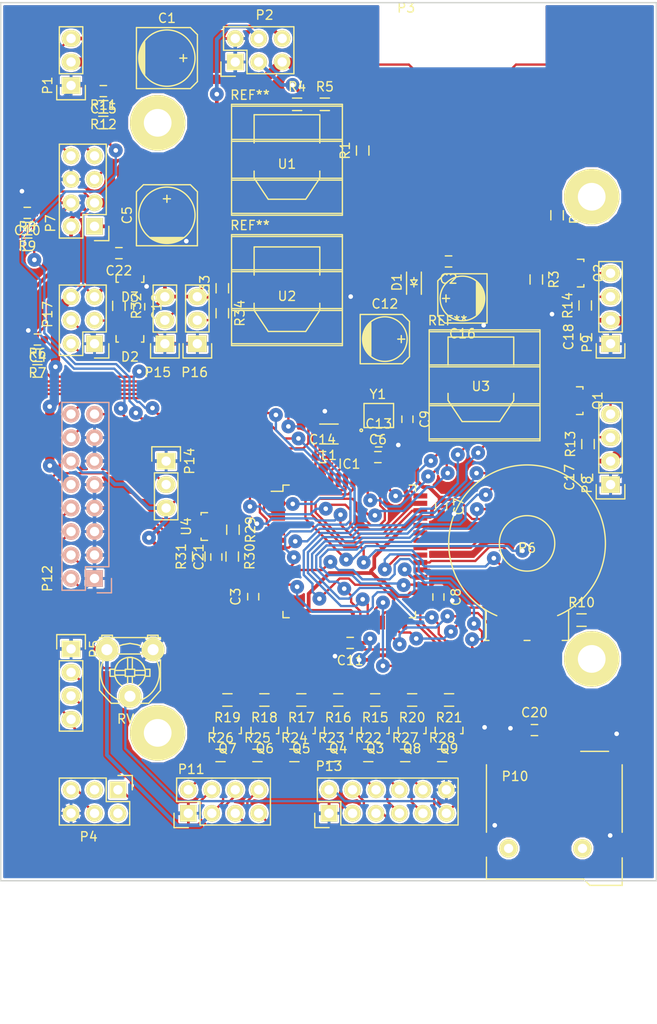
<source format=kicad_pcb>
(kicad_pcb (version 4) (host pcbnew 4.0.1-stable)
  (layers (0 F.Cu signal) (31 B.Cu signal) (34 B.Paste user) (35 F.Paste user) (36 B.SilkS user) (37 F.SilkS user) (38 B.Mask user) (39 F.Mask user) (44 Edge.Cuts user))
  (net 0 "")
  (net 1 +12V)
  (net 2 GND)
  (net 3 +3V3)
  (net 4 SENS_5V)
  (net 5 /XTAL2)
  (net 6 SENS_12V)
  (net 7 +5V)
  (net 8 /XTAL1)
  (net 9 +3.3VADC)
  (net 10 SENS_48V)
  (net 11 CURSENS_N)
  (net 12 CURSENS_L)
  (net 13 /LCD_DB7)
  (net 14 /LCD_RW)
  (net 15 /LCD_RS)
  (net 16 "Net-(IC1-Pad10)")
  (net 17 /ROT_ENC1)
  (net 18 /ROT_ENC2)
  (net 19 /GatePWM1H)
  (net 20 /GatePWM1L)
  (net 21 /GatePWM2L)
  (net 22 /GatePWM2H)
  (net 23 /SD_CS)
  (net 24 /SD_SCK)
  (net 25 /SD_MISO)
  (net 26 /SD_MOSI)
  (net 27 FAN1_PWM)
  (net 28 FAN2_PWM)
  (net 29 /SD_CARD_DETECT)
  (net 30 WIFI_FLASH)
  (net 31 /BUZZER2A)
  (net 32 /BUZZER1)
  (net 33 KBD2)
  (net 34 KBD3)
  (net 35 FAN1_TACH)
  (net 36 FAN2_TACH)
  (net 37 /DEBUG_RX)
  (net 38 /DEBUG_TX)
  (net 39 KBD1)
  (net 40 /EXP_MOSI)
  (net 41 /EXP_MISO)
  (net 42 /EXP_SCK)
  (net 43 TEMP_MOSFET1)
  (net 44 TEMP_MOSFET2)
  (net 45 TEMP_EXT1)
  (net 46 TEMP_EXT2)
  (net 47 LCD_E)
  (net 48 /WIFI_RESET)
  (net 49 /WIFI_RX)
  (net 50 /WIFI_TX)
  (net 51 /PDI_DATA)
  (net 52 /PDI_CLK)
  (net 53 /LCD_DB4)
  (net 54 /LCD_DB5)
  (net 55 /LCD_DB6)
  (net 56 +48V)
  (net 57 /BUZZER2B)
  (net 58 "Net-(P9-Pad4)")
  (net 59 GateEnable)
  (net 60 /LCD_RS_5V)
  (net 61 /LCD_RW_5V)
  (net 62 /LCD_E_5V)
  (net 63 /LCD_DB4_5V)
  (net 64 /LCD_DB5_5V)
  (net 65 /LCD_DB6_5V)
  (net 66 /LCD_DB7_5V)
  (net 67 "Net-(R4-Pad2)")
  (net 68 "Net-(R29-Pad2)")
  (net 69 ZERO_DETECT)
  (net 70 "Net-(C5-Pad1)")
  (net 71 "Net-(P3-Pad3)")
  (net 72 "Net-(P3-Pad16)")
  (net 73 "Net-(P3-Pad18)")
  (net 74 "Net-(P8-Pad4)")
  (net 75 "Net-(P13-Pad3)")
  (net 76 "Net-(P17-Pad3)")
  (module MyResistors:R_0603 (layer F.Cu) (at 166.2 68 90)
    (fp_text reference R1 (at 0 -1.9 90) (layer F.SilkS))
    (fp_text value 10k hide)
    (pad 1 smd rect (at -0.75 0 90) (size 0.5 0.9) (layers F.Cu F.Paste F.Mask) (net 3 +3V3))
    (pad 2 smd rect (at 0.75 0 90) (size 0.5 0.9) (layers F.Cu F.Paste F.Mask) (net 71 "Net-(P3-Pad3)"))
  )
  (module MyResistors:R_0603 (layer F.Cu) (at 187.25 75 270)
    (fp_text reference R2 (at 0 -1.9 270) (layer F.SilkS))
    (fp_text value 10k hide)
    (pad 1 smd rect (at -0.75 0 270) (size 0.5 0.9) (layers F.Cu F.Paste F.Mask) (net 72 "Net-(P3-Pad16)"))
    (pad 2 smd rect (at 0.75 0 270) (size 0.5 0.9) (layers F.Cu F.Paste F.Mask) (net 2 GND))
  )
  (module MyResistors:R_0603 (layer F.Cu) (at 185 81.95 270)
    (fp_text reference R3 (at 0 -1.9 270) (layer F.SilkS))
    (fp_text value 10k hide)
    (pad 1 smd rect (at -0.75 0 270) (size 0.5 0.9) (layers F.Cu F.Paste F.Mask) (net 73 "Net-(P3-Pad18)"))
    (pad 2 smd rect (at 0.75 0 270) (size 0.5 0.9) (layers F.Cu F.Paste F.Mask) (net 30 WIFI_FLASH))
  )
  (module MyResistors:R_0603 (layer F.Cu) (at 159.1 63)
    (fp_text reference R4 (at 0 -1.9) (layer F.SilkS))
    (fp_text value 620)
    (pad 1 smd rect (at -0.75 0) (size 0.5 0.9) (layers F.Cu F.Paste F.Mask) (net 70 "Net-(C5-Pad1)"))
    (pad 2 smd rect (at 0.75 0) (size 0.5 0.9) (layers F.Cu F.Paste F.Mask) (net 67 "Net-(R4-Pad2)"))
  )
  (module MyResistors:R_0603 (layer F.Cu) (at 162.1 63)
    (fp_text reference R5 (at 0 -1.9) (layer F.SilkS))
    (fp_text value 3k6)
    (pad 1 smd rect (at -0.75 0) (size 0.5 0.9) (layers F.Cu F.Paste F.Mask) (net 67 "Net-(R4-Pad2)"))
    (pad 2 smd rect (at 0.75 0) (size 0.5 0.9) (layers F.Cu F.Paste F.Mask) (net 2 GND))
  )
  (module MyResistors:R_0603 (layer F.Cu) (at 130.979776 91.844556)
    (fp_text reference R6 (at 0 -1.9) (layer F.SilkS))
    (fp_text value 6k8)
    (pad 1 smd rect (at -0.75 0) (size 0.5 0.9) (layers F.Cu F.Paste F.Mask) (net 7 +5V))
    (pad 2 smd rect (at 0.75 0) (size 0.5 0.9) (layers F.Cu F.Paste F.Mask) (net 4 SENS_5V))
  )
  (module MyResistors:R_0603 (layer F.Cu) (at 130.979776 90.144556 180)
    (fp_text reference R7 (at 0 -1.9 180) (layer F.SilkS))
    (fp_text value 1k)
    (pad 1 smd rect (at -0.75 0 180) (size 0.5 0.9) (layers F.Cu F.Paste F.Mask) (net 4 SENS_5V))
    (pad 2 smd rect (at 0.75 0 180) (size 0.5 0.9) (layers F.Cu F.Paste F.Mask) (net 2 GND))
  )
  (module MyResistors:R_0603 (layer F.Cu) (at 129.879776 78.144556)
    (fp_text reference R8 (at 0 -1.9) (layer F.SilkS))
    (fp_text value 20k)
    (pad 1 smd rect (at -0.75 0) (size 0.5 0.9) (layers F.Cu F.Paste F.Mask) (net 1 +12V))
    (pad 2 smd rect (at 0.75 0) (size 0.5 0.9) (layers F.Cu F.Paste F.Mask) (net 6 SENS_12V))
  )
  (module MyResistors:R_0603 (layer F.Cu) (at 129.879776 76.444556 180)
    (fp_text reference R9 (at 0 -1.9 180) (layer F.SilkS))
    (fp_text value 1k)
    (pad 1 smd rect (at -0.75 0 180) (size 0.5 0.9) (layers F.Cu F.Paste F.Mask) (net 6 SENS_12V))
    (pad 2 smd rect (at 0.75 0 180) (size 0.5 0.9) (layers F.Cu F.Paste F.Mask) (net 2 GND))
  )
  (module MyResistors:R_0603 (layer F.Cu) (at 189.9 118.8)
    (fp_text reference R10 (at 0 -1.9) (layer F.SilkS))
    (fp_text value 150)
    (pad 1 smd rect (at -0.75 0) (size 0.5 0.9) (layers F.Cu F.Paste F.Mask) (net 57 /BUZZER2B))
    (pad 2 smd rect (at 0.75 0) (size 0.5 0.9) (layers F.Cu F.Paste F.Mask) (net 31 /BUZZER2A))
  )
  (module MyResistors:R_0603 (layer F.Cu) (at 138.114888 64.972278)
    (fp_text reference R11 (at 0 -1.9) (layer F.SilkS))
    (fp_text value 68k)
    (pad 1 smd rect (at -0.75 0) (size 0.5 0.9) (layers F.Cu F.Paste F.Mask) (net 56 +48V))
    (pad 2 smd rect (at 0.75 0) (size 0.5 0.9) (layers F.Cu F.Paste F.Mask) (net 10 SENS_48V))
  )
  (module MyResistors:R_0603 (layer F.Cu) (at 138.114888 63.272278 180)
    (fp_text reference R12 (at 0 -1.9 180) (layer F.SilkS))
    (fp_text value 1k)
    (pad 1 smd rect (at -0.75 0 180) (size 0.5 0.9) (layers F.Cu F.Paste F.Mask) (net 10 SENS_48V))
    (pad 2 smd rect (at 0.75 0 180) (size 0.5 0.9) (layers F.Cu F.Paste F.Mask) (net 2 GND))
  )
  (module MyResistors:R_0603 (layer F.Cu) (at 190.6 99.76 90)
    (fp_text reference R13 (at 0 -1.9 90) (layer F.SilkS))
    (fp_text value 4k7)
    (pad 1 smd rect (at -0.75 0 90) (size 0.5 0.9) (layers F.Cu F.Paste F.Mask) (net 3 +3V3))
    (pad 2 smd rect (at 0.75 0 90) (size 0.5 0.9) (layers F.Cu F.Paste F.Mask) (net 35 FAN1_TACH))
  )
  (module MyResistors:R_0603 (layer F.Cu) (at 190.3 84.76 90)
    (fp_text reference R14 (at 0 -1.9 90) (layer F.SilkS))
    (fp_text value 4k7)
    (pad 1 smd rect (at -0.75 0 90) (size 0.5 0.9) (layers F.Cu F.Paste F.Mask) (net 3 +3V3))
    (pad 2 smd rect (at 0.75 0 90) (size 0.5 0.9) (layers F.Cu F.Paste F.Mask) (net 36 FAN2_TACH))
  )
  (module MyResistors:R_0603 (layer F.Cu) (at 167.554519 127.442121 180)
    (fp_text reference R15 (at 0 -1.9 180) (layer F.SilkS))
    (fp_text value 4k7 hide)
    (pad 1 smd rect (at -0.75 0 180) (size 0.5 0.9) (layers F.Cu F.Paste F.Mask) (net 3 +3V3))
    (pad 2 smd rect (at 0.75 0 180) (size 0.5 0.9) (layers F.Cu F.Paste F.Mask) (net 13 /LCD_DB7))
  )
  (module MyResistors:R_0603 (layer F.Cu) (at 163.554519 127.442121 180)
    (fp_text reference R16 (at 0 -1.9 180) (layer F.SilkS))
    (fp_text value 4k7 hide)
    (pad 1 smd rect (at -0.75 0 180) (size 0.5 0.9) (layers F.Cu F.Paste F.Mask) (net 3 +3V3))
    (pad 2 smd rect (at 0.75 0 180) (size 0.5 0.9) (layers F.Cu F.Paste F.Mask) (net 55 /LCD_DB6))
  )
  (module MyResistors:R_0603 (layer F.Cu) (at 159.554519 127.442121 180)
    (fp_text reference R17 (at 0 -1.9 180) (layer F.SilkS))
    (fp_text value 4k7 hide)
    (pad 1 smd rect (at -0.75 0 180) (size 0.5 0.9) (layers F.Cu F.Paste F.Mask) (net 3 +3V3))
    (pad 2 smd rect (at 0.75 0 180) (size 0.5 0.9) (layers F.Cu F.Paste F.Mask) (net 54 /LCD_DB5))
  )
  (module MyResistors:R_0603 (layer F.Cu) (at 155.554519 127.442121 180)
    (fp_text reference R18 (at 0 -1.9 180) (layer F.SilkS))
    (fp_text value 4k7 hide)
    (pad 1 smd rect (at -0.75 0 180) (size 0.5 0.9) (layers F.Cu F.Paste F.Mask) (net 3 +3V3))
    (pad 2 smd rect (at 0.75 0 180) (size 0.5 0.9) (layers F.Cu F.Paste F.Mask) (net 53 /LCD_DB4))
  )
  (module MyResistors:R_0603 (layer F.Cu) (at 151.554519 127.442121 180)
    (fp_text reference R19 (at 0 -1.9 180) (layer F.SilkS))
    (fp_text value 4k7 hide)
    (pad 1 smd rect (at -0.75 0 180) (size 0.5 0.9) (layers F.Cu F.Paste F.Mask) (net 3 +3V3))
    (pad 2 smd rect (at 0.75 0 180) (size 0.5 0.9) (layers F.Cu F.Paste F.Mask) (net 47 LCD_E))
  )
  (module MyResistors:R_0603 (layer F.Cu) (at 171.554519 127.442121 180)
    (fp_text reference R20 (at 0 -1.9 180) (layer F.SilkS))
    (fp_text value 4k7 hide)
    (pad 1 smd rect (at -0.75 0 180) (size 0.5 0.9) (layers F.Cu F.Paste F.Mask) (net 3 +3V3))
    (pad 2 smd rect (at 0.75 0 180) (size 0.5 0.9) (layers F.Cu F.Paste F.Mask) (net 14 /LCD_RW))
  )
  (module MyResistors:R_0603 (layer F.Cu) (at 175.554519 127.442121 180)
    (fp_text reference R21 (at 0 -1.9 180) (layer F.SilkS))
    (fp_text value 4k7 hide)
    (pad 1 smd rect (at -0.75 0 180) (size 0.5 0.9) (layers F.Cu F.Paste F.Mask) (net 3 +3V3))
    (pad 2 smd rect (at 0.75 0 180) (size 0.5 0.9) (layers F.Cu F.Paste F.Mask) (net 15 /LCD_RS))
  )
  (module MyResistors:R_0603 (layer F.Cu) (at 166.804519 133.442121)
    (fp_text reference R22 (at 0 -1.9) (layer F.SilkS))
    (fp_text value 4k7 hide)
    (pad 1 smd rect (at -0.75 0) (size 0.5 0.9) (layers F.Cu F.Paste F.Mask) (net 7 +5V))
    (pad 2 smd rect (at 0.75 0) (size 0.5 0.9) (layers F.Cu F.Paste F.Mask) (net 66 /LCD_DB7_5V))
  )
  (module MyResistors:R_0603 (layer F.Cu) (at 162.804519 133.442121)
    (fp_text reference R23 (at 0 -1.9) (layer F.SilkS))
    (fp_text value 4k7 hide)
    (pad 1 smd rect (at -0.75 0) (size 0.5 0.9) (layers F.Cu F.Paste F.Mask) (net 7 +5V))
    (pad 2 smd rect (at 0.75 0) (size 0.5 0.9) (layers F.Cu F.Paste F.Mask) (net 65 /LCD_DB6_5V))
  )
  (module MyResistors:R_0603 (layer F.Cu) (at 158.804519 133.442121)
    (fp_text reference R24 (at 0 -1.9) (layer F.SilkS))
    (fp_text value 4k7 hide)
    (pad 1 smd rect (at -0.75 0) (size 0.5 0.9) (layers F.Cu F.Paste F.Mask) (net 7 +5V))
    (pad 2 smd rect (at 0.75 0) (size 0.5 0.9) (layers F.Cu F.Paste F.Mask) (net 64 /LCD_DB5_5V))
  )
  (module MyResistors:R_0603 (layer F.Cu) (at 154.804519 133.442121)
    (fp_text reference R25 (at 0 -1.9) (layer F.SilkS))
    (fp_text value 4k7 hide)
    (pad 1 smd rect (at -0.75 0) (size 0.5 0.9) (layers F.Cu F.Paste F.Mask) (net 7 +5V))
    (pad 2 smd rect (at 0.75 0) (size 0.5 0.9) (layers F.Cu F.Paste F.Mask) (net 63 /LCD_DB4_5V))
  )
  (module MyResistors:R_0603 (layer F.Cu) (at 150.804519 133.442121)
    (fp_text reference R26 (at 0 -1.9) (layer F.SilkS))
    (fp_text value 4k7 hide)
    (pad 1 smd rect (at -0.75 0) (size 0.5 0.9) (layers F.Cu F.Paste F.Mask) (net 7 +5V))
    (pad 2 smd rect (at 0.75 0) (size 0.5 0.9) (layers F.Cu F.Paste F.Mask) (net 62 /LCD_E_5V))
  )
  (module MyResistors:R_0603 (layer F.Cu) (at 170.804519 133.442121)
    (fp_text reference R27 (at 0 -1.9) (layer F.SilkS))
    (fp_text value 4k7 hide)
    (pad 1 smd rect (at -0.75 0) (size 0.5 0.9) (layers F.Cu F.Paste F.Mask) (net 7 +5V))
    (pad 2 smd rect (at 0.75 0) (size 0.5 0.9) (layers F.Cu F.Paste F.Mask) (net 61 /LCD_RW_5V))
  )
  (module MyResistors:R_0603 (layer F.Cu) (at 174.804519 133.442121)
    (fp_text reference R28 (at 0 -1.9) (layer F.SilkS))
    (fp_text value 4k7 hide)
    (pad 1 smd rect (at -0.75 0) (size 0.5 0.9) (layers F.Cu F.Paste F.Mask) (net 7 +5V))
    (pad 2 smd rect (at 0.75 0) (size 0.5 0.9) (layers F.Cu F.Paste F.Mask) (net 60 /LCD_RS_5V))
  )
  (module MyResistors:R_0603 (layer F.Cu) (at 152.150824 109.024652 270)
    (fp_text reference R29 (at 0 -1.9 270) (layer F.SilkS))
    (fp_text value 150)
    (pad 1 smd rect (at -0.75 0 270) (size 0.5 0.9) (layers F.Cu F.Paste F.Mask) (net 3 +3V3))
    (pad 2 smd rect (at 0.75 0 270) (size 0.5 0.9) (layers F.Cu F.Paste F.Mask) (net 68 "Net-(R29-Pad2)"))
  )
  (module MyResistors:R_0603 (layer F.Cu) (at 152.073102 111.924652 270)
    (fp_text reference R30 (at 0 -1.9 270) (layer F.SilkS))
    (fp_text value 1k2)
    (pad 1 smd rect (at -0.75 0 270) (size 0.5 0.9) (layers F.Cu F.Paste F.Mask) (net 68 "Net-(R29-Pad2)"))
    (pad 2 smd rect (at 0.75 0 270) (size 0.5 0.9) (layers F.Cu F.Paste F.Mask) (net 11 CURSENS_N))
  )
  (module MyResistors:R_0603 (layer F.Cu) (at 148.450824 111.924652 90)
    (fp_text reference R31 (at 0 -1.9 90) (layer F.SilkS))
    (fp_text value 300)
    (pad 1 smd rect (at -0.75 0 90) (size 0.5 0.9) (layers F.Cu F.Paste F.Mask) (net 11 CURSENS_N))
    (pad 2 smd rect (at 0.75 0 90) (size 0.5 0.9) (layers F.Cu F.Paste F.Mask) (net 2 GND))
  )
  (module MyResistors:R_0603 (layer F.Cu) (at 139.8 84.8 270)
    (fp_text reference R32 (at 0 -1.9 270) (layer F.SilkS))
    (fp_text value 1k)
    (pad 1 smd rect (at -0.75 0 270) (size 0.5 0.9) (layers F.Cu F.Paste F.Mask) (net 12 CURSENS_L))
    (pad 2 smd rect (at 0.75 0 270) (size 0.5 0.9) (layers F.Cu F.Paste F.Mask) (net 76 "Net-(P17-Pad3)"))
  )
  (module MyResistors:R_0603 (layer F.Cu) (at 151 82.9 90)
    (fp_text reference R33 (at 0 -1.9 90) (layer F.SilkS))
    (fp_text value 4k7 hide)
    (pad 1 smd rect (at -0.75 0 90) (size 0.5 0.9) (layers F.Cu F.Paste F.Mask) (net 3 +3V3))
    (pad 2 smd rect (at 0.75 0 90) (size 0.5 0.9) (layers F.Cu F.Paste F.Mask) (net 45 TEMP_EXT1))
  )
  (module MyResistors:R_0603 (layer F.Cu) (at 151 85.6 270)
    (fp_text reference R34 (at 0 -1.9 270) (layer F.SilkS))
    (fp_text value 4k7 hide)
    (pad 1 smd rect (at -0.75 0 270) (size 0.5 0.9) (layers F.Cu F.Paste F.Mask) (net 3 +3V3))
    (pad 2 smd rect (at 0.75 0 270) (size 0.5 0.9) (layers F.Cu F.Paste F.Mask) (net 46 TEMP_EXT2))
  )
  (module MyCapacitors:C_0603 (layer F.Cu) (at 175.5 80 180)
    (fp_text reference C2 (at 0 -1.9 180) (layer F.SilkS))
    (fp_text value 100n hide)
    (pad 1 smd rect (at -0.75 0 180) (size 0.8 0.75) (layers F.Cu F.Paste F.Mask) (net 2 GND))
    (pad 2 smd rect (at 0.75 0 180) (size 0.8 0.75) (layers F.Cu F.Paste F.Mask) (net 3 +3V3))
  )
  (module MyCapacitors:C_0603 (layer F.Cu) (at 154.343887 116.266741 90)
    (fp_text reference C3 (at 0 -1.9 90) (layer F.SilkS))
    (fp_text value 100n hide)
    (pad 1 smd rect (at -0.75 0 90) (size 0.8 0.75) (layers F.Cu F.Paste F.Mask) (net 3 +3V3))
    (pad 2 smd rect (at 0.75 0 90) (size 0.8 0.75) (layers F.Cu F.Paste F.Mask) (net 2 GND))
  )
  (module MyCapacitors:C_0603 (layer F.Cu) (at 130.979776 88.444556 180)
    (fp_text reference C4 (at 0 -1.9 180) (layer F.SilkS))
    (fp_text value 1n)
    (pad 1 smd rect (at -0.75 0 180) (size 0.8 0.75) (layers F.Cu F.Paste F.Mask) (net 4 SENS_5V))
    (pad 2 smd rect (at 0.75 0 180) (size 0.8 0.75) (layers F.Cu F.Paste F.Mask) (net 2 GND))
  )
  (module MyCapacitors:C_0603 (layer F.Cu) (at 167.843887 101.166741)
    (fp_text reference C6 (at 0 -1.9) (layer F.SilkS))
    (fp_text value 100n hide)
    (pad 1 smd rect (at -0.75 0) (size 0.8 0.75) (layers F.Cu F.Paste F.Mask) (net 3 +3V3))
    (pad 2 smd rect (at 0.75 0) (size 0.8 0.75) (layers F.Cu F.Paste F.Mask) (net 2 GND))
  )
  (module MyCapacitors:C_0603 (layer F.Cu) (at 174.7 106.5 270)
    (fp_text reference C7 (at 0 -1.9 270) (layer F.SilkS))
    (fp_text value 100n hide)
    (pad 1 smd rect (at -0.75 0 270) (size 0.8 0.75) (layers F.Cu F.Paste F.Mask) (net 3 +3V3))
    (pad 2 smd rect (at 0.75 0 270) (size 0.8 0.75) (layers F.Cu F.Paste F.Mask) (net 2 GND))
  )
  (module MyCapacitors:C_0603 (layer F.Cu) (at 174.4 116.3 270)
    (fp_text reference C8 (at 0 -1.9 270) (layer F.SilkS))
    (fp_text value 100n hide)
    (pad 1 smd rect (at -0.75 0 270) (size 0.8 0.75) (layers F.Cu F.Paste F.Mask) (net 3 +3V3))
    (pad 2 smd rect (at 0.75 0 270) (size 0.8 0.75) (layers F.Cu F.Paste F.Mask) (net 2 GND))
  )
  (module MyCapacitors:C_0603 (layer F.Cu) (at 171.043887 97.066741 270)
    (fp_text reference C9 (at 0 -1.9 270) (layer F.SilkS))
    (fp_text value 10p)
    (pad 1 smd rect (at -0.75 0 270) (size 0.8 0.75) (layers F.Cu F.Paste F.Mask) (net 5 /XTAL2))
    (pad 2 smd rect (at 0.75 0 270) (size 0.8 0.75) (layers F.Cu F.Paste F.Mask) (net 2 GND))
  )
  (module MyCapacitors:C_0603 (layer F.Cu) (at 129.879776 74.744556 180)
    (fp_text reference C10 (at 0 -1.9 180) (layer F.SilkS))
    (fp_text value 1n)
    (pad 1 smd rect (at -0.75 0 180) (size 0.8 0.75) (layers F.Cu F.Paste F.Mask) (net 6 SENS_12V))
    (pad 2 smd rect (at 0.75 0 180) (size 0.8 0.75) (layers F.Cu F.Paste F.Mask) (net 2 GND))
  )
  (module MyCapacitors:C_0603 (layer F.Cu) (at 164.843887 121.266741 180)
    (fp_text reference C11 (at 0 -1.9 180) (layer F.SilkS))
    (fp_text value 100n)
    (pad 1 smd rect (at -0.75 0 180) (size 0.8 0.75) (layers F.Cu F.Paste F.Mask) (net 3 +3V3))
    (pad 2 smd rect (at 0.75 0 180) (size 0.8 0.75) (layers F.Cu F.Paste F.Mask) (net 2 GND))
  )
  (module MyCapacitors:C_0603 (layer F.Cu) (at 167.943887 99.466741)
    (fp_text reference C13 (at 0 -1.9) (layer F.SilkS))
    (fp_text value 10p hide)
    (pad 1 smd rect (at -0.75 0) (size 0.8 0.75) (layers F.Cu F.Paste F.Mask) (net 8 /XTAL1))
    (pad 2 smd rect (at 0.75 0) (size 0.8 0.75) (layers F.Cu F.Paste F.Mask) (net 2 GND))
  )
  (module MyCapacitors:C_0603 (layer F.Cu) (at 161.843887 101.166741)
    (fp_text reference C14 (at 0 -1.9) (layer F.SilkS))
    (fp_text value 100n hide)
    (pad 1 smd rect (at -0.75 0) (size 0.8 0.75) (layers F.Cu F.Paste F.Mask) (net 9 +3.3VADC))
    (pad 2 smd rect (at 0.75 0) (size 0.8 0.75) (layers F.Cu F.Paste F.Mask) (net 2 GND))
  )
  (module MyCapacitors:C_0603 (layer F.Cu) (at 138.114888 61.572278 180)
    (fp_text reference C15 (at 0 -1.9 180) (layer F.SilkS))
    (fp_text value 1n)
    (pad 1 smd rect (at -0.75 0 180) (size 0.8 0.75) (layers F.Cu F.Paste F.Mask) (net 10 SENS_48V))
    (pad 2 smd rect (at 0.75 0 180) (size 0.8 0.75) (layers F.Cu F.Paste F.Mask) (net 2 GND))
  )
  (module MyCapacitors:C_0603 (layer F.Cu) (at 190.5 103.36 90)
    (fp_text reference C17 (at 0 -1.9 90) (layer F.SilkS))
    (fp_text value 100n)
    (pad 1 smd rect (at -0.75 0 90) (size 0.8 0.75) (layers F.Cu F.Paste F.Mask) (net 2 GND))
    (pad 2 smd rect (at 0.75 0 90) (size 0.8 0.75) (layers F.Cu F.Paste F.Mask) (net 1 +12V))
  )
  (module MyCapacitors:C_0603 (layer F.Cu) (at 190.4 88.16 90)
    (fp_text reference C18 (at 0 -1.9 90) (layer F.SilkS))
    (fp_text value 100n)
    (pad 1 smd rect (at -0.75 0 90) (size 0.8 0.75) (layers F.Cu F.Paste F.Mask) (net 2 GND))
    (pad 2 smd rect (at 0.75 0 90) (size 0.8 0.75) (layers F.Cu F.Paste F.Mask) (net 1 +12V))
  )
  (module MyCapacitors:C_0603 (layer F.Cu) (at 142 84.9 270)
    (fp_text reference C19 (at 0 -1.9 270) (layer F.SilkS))
    (fp_text value 100n)
    (pad 1 smd rect (at -0.75 0 270) (size 0.8 0.75) (layers F.Cu F.Paste F.Mask) (net 2 GND))
    (pad 2 smd rect (at 0.75 0 270) (size 0.8 0.75) (layers F.Cu F.Paste F.Mask) (net 3 +3V3))
  )
  (module MyCapacitors:C_0603 (layer F.Cu) (at 150.350824 111.974652 90)
    (fp_text reference C21 (at 0 -1.9 90) (layer F.SilkS))
    (fp_text value 1n)
    (pad 1 smd rect (at -0.75 0 90) (size 0.8 0.75) (layers F.Cu F.Paste F.Mask) (net 11 CURSENS_N))
    (pad 2 smd rect (at 0.75 0 90) (size 0.8 0.75) (layers F.Cu F.Paste F.Mask) (net 2 GND))
  )
  (module MyCapacitors:C_0603 (layer F.Cu) (at 139.8 79.1 180)
    (fp_text reference C22 (at 0 -1.9 180) (layer F.SilkS))
    (fp_text value 100n)
    (pad 1 smd rect (at -0.75 0 180) (size 0.8 0.75) (layers F.Cu F.Paste F.Mask) (net 2 GND))
    (pad 2 smd rect (at 0.75 0 180) (size 0.8 0.75) (layers F.Cu F.Paste F.Mask) (net 3 +3V3))
  )
  (module MyFootprints:Crystal-3225 (layer F.Cu) (at 167.943887 96.666741)
    (fp_text reference Y1 (at -0.1 -2.3) (layer F.SilkS))
    (fp_text value DSX321SH hide)
    (pad 1 smd rect (at -1.1 0.8) (size 1.4 1.2) (layers F.Cu F.Paste F.Mask) (net 8 /XTAL1))
    (pad 2 smd rect (at 1.1 0.8) (size 1.4 1.2) (layers F.Cu F.Paste F.Mask))
    (pad 4 smd rect (at -1.1 -0.8) (size 1.4 1.2) (layers F.Cu F.Paste F.Mask))
    (pad 3 smd rect (at 1.1 -0.8) (size 1.4 1.2) (layers F.Cu F.Paste F.Mask) (net 5 /XTAL2))
  )
  (module MyFootprints:SOT-23 (layer F.Cu) (at 149.350064 108.674652 90)
    (fp_text reference U4 (at 0 -2.25 90) (layer F.SilkS))
    (fp_text value TL431DBZ)
    (pad 1 smd rect (at -0.95 1.00076 90) (size 0.8001 0.8001) (layers F.Cu F.Paste F.Mask) (net 68 "Net-(R29-Pad2)"))
    (pad 2 smd rect (at 0.95 1.00076 90) (size 0.8001 0.8001) (layers F.Cu F.Paste F.Mask) (net 68 "Net-(R29-Pad2)"))
    (pad 3 smd rect (at 0 -0.99822 90) (size 0.8001 0.8001) (layers F.Cu F.Paste F.Mask) (net 2 GND))
  )
  (module MyFootprints:SOT-223 (layer F.Cu) (at 179 92.75 180)
    (fp_text reference U3 (at 0 -0.762 180) (layer F.SilkS))
    (fp_text value AP1117D33)
    (pad 4 smd rect (at 0 -3.302 180) (size 3.6576 2.032) (layers F.Cu F.Paste F.Mask) (net 3 +3V3))
    (pad 2 smd rect (at 0 3.302 180) (size 1.016 2.032) (layers F.Cu F.Paste F.Mask) (net 3 +3V3))
    (pad 3 smd rect (at 2.286 3.302 180) (size 1.016 2.032) (layers F.Cu F.Paste F.Mask) (net 7 +5V))
    (pad 1 smd rect (at -2.286 3.302 180) (size 1.016 2.032) (layers F.Cu F.Paste F.Mask) (net 2 GND))
  )
  (module MyFootprints:SOT-223 (layer F.Cu) (at 158 83 180)
    (fp_text reference U2 (at 0 -0.762 180) (layer F.SilkS))
    (fp_text value AP1117D50)
    (pad 4 smd rect (at 0 -3.302 180) (size 3.6576 2.032) (layers F.Cu F.Paste F.Mask) (net 7 +5V))
    (pad 2 smd rect (at 0 3.302 180) (size 1.016 2.032) (layers F.Cu F.Paste F.Mask) (net 7 +5V))
    (pad 3 smd rect (at 2.286 3.302 180) (size 1.016 2.032) (layers F.Cu F.Paste F.Mask) (net 70 "Net-(C5-Pad1)"))
    (pad 1 smd rect (at -2.286 3.302 180) (size 1.016 2.032) (layers F.Cu F.Paste F.Mask) (net 2 GND))
  )
  (module MyFootprints:SOT-223 (layer F.Cu) (at 158 68.698 180)
    (fp_text reference U1 (at 0 -0.762 180) (layer F.SilkS))
    (fp_text value AP1117)
    (pad 4 smd rect (at 0 -3.302 180) (size 3.6576 2.032) (layers F.Cu F.Paste F.Mask) (net 70 "Net-(C5-Pad1)"))
    (pad 2 smd rect (at 0 3.302 180) (size 1.016 2.032) (layers F.Cu F.Paste F.Mask) (net 70 "Net-(C5-Pad1)"))
    (pad 3 smd rect (at 2.286 3.302 180) (size 1.016 2.032) (layers F.Cu F.Paste F.Mask) (net 1 +12V))
    (pad 1 smd rect (at -2.286 3.302 180) (size 1.016 2.032) (layers F.Cu F.Paste F.Mask) (net 67 "Net-(R4-Pad2)"))
  )
  (module MyFootprints:SOT-23 (layer F.Cu) (at 175.554519 130.442121 180)
    (fp_text reference Q9 (at 0 -2.25 180) (layer F.SilkS))
    (fp_text value BSS138 hide)
    (pad 1 smd rect (at -0.95 1.00076 180) (size 0.8001 0.8001) (layers F.Cu F.Paste F.Mask) (net 3 +3V3))
    (pad 2 smd rect (at 0.95 1.00076 180) (size 0.8001 0.8001) (layers F.Cu F.Paste F.Mask) (net 15 /LCD_RS))
    (pad 3 smd rect (at 0 -0.99822 180) (size 0.8001 0.8001) (layers F.Cu F.Paste F.Mask) (net 60 /LCD_RS_5V))
  )
  (module MyFootprints:SOT-23 (layer F.Cu) (at 171.554519 130.442121 180)
    (fp_text reference Q8 (at 0 -2.25 180) (layer F.SilkS))
    (fp_text value BSS138 hide)
    (pad 1 smd rect (at -0.95 1.00076 180) (size 0.8001 0.8001) (layers F.Cu F.Paste F.Mask) (net 3 +3V3))
    (pad 2 smd rect (at 0.95 1.00076 180) (size 0.8001 0.8001) (layers F.Cu F.Paste F.Mask) (net 14 /LCD_RW))
    (pad 3 smd rect (at 0 -0.99822 180) (size 0.8001 0.8001) (layers F.Cu F.Paste F.Mask) (net 61 /LCD_RW_5V))
  )
  (module MyFootprints:SOT-23 (layer F.Cu) (at 151.554519 130.442121 180)
    (fp_text reference Q7 (at 0 -2.25 180) (layer F.SilkS))
    (fp_text value BSS138 hide)
    (pad 1 smd rect (at -0.95 1.00076 180) (size 0.8001 0.8001) (layers F.Cu F.Paste F.Mask) (net 3 +3V3))
    (pad 2 smd rect (at 0.95 1.00076 180) (size 0.8001 0.8001) (layers F.Cu F.Paste F.Mask) (net 47 LCD_E))
    (pad 3 smd rect (at 0 -0.99822 180) (size 0.8001 0.8001) (layers F.Cu F.Paste F.Mask) (net 62 /LCD_E_5V))
  )
  (module MyFootprints:SOT-23 (layer F.Cu) (at 155.604519 130.442881 180)
    (fp_text reference Q6 (at 0 -2.25 180) (layer F.SilkS))
    (fp_text value BSS138 hide)
    (pad 1 smd rect (at -0.95 1.00076 180) (size 0.8001 0.8001) (layers F.Cu F.Paste F.Mask) (net 3 +3V3))
    (pad 2 smd rect (at 0.95 1.00076 180) (size 0.8001 0.8001) (layers F.Cu F.Paste F.Mask) (net 53 /LCD_DB4))
    (pad 3 smd rect (at 0 -0.99822 180) (size 0.8001 0.8001) (layers F.Cu F.Paste F.Mask) (net 63 /LCD_DB4_5V))
  )
  (module MyFootprints:SOT-23 (layer F.Cu) (at 159.554519 130.442121 180)
    (fp_text reference Q5 (at 0 -2.25 180) (layer F.SilkS))
    (fp_text value BSS138 hide)
    (pad 1 smd rect (at -0.95 1.00076 180) (size 0.8001 0.8001) (layers F.Cu F.Paste F.Mask) (net 3 +3V3))
    (pad 2 smd rect (at 0.95 1.00076 180) (size 0.8001 0.8001) (layers F.Cu F.Paste F.Mask) (net 54 /LCD_DB5))
    (pad 3 smd rect (at 0 -0.99822 180) (size 0.8001 0.8001) (layers F.Cu F.Paste F.Mask) (net 64 /LCD_DB5_5V))
  )
  (module MyFootprints:SOT-23 (layer F.Cu) (at 163.554519 130.442121 180)
    (fp_text reference Q4 (at 0 -2.25 180) (layer F.SilkS))
    (fp_text value BSS138 hide)
    (pad 1 smd rect (at -0.95 1.00076 180) (size 0.8001 0.8001) (layers F.Cu F.Paste F.Mask) (net 3 +3V3))
    (pad 2 smd rect (at 0.95 1.00076 180) (size 0.8001 0.8001) (layers F.Cu F.Paste F.Mask) (net 55 /LCD_DB6))
    (pad 3 smd rect (at 0 -0.99822 180) (size 0.8001 0.8001) (layers F.Cu F.Paste F.Mask) (net 65 /LCD_DB6_5V))
  )
  (module MyFootprints:SOT-23 (layer F.Cu) (at 167.554519 130.442121 180)
    (fp_text reference Q3 (at 0 -2.25 180) (layer F.SilkS))
    (fp_text value BSS138 hide)
    (pad 1 smd rect (at -0.95 1.00076 180) (size 0.8001 0.8001) (layers F.Cu F.Paste F.Mask) (net 3 +3V3))
    (pad 2 smd rect (at 0.95 1.00076 180) (size 0.8001 0.8001) (layers F.Cu F.Paste F.Mask) (net 13 /LCD_DB7))
    (pad 3 smd rect (at 0 -0.99822 180) (size 0.8001 0.8001) (layers F.Cu F.Paste F.Mask) (net 66 /LCD_DB7_5V))
  )
  (module MyFootprints:SOT-23 (layer F.Cu) (at 189.5 81.26 270)
    (fp_text reference Q2 (at 0 -2.25 270) (layer F.SilkS))
    (fp_text value BSS138)
    (pad 1 smd rect (at -0.95 1.00076 270) (size 0.8001 0.8001) (layers F.Cu F.Paste F.Mask) (net 28 FAN2_PWM))
    (pad 2 smd rect (at 0.95 1.00076 270) (size 0.8001 0.8001) (layers F.Cu F.Paste F.Mask) (net 2 GND))
    (pad 3 smd rect (at 0 -0.99822 270) (size 0.8001 0.8001) (layers F.Cu F.Paste F.Mask) (net 58 "Net-(P9-Pad4)"))
  )
  (module MyFootprints:SOT-23 (layer F.Cu) (at 189.4 95.06 270)
    (fp_text reference Q1 (at 0 -2.25 270) (layer F.SilkS))
    (fp_text value BSS138)
    (pad 1 smd rect (at -0.95 1.00076 270) (size 0.8001 0.8001) (layers F.Cu F.Paste F.Mask) (net 27 FAN1_PWM))
    (pad 2 smd rect (at 0.95 1.00076 270) (size 0.8001 0.8001) (layers F.Cu F.Paste F.Mask) (net 2 GND))
    (pad 3 smd rect (at 0 -0.99822 270) (size 0.8001 0.8001) (layers F.Cu F.Paste F.Mask) (net 74 "Net-(P8-Pad4)"))
  )
  (module MyConnectors:PinHeaderMale_2x03 (layer F.Cu) (at 137.16 88.9 90)
    (fp_text reference P17 (at 3.175 -5.08 90) (layer F.SilkS))
    (fp_text value CURRENT_SENS)
    (pad 1 thru_hole rect (at 0 0 90) (size 1.8 1.8) (drill 1.016) (layers *.Cu *.Mask F.SilkS) (net 2 GND))
    (pad 2 thru_hole oval (at 0 -2.54 90) (size 1.8 1.8) (drill 1.016) (layers *.Cu *.Mask F.SilkS) (net 11 CURSENS_N))
    (pad 3 thru_hole oval (at 2.54 0 90) (size 1.8 1.8) (drill 1.016) (layers *.Cu *.Mask F.SilkS) (net 76 "Net-(P17-Pad3)"))
    (pad 4 thru_hole oval (at 2.54 -2.54 90) (size 1.8 1.8) (drill 1.016) (layers *.Cu *.Mask F.SilkS) (net 69 ZERO_DETECT))
    (pad 5 thru_hole oval (at 5.08 0 90) (size 1.8 1.8) (drill 1.016) (layers *.Cu *.Mask F.SilkS) (net 3 +3V3))
    (pad 6 thru_hole oval (at 5.08 -2.54 90) (size 1.8 1.8) (drill 1.016) (layers *.Cu *.Mask F.SilkS) (net 1 +12V))
  )
  (module MyConnectors:PinHeader_1x03 (layer F.Cu) (at 148.294888 88.9 90)
    (fp_text reference P16 (at -3.1 -0.294888 180) (layer F.SilkS))
    (fp_text value TEMP2)
    (pad 1 thru_hole rect (at 0 0 90) (size 1.8 2.032) (drill 1.016) (layers *.Cu *.Mask F.SilkS) (net 2 GND))
    (pad 2 thru_hole oval (at 2.54 0 90) (size 1.8 2.032) (drill 1.016) (layers *.Cu *.Mask F.SilkS) (net 46 TEMP_EXT2))
    (pad 3 thru_hole oval (at 5.08 0 90) (size 1.8 2.032) (drill 1.016) (layers *.Cu *.Mask F.SilkS) (net 3 +3V3))
  )
  (module MyConnectors:PinHeader_1x03 (layer F.Cu) (at 144.78 88.9 90)
    (fp_text reference P15 (at -3.1 -0.78 180) (layer F.SilkS))
    (fp_text value TEMP1)
    (pad 1 thru_hole rect (at 0 0 90) (size 1.8 2.032) (drill 1.016) (layers *.Cu *.Mask F.SilkS) (net 2 GND))
    (pad 2 thru_hole oval (at 2.54 0 90) (size 1.8 2.032) (drill 1.016) (layers *.Cu *.Mask F.SilkS) (net 45 TEMP_EXT1))
    (pad 3 thru_hole oval (at 5.08 0 90) (size 1.8 2.032) (drill 1.016) (layers *.Cu *.Mask F.SilkS) (net 3 +3V3))
  )
  (module MyConnectors:PinHeader_1x03 (layer F.Cu) (at 144.916 101.6 270)
    (fp_text reference P14 (at 0 -2.54 270) (layer F.SilkS))
    (fp_text value INV_EN)
    (pad 1 thru_hole rect (at 0 0 270) (size 1.8 2.032) (drill 1.016) (layers *.Cu *.Mask F.SilkS) (net 2 GND))
    (pad 2 thru_hole oval (at 2.54 0 270) (size 1.8 2.032) (drill 1.016) (layers *.Cu *.Mask F.SilkS) (net 59 GateEnable))
    (pad 3 thru_hole oval (at 5.08 0 270) (size 1.8 2.032) (drill 1.016) (layers *.Cu *.Mask F.SilkS) (net 3 +3V3))
  )
  (module MyConnectors:PinHeaderMale_2x06 (layer F.Cu) (at 162.56 139.7)
    (fp_text reference P13 (at 0 -5.1) (layer F.SilkS))
    (fp_text value DISPLAY)
    (pad 1 thru_hole rect (at 0 0) (size 1.8 1.8) (drill 1.016) (layers *.Cu *.Mask F.SilkS) (net 2 GND))
    (pad 2 thru_hole oval (at 0 -2.54) (size 1.8 1.8) (drill 1.016) (layers *.Cu *.Mask F.SilkS) (net 7 +5V))
    (pad 3 thru_hole oval (at 2.54 0) (size 1.8 1.8) (drill 1.016) (layers *.Cu *.Mask F.SilkS) (net 75 "Net-(P13-Pad3)"))
    (pad 4 thru_hole oval (at 2.54 -2.54) (size 1.8 1.8) (drill 1.016) (layers *.Cu *.Mask F.SilkS) (net 60 /LCD_RS_5V))
    (pad 5 thru_hole oval (at 5.08 0) (size 1.8 1.8) (drill 1.016) (layers *.Cu *.Mask F.SilkS) (net 61 /LCD_RW_5V))
    (pad 6 thru_hole oval (at 5.08 -2.54) (size 1.8 1.8) (drill 1.016) (layers *.Cu *.Mask F.SilkS) (net 62 /LCD_E_5V))
    (pad 7 thru_hole oval (at 7.62 0) (size 1.8 1.8) (drill 1.016) (layers *.Cu *.Mask F.SilkS) (net 63 /LCD_DB4_5V))
    (pad 8 thru_hole oval (at 7.62 -2.54) (size 1.8 1.8) (drill 1.016) (layers *.Cu *.Mask F.SilkS) (net 64 /LCD_DB5_5V))
    (pad 9 thru_hole oval (at 10.16 0) (size 1.8 1.8) (drill 1.016) (layers *.Cu *.Mask F.SilkS) (net 65 /LCD_DB6_5V))
    (pad 10 thru_hole oval (at 10.16 -2.54) (size 1.8 1.8) (drill 1.016) (layers *.Cu *.Mask F.SilkS) (net 66 /LCD_DB7_5V))
    (pad 11 thru_hole oval (at 12.7 0) (size 1.8 1.8) (drill 1.016) (layers *.Cu *.Mask F.SilkS) (net 7 +5V))
    (pad 12 thru_hole oval (at 12.7 -2.54) (size 1.8 1.8) (drill 1.016) (layers *.Cu *.Mask F.SilkS) (net 2 GND))
  )
  (module MyConnectors:PinHeaderMale_2x08 (layer F.Cu) (at 137.16 114.3 90)
    (fp_text reference P12 (at 0 -5.1 90) (layer F.SilkS))
    (fp_text value INVERTER)
    (pad 1 thru_hole rect (at 0 0 90) (size 1.8 1.8) (drill 1.016) (layers *.Cu *.Mask B.SilkS) (net 2 GND))
    (pad 2 thru_hole oval (at 0 -2.54 90) (size 1.8 1.8) (drill 1.016) (layers *.Cu *.Mask B.SilkS) (net 20 /GatePWM1L))
    (pad 3 thru_hole oval (at 2.54 0 90) (size 1.8 1.8) (drill 1.016) (layers *.Cu *.Mask B.SilkS) (net 2 GND))
    (pad 4 thru_hole oval (at 2.54 -2.54 90) (size 1.8 1.8) (drill 1.016) (layers *.Cu *.Mask B.SilkS) (net 19 /GatePWM1H))
    (pad 5 thru_hole oval (at 5.08 0 90) (size 1.8 1.8) (drill 1.016) (layers *.Cu *.Mask B.SilkS) (net 2 GND))
    (pad 6 thru_hole oval (at 5.08 -2.54 90) (size 1.8 1.8) (drill 1.016) (layers *.Cu *.Mask B.SilkS) (net 21 /GatePWM2L))
    (pad 7 thru_hole oval (at 7.62 0 90) (size 1.8 1.8) (drill 1.016) (layers *.Cu *.Mask B.SilkS) (net 2 GND))
    (pad 8 thru_hole oval (at 7.62 -2.54 90) (size 1.8 1.8) (drill 1.016) (layers *.Cu *.Mask B.SilkS) (net 22 /GatePWM2H))
    (pad 9 thru_hole oval (at 10.16 0 90) (size 1.8 1.8) (drill 1.016) (layers *.Cu *.Mask B.SilkS) (net 2 GND))
    (pad 10 thru_hole oval (at 10.16 -2.54 90) (size 1.8 1.8) (drill 1.016) (layers *.Cu *.Mask B.SilkS) (net 1 +12V))
    (pad 11 thru_hole oval (at 12.7 0 90) (size 1.8 1.8) (drill 1.016) (layers *.Cu *.Mask B.SilkS) (net 2 GND))
    (pad 12 thru_hole oval (at 12.7 -2.54 90) (size 1.8 1.8) (drill 1.016) (layers *.Cu *.Mask B.SilkS) (net 3 +3V3))
    (pad 13 thru_hole oval (at 15.24 0 90) (size 1.8 1.8) (drill 1.016) (layers *.Cu *.Mask B.SilkS) (net 2 GND))
    (pad 14 thru_hole oval (at 15.24 -2.54 90) (size 1.8 1.8) (drill 1.016) (layers *.Cu *.Mask B.SilkS) (net 59 GateEnable))
    (pad 15 thru_hole oval (at 17.78 0 90) (size 1.8 1.8) (drill 1.016) (layers *.Cu *.Mask B.SilkS) (net 43 TEMP_MOSFET1))
    (pad 16 thru_hole oval (at 17.78 -2.54 90) (size 1.8 1.8) (drill 1.016) (layers *.Cu *.Mask B.SilkS) (net 44 TEMP_MOSFET2))
  )
  (module MyConnectors:PinHeaderMale_2x04 (layer F.Cu) (at 147.32 139.7)
    (fp_text reference P11 (at 0.3175 -4.7625 180) (layer F.SilkS))
    (fp_text value KEYBOARD)
    (pad 1 thru_hole rect (at 0 0) (size 1.8 1.8) (drill 1.016) (layers *.Cu *.Mask F.SilkS) (net 2 GND))
    (pad 2 thru_hole oval (at 0 -2.54) (size 1.8 1.8) (drill 1.016) (layers *.Cu *.Mask F.SilkS) (net 3 +3V3))
    (pad 3 thru_hole oval (at 2.54 0) (size 1.8 1.8) (drill 1.016) (layers *.Cu *.Mask F.SilkS) (net 7 +5V))
    (pad 4 thru_hole oval (at 2.54 -2.54) (size 1.8 1.8) (drill 1.016) (layers *.Cu *.Mask F.SilkS) (net 17 /ROT_ENC1))
    (pad 5 thru_hole oval (at 5.08 0) (size 1.8 1.8) (drill 1.016) (layers *.Cu *.Mask F.SilkS) (net 18 /ROT_ENC2))
    (pad 6 thru_hole oval (at 5.08 -2.54) (size 1.8 1.8) (drill 1.016) (layers *.Cu *.Mask F.SilkS) (net 39 KBD1))
    (pad 7 thru_hole oval (at 7.62 0) (size 1.8 1.8) (drill 1.016) (layers *.Cu *.Mask F.SilkS) (net 33 KBD2))
    (pad 8 thru_hole oval (at 7.62 -2.54) (size 1.8 1.8) (drill 1.016) (layers *.Cu *.Mask F.SilkS) (net 34 KBD3))
  )
  (module MyConnectors:MicroSD (layer F.Cu) (at 186 143.5)
    (fp_text reference P10 (at -3.3 -7.8) (layer F.SilkS))
    (fp_text value MicroSD)
    (pad 10 smd rect (at -7 -10) (size 1.6 1.4) (layers F.Cu F.Paste F.Mask) (net 2 GND))
    (pad 1 smd rect (at 3.3 -10.5) (size 0.7 1.6) (layers F.Cu F.Paste F.Mask))
    (pad 3 smd rect (at 1.1 -10.5) (size 0.7 1.6) (layers F.Cu F.Paste F.Mask) (net 26 /SD_MOSI))
    (pad 4 smd rect (at 0 -10.5) (size 0.7 1.6) (layers F.Cu F.Paste F.Mask) (net 3 +3V3))
    (pad 5 smd rect (at -1.1 -10.5) (size 0.7 1.6) (layers F.Cu F.Paste F.Mask) (net 24 /SD_SCK))
    (pad 6 smd rect (at -2.2 -10.5) (size 0.7 1.6) (layers F.Cu F.Paste F.Mask) (net 2 GND))
    (pad 7 smd rect (at -3.3 -10.5) (size 0.7 1.6) (layers F.Cu F.Paste F.Mask) (net 25 /SD_MISO))
    (pad 8 smd rect (at -4.4 -10.5) (size 0.7 1.6) (layers F.Cu F.Paste F.Mask))
    (pad 13 smd rect (at 7.8 -10) (size 1.6 1.4) (layers F.Cu F.Paste F.Mask) (net 2 GND))
    (pad 2 smd rect (at 2.2 -10.5) (size 0.7 1.6) (layers F.Cu F.Paste F.Mask) (net 23 /SD_CS))
    (pad 9 smd rect (at -5.5 -10.5) (size 0.7 1.6) (layers F.Cu F.Paste F.Mask) (net 29 /SD_CARD_DETECT))
    (pad 12 smd rect (at 8.7 -0.4) (size 1.2 2.2) (layers F.Cu F.Paste F.Mask) (net 2 GND))
    (pad 11 smd rect (at -6.8 -0.4) (size 1.2 2.2) (layers F.Cu F.Paste F.Mask) (net 2 GND))
    (pad "" np_thru_hole circle (at -4 0) (size 2 2) (drill 1) (layers *.Cu *.Mask F.SilkS))
    (pad "" np_thru_hole circle (at 4 0) (size 2 2) (drill 1) (layers *.Cu *.Mask F.SilkS))
  )
  (module MyConnectors:PinHeader_1x04 (layer F.Cu) (at 193.04 88.9 90)
    (fp_text reference P9 (at 0 -2.54 90) (layer F.SilkS))
    (fp_text value FAN2)
    (pad 1 thru_hole rect (at 0 0 90) (size 1.8 2.032) (drill 1.016) (layers *.Cu *.Mask F.SilkS) (net 2 GND))
    (pad 2 thru_hole oval (at 2.54 0 90) (size 1.8 2.032) (drill 1.016) (layers *.Cu *.Mask F.SilkS) (net 1 +12V))
    (pad 3 thru_hole oval (at 5.08 0 90) (size 1.8 2.032) (drill 1.016) (layers *.Cu *.Mask F.SilkS) (net 36 FAN2_TACH))
    (pad 4 thru_hole oval (at 7.62 0 90) (size 1.8 2.032) (drill 1.016) (layers *.Cu *.Mask F.SilkS) (net 58 "Net-(P9-Pad4)"))
  )
  (module MyConnectors:PinHeader_1x04 (layer F.Cu) (at 193.04 104.14 90)
    (fp_text reference P8 (at 0 -2.54 90) (layer F.SilkS))
    (fp_text value FAN1)
    (pad 1 thru_hole rect (at 0 0 90) (size 1.8 2.032) (drill 1.016) (layers *.Cu *.Mask F.SilkS) (net 2 GND))
    (pad 2 thru_hole oval (at 2.54 0 90) (size 1.8 2.032) (drill 1.016) (layers *.Cu *.Mask F.SilkS) (net 1 +12V))
    (pad 3 thru_hole oval (at 5.08 0 90) (size 1.8 2.032) (drill 1.016) (layers *.Cu *.Mask F.SilkS) (net 35 FAN1_TACH))
    (pad 4 thru_hole oval (at 7.62 0 90) (size 1.8 2.032) (drill 1.016) (layers *.Cu *.Mask F.SilkS) (net 74 "Net-(P8-Pad4)"))
  )
  (module MyConnectors:PinHeaderMale_2x04 (layer F.Cu) (at 137.16 76.2 90)
    (fp_text reference P7 (at 0.3175 -4.7625 270) (layer F.SilkS))
    (fp_text value EXPANSION)
    (pad 1 thru_hole rect (at 0 0 90) (size 1.8 1.8) (drill 1.016) (layers *.Cu *.Mask F.SilkS) (net 3 +3V3))
    (pad 2 thru_hole oval (at 0 -2.54 90) (size 1.8 1.8) (drill 1.016) (layers *.Cu *.Mask F.SilkS) (net 7 +5V))
    (pad 3 thru_hole oval (at 2.54 0 90) (size 1.8 1.8) (drill 1.016) (layers *.Cu *.Mask F.SilkS) (net 1 +12V))
    (pad 4 thru_hole oval (at 2.54 -2.54 90) (size 1.8 1.8) (drill 1.016) (layers *.Cu *.Mask F.SilkS) (net 2 GND))
    (pad 5 thru_hole oval (at 5.08 0 90) (size 1.8 1.8) (drill 1.016) (layers *.Cu *.Mask F.SilkS) (net 42 /EXP_SCK))
    (pad 6 thru_hole oval (at 5.08 -2.54 90) (size 1.8 1.8) (drill 1.016) (layers *.Cu *.Mask F.SilkS) (net 2 GND))
    (pad 7 thru_hole oval (at 7.62 0 90) (size 1.8 1.8) (drill 1.016) (layers *.Cu *.Mask F.SilkS) (net 41 /EXP_MISO))
    (pad 8 thru_hole oval (at 7.62 -2.54 90) (size 1.8 1.8) (drill 1.016) (layers *.Cu *.Mask F.SilkS) (net 40 /EXP_MOSI))
  )
  (module MyFootprints:PiezoBuzzer_17mm_SMD (layer F.Cu) (at 184 110.5)
    (fp_text reference P6 (at 0 0.5) (layer F.SilkS))
    (fp_text value BUZZER)
    (pad 1 smd rect (at -2 10.5) (size 3 4) (layers F.Cu F.Paste F.Mask) (net 32 /BUZZER1))
    (pad 2 smd rect (at 2 10.5) (size 3 4) (layers F.Cu F.Paste F.Mask) (net 57 /BUZZER2B))
  )
  (module MyConnectors:PinHeader_1x04 (layer F.Cu) (at 134.62 121.92 270)
    (fp_text reference P5 (at 0 -2.54 270) (layer F.SilkS))
    (fp_text value DEBUG)
    (pad 1 thru_hole rect (at 0 0 270) (size 1.8 2.032) (drill 1.016) (layers *.Cu *.Mask F.SilkS) (net 2 GND))
    (pad 2 thru_hole oval (at 2.54 0 270) (size 1.8 2.032) (drill 1.016) (layers *.Cu *.Mask F.SilkS) (net 37 /DEBUG_RX))
    (pad 3 thru_hole oval (at 5.08 0 270) (size 1.8 2.032) (drill 1.016) (layers *.Cu *.Mask F.SilkS) (net 38 /DEBUG_TX))
    (pad 4 thru_hole oval (at 7.62 0 270) (size 1.8 2.032) (drill 1.016) (layers *.Cu *.Mask F.SilkS) (net 3 +3V3))
  )
  (module MyConnectors:PinHeaderMale_2x03 (layer F.Cu) (at 139.7 137.16 180)
    (fp_text reference P4 (at 3.175 -5.08 180) (layer F.SilkS))
    (fp_text value ISP)
    (pad 1 thru_hole rect (at 0 0 180) (size 1.8 1.8) (drill 1.016) (layers *.Cu *.Mask F.SilkS) (net 51 /PDI_DATA))
    (pad 2 thru_hole oval (at 0 -2.54 180) (size 1.8 1.8) (drill 1.016) (layers *.Cu *.Mask F.SilkS))
    (pad 3 thru_hole oval (at 2.54 0 180) (size 1.8 1.8) (drill 1.016) (layers *.Cu *.Mask F.SilkS))
    (pad 4 thru_hole oval (at 2.54 -2.54 180) (size 1.8 1.8) (drill 1.016) (layers *.Cu *.Mask F.SilkS) (net 3 +3V3))
    (pad 5 thru_hole oval (at 5.08 0 180) (size 1.8 1.8) (drill 1.016) (layers *.Cu *.Mask F.SilkS) (net 52 /PDI_CLK))
    (pad 6 thru_hole oval (at 5.08 -2.54 180) (size 1.8 1.8) (drill 1.016) (layers *.Cu *.Mask F.SilkS) (net 2 GND))
  )
  (module MyFootprints:ESP-12E (layer F.Cu) (at 169 61.762278)
    (fp_text reference P3 (at 1.9 -9.2) (layer F.SilkS))
    (fp_text value ESP-12E hide)
    (pad 9 smd rect (at 2.99 15.75 90) (size 2.4 1.1) (layers F.Cu F.Paste F.Mask))
    (pad 10 smd rect (at 4.99 15.75 90) (size 2.4 1.1) (layers F.Cu F.Paste F.Mask))
    (pad 11 smd rect (at 6.99 15.75 90) (size 2.4 1.1) (layers F.Cu F.Paste F.Mask))
    (pad 12 smd rect (at 8.99 15.75 90) (size 2.4 1.1) (layers F.Cu F.Paste F.Mask))
    (pad 13 smd rect (at 10.99 15.75 90) (size 2.4 1.1) (layers F.Cu F.Paste F.Mask))
    (pad 14 smd rect (at 12.99 15.75 90) (size 2.4 1.1) (layers F.Cu F.Paste F.Mask))
    (pad 1 smd rect (at 0 0) (size 2.4 1.1) (layers F.Cu F.Paste F.Mask) (net 48 /WIFI_RESET))
    (pad 2 smd rect (at 0 2) (size 2.4 1.1) (layers F.Cu F.Paste F.Mask))
    (pad 3 smd rect (at 0 4) (size 2.4 1.1) (layers F.Cu F.Paste F.Mask) (net 71 "Net-(P3-Pad3)"))
    (pad 4 smd rect (at 0 6) (size 2.4 1.1) (layers F.Cu F.Paste F.Mask))
    (pad 5 smd rect (at 0 8) (size 2.4 1.1) (layers F.Cu F.Paste F.Mask))
    (pad 6 smd rect (at 0 10) (size 2.4 1.1) (layers F.Cu F.Paste F.Mask))
    (pad 7 smd rect (at 0 12) (size 2.4 1.1) (layers F.Cu F.Paste F.Mask))
    (pad 8 smd rect (at 0 14) (size 2.4 1.1) (layers F.Cu F.Paste F.Mask) (net 3 +3V3))
    (pad 15 smd rect (at 16 14) (size 2.4 1.1) (layers F.Cu F.Paste F.Mask) (net 2 GND))
    (pad 16 smd rect (at 16 12) (size 2.4 1.1) (layers F.Cu F.Paste F.Mask) (net 72 "Net-(P3-Pad16)"))
    (pad 17 smd rect (at 16 10) (size 2.4 1.1) (layers F.Cu F.Paste F.Mask))
    (pad 18 smd rect (at 16 8) (size 2.4 1.1) (layers F.Cu F.Paste F.Mask) (net 73 "Net-(P3-Pad18)"))
    (pad 19 smd rect (at 16 6) (size 2.4 1.1) (layers F.Cu F.Paste F.Mask))
    (pad 20 smd rect (at 16 4) (size 2.4 1.1) (layers F.Cu F.Paste F.Mask))
    (pad 21 smd rect (at 16 2) (size 2.4 1.1) (layers F.Cu F.Paste F.Mask) (net 50 /WIFI_TX))
    (pad 22 smd rect (at 16 0) (size 2.4 1.1) (layers F.Cu F.Paste F.Mask) (net 49 /WIFI_RX))
  )
  (module MyConnectors:PinHeaderMale_2x03 (layer F.Cu) (at 152.4 58.42)
    (fp_text reference P2 (at 3.175 -5.08) (layer F.SilkS))
    (fp_text value PWR_OUT1)
    (pad 1 thru_hole rect (at 0 0) (size 1.8 1.8) (drill 1.016) (layers *.Cu *.Mask F.SilkS) (net 2 GND))
    (pad 2 thru_hole oval (at 0 -2.54) (size 1.8 1.8) (drill 1.016) (layers *.Cu *.Mask F.SilkS) (net 2 GND))
    (pad 3 thru_hole oval (at 2.54 0) (size 1.8 1.8) (drill 1.016) (layers *.Cu *.Mask F.SilkS) (net 3 +3V3))
    (pad 4 thru_hole oval (at 2.54 -2.54) (size 1.8 1.8) (drill 1.016) (layers *.Cu *.Mask F.SilkS) (net 7 +5V))
    (pad 5 thru_hole oval (at 5.08 0) (size 1.8 1.8) (drill 1.016) (layers *.Cu *.Mask F.SilkS) (net 1 +12V))
    (pad 6 thru_hole oval (at 5.08 -2.54) (size 1.8 1.8) (drill 1.016) (layers *.Cu *.Mask F.SilkS) (net 56 +48V))
  )
  (module MyMagnetics:L_1206 (layer F.Cu) (at 162.543887 98.666741 180)
    (fp_text reference L1 (at 0 -2.3 180) (layer F.SilkS))
    (fp_text value 10u hide)
    (pad 1 smd rect (at -1.45 0 180) (size 0.9 1.7) (layers F.Cu F.Paste F.Mask) (net 3 +3V3))
    (pad 2 smd rect (at 1.45 0 180) (size 0.9 1.7) (layers F.Cu F.Paste F.Mask) (net 9 +3.3VADC))
  )
  (module MyFootprints:TQFP-64_14x14mm_Pitch0.8mm (layer F.Cu) (at 164.743887 111.366741)
    (fp_text reference IC1 (at 0 -9.45) (layer F.SilkS))
    (fp_text value ATXMEGA256A3-A hide)
    (pad 1 smd rect (at -7.7 -6) (size 1.5 0.55) (layers F.Cu F.Paste F.Mask) (net 13 /LCD_DB7))
    (pad 2 smd rect (at -7.7 -5.2) (size 1.5 0.55) (layers F.Cu F.Paste F.Mask) (net 69 ZERO_DETECT))
    (pad 3 smd rect (at -7.7 -4.4) (size 1.5 0.55) (layers F.Cu F.Paste F.Mask) (net 4 SENS_5V))
    (pad 4 smd rect (at -7.7 -3.6) (size 1.5 0.55) (layers F.Cu F.Paste F.Mask) (net 6 SENS_12V))
    (pad 5 smd rect (at -7.7 -2.8) (size 1.5 0.55) (layers F.Cu F.Paste F.Mask) (net 10 SENS_48V))
    (pad 6 smd rect (at -7.7 -2) (size 1.5 0.55) (layers F.Cu F.Paste F.Mask) (net 14 /LCD_RW))
    (pad 7 smd rect (at -7.7 -1.2) (size 1.5 0.55) (layers F.Cu F.Paste F.Mask) (net 15 /LCD_RS))
    (pad 8 smd rect (at -7.7 -0.4) (size 1.5 0.55) (layers F.Cu F.Paste F.Mask) (net 12 CURSENS_L))
    (pad 9 smd rect (at -7.7 0.4) (size 1.5 0.55) (layers F.Cu F.Paste F.Mask) (net 16 "Net-(IC1-Pad10)"))
    (pad 10 smd rect (at -7.7 1.2) (size 1.5 0.55) (layers F.Cu F.Paste F.Mask) (net 16 "Net-(IC1-Pad10)"))
    (pad 11 smd rect (at -7.7 2) (size 1.5 0.55) (layers F.Cu F.Paste F.Mask) (net 11 CURSENS_N))
    (pad 12 smd rect (at -7.7 2.8) (size 1.5 0.55) (layers F.Cu F.Paste F.Mask) (net 17 /ROT_ENC1))
    (pad 13 smd rect (at -7.7 3.6) (size 1.5 0.55) (layers F.Cu F.Paste F.Mask) (net 18 /ROT_ENC2))
    (pad 14 smd rect (at -7.7 4.4) (size 1.5 0.55) (layers F.Cu F.Paste F.Mask) (net 2 GND))
    (pad 15 smd rect (at -7.7 5.2) (size 1.5 0.55) (layers F.Cu F.Paste F.Mask) (net 3 +3V3))
    (pad 16 smd rect (at -7.7 6) (size 1.5 0.55) (layers F.Cu F.Paste F.Mask) (net 19 /GatePWM1H))
    (pad 17 smd rect (at -6 7.7 90) (size 1.5 0.55) (layers F.Cu F.Paste F.Mask) (net 20 /GatePWM1L))
    (pad 18 smd rect (at -5.2 7.7 90) (size 1.5 0.55) (layers F.Cu F.Paste F.Mask) (net 21 /GatePWM2L))
    (pad 19 smd rect (at -4.4 7.7 90) (size 1.5 0.55) (layers F.Cu F.Paste F.Mask) (net 22 /GatePWM2H))
    (pad 20 smd rect (at -3.6 7.7 90) (size 1.5 0.55) (layers F.Cu F.Paste F.Mask) (net 23 /SD_CS))
    (pad 21 smd rect (at -2.8 7.7 90) (size 1.5 0.55) (layers F.Cu F.Paste F.Mask) (net 24 /SD_SCK))
    (pad 22 smd rect (at -2 7.7 90) (size 1.5 0.55) (layers F.Cu F.Paste F.Mask) (net 25 /SD_MISO))
    (pad 23 smd rect (at -1.2 7.7 90) (size 1.5 0.55) (layers F.Cu F.Paste F.Mask) (net 26 /SD_MOSI))
    (pad 24 smd rect (at -0.4 7.7 90) (size 1.5 0.55) (layers F.Cu F.Paste F.Mask) (net 2 GND))
    (pad 25 smd rect (at 0.4 7.7 90) (size 1.5 0.55) (layers F.Cu F.Paste F.Mask) (net 3 +3V3))
    (pad 26 smd rect (at 1.2 7.7 90) (size 1.5 0.55) (layers F.Cu F.Paste F.Mask) (net 27 FAN1_PWM))
    (pad 27 smd rect (at 2 7.7 90) (size 1.5 0.55) (layers F.Cu F.Paste F.Mask) (net 28 FAN2_PWM))
    (pad 28 smd rect (at 2.8 7.7 90) (size 1.5 0.55) (layers F.Cu F.Paste F.Mask) (net 29 /SD_CARD_DETECT))
    (pad 29 smd rect (at 3.6 7.7 90) (size 1.5 0.55) (layers F.Cu F.Paste F.Mask) (net 30 WIFI_FLASH))
    (pad 30 smd rect (at 4.4 7.7 90) (size 1.5 0.55) (layers F.Cu F.Paste F.Mask) (net 31 /BUZZER2A))
    (pad 31 smd rect (at 5.2 7.7 90) (size 1.5 0.55) (layers F.Cu F.Paste F.Mask) (net 32 /BUZZER1))
    (pad 32 smd rect (at 6 7.7 90) (size 1.5 0.55) (layers F.Cu F.Paste F.Mask) (net 33 KBD2))
    (pad 33 smd rect (at 7.7 6) (size 1.5 0.55) (layers F.Cu F.Paste F.Mask) (net 34 KBD3))
    (pad 34 smd rect (at 7.7 5.2) (size 1.5 0.55) (layers F.Cu F.Paste F.Mask) (net 2 GND))
    (pad 35 smd rect (at 7.7 4.4) (size 1.5 0.55) (layers F.Cu F.Paste F.Mask) (net 3 +3V3))
    (pad 36 smd rect (at 7.7 3.6) (size 1.5 0.55) (layers F.Cu F.Paste F.Mask) (net 35 FAN1_TACH))
    (pad 37 smd rect (at 7.7 2.8) (size 1.5 0.55) (layers F.Cu F.Paste F.Mask) (net 36 FAN2_TACH))
    (pad 38 smd rect (at 7.7 2) (size 1.5 0.55) (layers F.Cu F.Paste F.Mask) (net 37 /DEBUG_RX))
    (pad 39 smd rect (at 7.7 1.2) (size 1.5 0.55) (layers F.Cu F.Paste F.Mask) (net 38 /DEBUG_TX))
    (pad 40 smd rect (at 7.7 0.4) (size 1.5 0.55) (layers F.Cu F.Paste F.Mask) (net 39 KBD1))
    (pad 41 smd rect (at 7.7 -0.4) (size 1.5 0.55) (layers F.Cu F.Paste F.Mask) (net 40 /EXP_MOSI))
    (pad 42 smd rect (at 7.7 -1.2) (size 1.5 0.55) (layers F.Cu F.Paste F.Mask) (net 41 /EXP_MISO))
    (pad 43 smd rect (at 7.7 -2) (size 1.5 0.55) (layers F.Cu F.Paste F.Mask) (net 42 /EXP_SCK))
    (pad 44 smd rect (at 7.7 -2.8) (size 1.5 0.55) (layers F.Cu F.Paste F.Mask) (net 2 GND))
    (pad 45 smd rect (at 7.7 -3.6) (size 1.5 0.55) (layers F.Cu F.Paste F.Mask) (net 3 +3V3))
    (pad 46 smd rect (at 7.7 -4.4) (size 1.5 0.55) (layers F.Cu F.Paste F.Mask) (net 43 TEMP_MOSFET1))
    (pad 47 smd rect (at 7.7 -5.2) (size 1.5 0.55) (layers F.Cu F.Paste F.Mask) (net 44 TEMP_MOSFET2))
    (pad 48 smd rect (at 7.7 -6) (size 1.5 0.55) (layers F.Cu F.Paste F.Mask) (net 45 TEMP_EXT1))
    (pad 49 smd rect (at 6 -7.7 90) (size 1.5 0.55) (layers F.Cu F.Paste F.Mask) (net 46 TEMP_EXT2))
    (pad 50 smd rect (at 5.2 -7.7 90) (size 1.5 0.55) (layers F.Cu F.Paste F.Mask) (net 47 LCD_E))
    (pad 51 smd rect (at 4.4 -7.7 90) (size 1.5 0.55) (layers F.Cu F.Paste F.Mask) (net 48 /WIFI_RESET))
    (pad 52 smd rect (at 3.6 -7.7 90) (size 1.5 0.55) (layers F.Cu F.Paste F.Mask) (net 2 GND))
    (pad 53 smd rect (at 2.8 -7.7 90) (size 1.5 0.55) (layers F.Cu F.Paste F.Mask) (net 3 +3V3))
    (pad 54 smd rect (at 2 -7.7 90) (size 1.5 0.55) (layers F.Cu F.Paste F.Mask) (net 49 /WIFI_RX))
    (pad 55 smd rect (at 1.2 -7.7 90) (size 1.5 0.55) (layers F.Cu F.Paste F.Mask) (net 50 /WIFI_TX))
    (pad 56 smd rect (at 0.4 -7.7 90) (size 1.5 0.55) (layers F.Cu F.Paste F.Mask) (net 51 /PDI_DATA))
    (pad 57 smd rect (at -0.4 -7.7 90) (size 1.5 0.55) (layers F.Cu F.Paste F.Mask) (net 52 /PDI_CLK))
    (pad 58 smd rect (at -1.2 -7.7 90) (size 1.5 0.55) (layers F.Cu F.Paste F.Mask) (net 5 /XTAL2))
    (pad 59 smd rect (at -2 -7.7 90) (size 1.5 0.55) (layers F.Cu F.Paste F.Mask) (net 8 /XTAL1))
    (pad 60 smd rect (at -2.8 -7.7 90) (size 1.5 0.55) (layers F.Cu F.Paste F.Mask) (net 2 GND))
    (pad 61 smd rect (at -3.6 -7.7 90) (size 1.5 0.55) (layers F.Cu F.Paste F.Mask) (net 9 +3.3VADC))
    (pad 62 smd rect (at -4.4 -7.7 90) (size 1.5 0.55) (layers F.Cu F.Paste F.Mask) (net 53 /LCD_DB4))
    (pad 63 smd rect (at -5.2 -7.7 90) (size 1.5 0.55) (layers F.Cu F.Paste F.Mask) (net 54 /LCD_DB5))
    (pad 64 smd rect (at -6 -7.7 90) (size 1.5 0.55) (layers F.Cu F.Paste F.Mask) (net 55 /LCD_DB6))
  )
  (module MyFootprints:SOT-23 (layer F.Cu) (at 141 81.60076 180)
    (fp_text reference D3 (at 0 -2.25 180) (layer F.SilkS))
    (fp_text value BAT54S)
    (pad 1 smd rect (at -0.95 1.00076 180) (size 0.8001 0.8001) (layers F.Cu F.Paste F.Mask) (net 2 GND))
    (pad 2 smd rect (at 0.95 1.00076 180) (size 0.8001 0.8001) (layers F.Cu F.Paste F.Mask) (net 3 +3V3))
    (pad 3 smd rect (at 0 -0.99822 180) (size 0.8001 0.8001) (layers F.Cu F.Paste F.Mask) (net 12 CURSENS_L))
  )
  (module MyFootprints:SOT-23 (layer F.Cu) (at 140.994888 88.072278 180)
    (fp_text reference D2 (at 0 -2.25 180) (layer F.SilkS))
    (fp_text value BAT54S)
    (pad 1 smd rect (at -0.95 1.00076 180) (size 0.8001 0.8001) (layers F.Cu F.Paste F.Mask) (net 2 GND))
    (pad 2 smd rect (at 0.95 1.00076 180) (size 0.8001 0.8001) (layers F.Cu F.Paste F.Mask) (net 3 +3V3))
    (pad 3 smd rect (at 0 -0.99822 180) (size 0.8001 0.8001) (layers F.Cu F.Paste F.Mask) (net 69 ZERO_DETECT))
  )
  (module MyDiodes:SOD-323 (layer F.Cu) (at 171.75 82.25 90)
    (fp_text reference D1 (at 0 -1.85 90) (layer F.SilkS))
    (fp_text value BZX384-C3V6)
    (pad 1 smd rect (at -1.055 0 90) (size 0.59 0.45) (layers F.Cu F.Paste F.Mask) (net 3 +3V3))
    (pad 2 smd rect (at 1.055 0 90) (size 0.59 0.45) (layers F.Cu F.Paste F.Mask) (net 2 GND))
  )
  (module MyCapacitors:c_elec_5x5.7 (layer F.Cu) (at 177 84 180)
    (fp_text reference C16 (at 0 -3.81 180) (layer F.SilkS))
    (fp_text value 100u/10V)
    (pad 1 smd rect (at 2.19964 0 180) (size 2.99974 1.6002) (layers F.Cu F.Paste F.Mask) (net 3 +3V3))
    (pad 2 smd rect (at -2.19964 0 180) (size 2.99974 1.6002) (layers F.Cu F.Paste F.Mask) (net 2 GND))
  )
  (module MyCapacitors:c_elec_5x5.7 (layer F.Cu) (at 168.6 88.4)
    (fp_text reference C12 (at 0 -3.81) (layer F.SilkS))
    (fp_text value 100u/10V)
    (pad 1 smd rect (at 2.19964 0) (size 2.99974 1.6002) (layers F.Cu F.Paste F.Mask) (net 7 +5V))
    (pad 2 smd rect (at -2.19964 0) (size 2.99974 1.6002) (layers F.Cu F.Paste F.Mask) (net 2 GND))
  )
  (module MyCapacitors:c_elec_6.3x7.7 (layer F.Cu) (at 145 75 90)
    (fp_text reference C5 (at 0 -4.318 90) (layer F.SilkS))
    (fp_text value 100u/25V)
    (pad 1 smd rect (at 2.75082 0 90) (size 3.59918 1.6002) (layers F.Cu F.Paste F.Mask) (net 70 "Net-(C5-Pad1)"))
    (pad 2 smd rect (at -2.75082 0 90) (size 3.59918 1.6002) (layers F.Cu F.Paste F.Mask) (net 2 GND))
  )
  (module MyCapacitors:c_elec_6.3x7.7 (layer F.Cu) (at 145 58)
    (fp_text reference C1 (at 0 -4.318) (layer F.SilkS))
    (fp_text value 100u/25V)
    (pad 1 smd rect (at 2.75082 0) (size 3.59918 1.6002) (layers F.Cu F.Paste F.Mask) (net 1 +12V))
    (pad 2 smd rect (at -2.75082 0) (size 3.59918 1.6002) (layers F.Cu F.Paste F.Mask) (net 2 GND))
  )
  (module MyCapacitors:C_0603 (layer F.Cu) (at 184.8 130.7)
    (fp_text reference C20 (at 0 -1.9) (layer F.SilkS))
    (fp_text value 100n)
    (pad 1 smd rect (at -0.75 0) (size 0.8 0.75) (layers F.Cu F.Paste F.Mask) (net 2 GND))
    (pad 2 smd rect (at 0.75 0) (size 0.8 0.75) (layers F.Cu F.Paste F.Mask) (net 3 +3V3))
  )
  (module MyMechanical:MH6x3 (layer F.Cu) (at 144 131)
    (fp_text reference REF** hide)
    (fp_text value MH6x3 hide)
    (pad "" np_thru_hole circle (at 0 0) (size 6 6) (drill 3) (layers *.Cu *.Mask F.SilkS))
  )
  (module MyMechanical:MH6x3 (layer F.Cu) (at 144 65)
    (fp_text reference REF** hide)
    (fp_text value MH6x3 hide)
    (pad "" np_thru_hole circle (at 0 0) (size 6 6) (drill 3) (layers *.Cu *.Mask F.SilkS))
  )
  (module MyMechanical:MH6x3 (layer F.Cu) (at 191 73)
    (fp_text reference REF** hide)
    (fp_text value MH6x3 hide)
    (pad "" np_thru_hole circle (at 0 0) (size 6 6) (drill 3) (layers *.Cu *.Mask F.SilkS))
  )
  (module MyMechanical:MH6x3 (layer F.Cu) (at 191 123)
    (fp_text reference REF** hide)
    (fp_text value MH6x3 hide)
    (pad "" np_thru_hole circle (at 0 0) (size 6 6) (drill 3) (layers *.Cu *.Mask F.SilkS))
  )
  (module MyResistors:Potentiometer_Tri5x5 (layer F.Cu) (at 141 124.5 180)
    (fp_text reference RV1 (at 0 -5 180) (layer F.SilkS))
    (fp_text value 10k)
    (pad 2 thru_hole circle (at -0.00064 -2.53936 180) (size 2.49936 2.49936) (drill 1.19888) (layers *.Cu *.Mask F.SilkS) (net 75 "Net-(P13-Pad3)"))
    (pad 3 thru_hole circle (at 2.49872 2.5 180) (size 2.49936 2.49936) (drill 1.19888) (layers *.Cu *.Mask F.SilkS) (net 7 +5V))
    (pad 1 thru_hole circle (at -2.5 2.5 180) (size 2.49936 2.49936) (drill 1.19888) (layers *.Cu *.Mask F.SilkS) (net 2 GND))
  )
  (module MyMechanical:Heatsink12x12 (layer F.Cu) (at 158 83.1)
    (fp_text reference REF** (at -4 -7) (layer F.SilkS))
    (fp_text value Heatsink12x12)
  )
  (module MyMechanical:Heatsink12x12 (layer F.Cu) (at 158 69)
    (fp_text reference REF** (at -4 -7) (layer F.SilkS))
    (fp_text value Heatsink12x12)
  )
  (module MyMechanical:Heatsink12x12 (layer F.Cu) (at 179.4 93.4)
    (fp_text reference REF** (at -4 -7) (layer F.SilkS))
    (fp_text value Heatsink12x12)
  )
  (module MyConnectors:PinHeader_1x03 (layer F.Cu) (at 134.62 60.96 90)
    (fp_text reference P1 (at 0 -2.54 90) (layer F.SilkS))
    (fp_text value PWR_IN)
    (pad 1 thru_hole rect (at 0 0 90) (size 1.8 2.032) (drill 1.016) (layers *.Cu *.Mask F.SilkS) (net 2 GND))
    (pad 2 thru_hole oval (at 2.54 0 90) (size 1.8 2.032) (drill 1.016) (layers *.Cu *.Mask F.SilkS) (net 1 +12V))
    (pad 3 thru_hole oval (at 5.08 0 90) (size 1.8 2.032) (drill 1.016) (layers *.Cu *.Mask F.SilkS) (net 56 +48V))
  )
  (gr_line (start 198 52) (end 198 147) (layer Edge.Cuts) (width 0.15))
  (gr_line (start 127 52) (end 198 52) (layer Edge.Cuts) (width 0.15))
  (gr_line (start 127 147) (end 127 52) (layer Edge.Cuts) (width 0.15))
  (gr_line (start 198 147) (end 127 147) (layer Edge.Cuts) (width 0.15))
  (segment (start 137.16 73.66) (end 139.04 73.66) (width 1) (layer F.Cu) (net 1))
  (segment (start 139.04 73.66) (end 140.1 72.6) (width 1) (layer F.Cu) (net 1))
  (segment (start 140.1 72.6) (end 140.1 69.9) (width 1) (layer F.Cu) (net 1))
  (segment (start 140.1 69.9) (end 141.1 68.9) (width 1) (layer F.Cu) (net 1))
  (segment (start 141.1 68.9) (end 146.8 68.9) (width 1) (layer F.Cu) (net 1))
  (segment (start 146.8 68.9) (end 148.5 67.2) (width 1) (layer F.Cu) (net 1))
  (segment (start 148.5 67.2) (end 148.5 60.5) (width 1) (layer F.Cu) (net 1))
  (segment (start 134.62 83.82) (end 132.929804 85.510196) (width 1) (layer F.Cu) (net 1))
  (segment (start 132.929804 90.33934) (end 132.929804 91.4) (width 1) (layer F.Cu) (net 1))
  (segment (start 132.929804 85.510196) (end 132.929804 90.33934) (width 1) (layer F.Cu) (net 1))
  (segment (start 157.48 58.42) (end 158.22 58.42) (width 1) (layer F.Cu) (net 1))
  (segment (start 158.22 58.42) (end 160.3 60.5) (width 1) (layer F.Cu) (net 1))
  (segment (start 194.774967 67.374967) (end 194.774967 86.425033) (width 1) (layer F.Cu) (net 1))
  (segment (start 160.3 60.5) (end 170.5 60.5) (width 1) (layer F.Cu) (net 1))
  (segment (start 183.5 60.5) (end 187.9 60.5) (width 1) (layer F.Cu) (net 1))
  (segment (start 170.5 60.5) (end 171.7 61.7) (width 1) (layer F.Cu) (net 1))
  (segment (start 171.7 61.7) (end 182.3 61.7) (width 1) (layer F.Cu) (net 1))
  (segment (start 182.3 61.7) (end 183.5 60.5) (width 1) (layer F.Cu) (net 1))
  (segment (start 187.9 60.5) (end 194.774967 67.374967) (width 1) (layer F.Cu) (net 1))
  (segment (start 148.5 60.5) (end 148.7 60.3) (width 1) (layer F.Cu) (net 1))
  (segment (start 148.7 60.3) (end 155.2 60.3) (width 1) (layer F.Cu) (net 1))
  (segment (start 155.2 60.3) (end 155.4 60.5) (width 1) (layer F.Cu) (net 1))
  (segment (start 155.4 60.5) (end 155.7 60.8) (width 1) (layer F.Cu) (net 1))
  (segment (start 155.7 60.8) (end 155.7 65.382) (width 1) (layer F.Cu) (net 1))
  (segment (start 155.7 65.382) (end 155.714 65.396) (width 1) (layer F.Cu) (net 1))
  (segment (start 148.5 60.5) (end 148.5 59.94928) (width 1) (layer F.Cu) (net 1))
  (segment (start 155.4 60.5) (end 157.48 58.42) (width 1) (layer F.Cu) (net 1))
  (segment (start 148.5 59.94928) (end 147.75082 59.2001) (width 1) (layer F.Cu) (net 1))
  (segment (start 193.04 86.36) (end 191.45 86.36) (width 0.5) (layer F.Cu) (net 1))
  (segment (start 191.45 86.36) (end 190.4 87.41) (width 0.5) (layer F.Cu) (net 1))
  (segment (start 193.04 101.6) (end 191.51 101.6) (width 0.51) (layer F.Cu) (net 1))
  (segment (start 191.51 101.6) (end 190.5 102.61) (width 0.51) (layer F.Cu) (net 1))
  (segment (start 194.774967 86.425033) (end 194.774967 99.865033) (width 1) (layer F.Cu) (net 1))
  (segment (start 194.774967 99.865033) (end 193.04 101.6) (width 1) (layer F.Cu) (net 1))
  (segment (start 193.105033 86.425033) (end 193.04 86.36) (width 1) (layer F.Cu) (net 1))
  (segment (start 194.774967 86.425033) (end 193.105033 86.425033) (width 1) (layer F.Cu) (net 1))
  (segment (start 134.62 58.42) (end 136.036 58.42) (width 1) (layer F.Cu) (net 1))
  (segment (start 136.036 58.42) (end 138.456 56) (width 1) (layer F.Cu) (net 1))
  (segment (start 138.456 56) (end 144.5 56) (width 1) (layer F.Cu) (net 1))
  (segment (start 144.5 56) (end 146.5 58) (width 1) (layer F.Cu) (net 1))
  (segment (start 146.5 58) (end 147.75082 58) (width 1) (layer F.Cu) (net 1))
  (segment (start 132.3 95.7) (end 132.8 95.2) (width 1) (layer B.Cu) (net 1))
  (segment (start 132.8 95.2) (end 132.8 91.529804) (width 1) (layer B.Cu) (net 1))
  (segment (start 132.8 91.529804) (end 132.929804 91.4) (width 1) (layer B.Cu) (net 1))
  (via (at 132.3 95.7) (size 1.5) (drill 0.5) (layers F.Cu B.Cu) (net 1))
  (segment (start 132.3 95.7) (end 132.319979 95.719979) (width 1) (layer F.Cu) (net 1))
  (segment (start 132.319979 95.719979) (end 132.319979 102.090687) (width 1) (layer F.Cu) (net 1))
  (via (at 132.929804 91.4) (size 1.5) (drill 0.5) (layers F.Cu B.Cu) (net 1))
  (via (at 132.319979 102.090687) (size 1.5) (drill 0.5) (layers F.Cu B.Cu) (net 1))
  (segment (start 132.570687 102.090687) (end 132.319979 102.090687) (width 1) (layer B.Cu) (net 1))
  (segment (start 134.62 104.14) (end 132.570687 102.090687) (width 1) (layer B.Cu) (net 1))
  (segment (start 137.16 73.66) (end 135.934999 74.885001) (width 0.25) (layer B.Cu) (net 1))
  (segment (start 135.934999 74.885001) (end 135.934999 82.505001) (width 0.25) (layer B.Cu) (net 1))
  (segment (start 135.934999 82.505001) (end 135.519999 82.920001) (width 0.25) (layer B.Cu) (net 1))
  (segment (start 135.519999 82.920001) (end 134.62 83.82) (width 0.25) (layer B.Cu) (net 1))
  (segment (start 129.129776 78.144556) (end 129.129776 77.944556) (width 0.25) (layer F.Cu) (net 1))
  (segment (start 129.129776 77.944556) (end 129.904775 77.169557) (width 0.25) (layer F.Cu) (net 1))
  (segment (start 129.904775 77.169557) (end 129.904775 74.109555) (width 0.25) (layer F.Cu) (net 1))
  (segment (start 129.904775 74.109555) (end 131.579331 72.434999) (width 0.25) (layer F.Cu) (net 1))
  (segment (start 131.579331 72.434999) (end 135.934999 72.434999) (width 0.25) (layer F.Cu) (net 1))
  (segment (start 135.934999 72.434999) (end 136.260001 72.760001) (width 0.25) (layer F.Cu) (net 1))
  (segment (start 136.260001 72.760001) (end 137.16 73.66) (width 0.25) (layer F.Cu) (net 1))
  (segment (start 147.75082 58) (end 147.75082 59.2001) (width 1) (layer F.Cu) (net 1))
  (segment (start 147.1 76.73934) (end 147.1 77.8) (width 0.4) (layer B.Cu) (net 2))
  (segment (start 140.1 60.78) (end 140.1 66.677118) (width 0.4) (layer B.Cu) (net 2))
  (segment (start 147.1 73.677118) (end 147.1 76.73934) (width 0.4) (layer B.Cu) (net 2))
  (segment (start 140.1 66.677118) (end 147.1 73.677118) (width 0.4) (layer B.Cu) (net 2))
  (segment (start 136.5 61.424) (end 136.5 61.50739) (width 0.4) (layer F.Cu) (net 2))
  (segment (start 136.5 61.50739) (end 136.564888 61.572278) (width 0.4) (layer F.Cu) (net 2))
  (segment (start 136.564888 61.572278) (end 137.364888 61.572278) (width 0.4) (layer F.Cu) (net 2))
  (segment (start 134.62 60.96) (end 136.036 60.96) (width 0.4) (layer F.Cu) (net 2))
  (segment (start 136.036 60.96) (end 136.5 61.424) (width 0.4) (layer F.Cu) (net 2))
  (segment (start 176.25 80) (end 176.25 81.05036) (width 0.4) (layer F.Cu) (net 2))
  (segment (start 176.25 81.05036) (end 179.19964 84) (width 0.4) (layer F.Cu) (net 2))
  (segment (start 191.624 104.14) (end 191.624 106.076) (width 0.4) (layer B.Cu) (net 2))
  (segment (start 191.624 106.076) (end 182.2 115.5) (width 0.4) (layer B.Cu) (net 2))
  (segment (start 182.2 115.5) (end 182.2 129.43934) (width 0.4) (layer B.Cu) (net 2))
  (segment (start 182.2 129.43934) (end 182.2 130.5) (width 0.4) (layer B.Cu) (net 2))
  (segment (start 176.1 107) (end 176.1 107.3) (width 0.4) (layer B.Cu) (net 2))
  (via (at 176.1 107.3) (size 1.5) (drill 0.5) (layers F.Cu B.Cu) (net 2))
  (segment (start 174.7 107.25) (end 176.05 107.25) (width 0.4) (layer F.Cu) (net 2))
  (segment (start 179.152002 104.150002) (end 178.949998 104.150002) (width 0.4) (layer B.Cu) (net 2))
  (segment (start 178.949998 104.150002) (end 176.1 107) (width 0.4) (layer B.Cu) (net 2))
  (segment (start 180.8 103.6) (end 179.702004 103.6) (width 0.4) (layer B.Cu) (net 2))
  (segment (start 181.34 104.14) (end 180.8 103.6) (width 0.4) (layer B.Cu) (net 2))
  (segment (start 179.702004 103.6) (end 179.152002 104.150002) (width 0.4) (layer B.Cu) (net 2))
  (segment (start 176.05 107.25) (end 176.1 107.3) (width 0.4) (layer F.Cu) (net 2))
  (segment (start 191.624 104.14) (end 181.34 104.14) (width 0.4) (layer B.Cu) (net 2))
  (segment (start 191.624 104.14) (end 193.04 104.14) (width 0.4) (layer B.Cu) (net 2))
  (segment (start 170.043887 99.847734) (end 170.054529 99.858376) (width 0.4) (layer F.Cu) (net 2))
  (segment (start 170.043887 99.466741) (end 170.043887 99.847734) (width 0.4) (layer F.Cu) (net 2))
  (segment (start 169.30453 99.108377) (end 170.054529 99.858376) (width 0.4) (layer B.Cu) (net 2))
  (segment (start 166.396153 96.2) (end 169.30453 99.108377) (width 0.4) (layer B.Cu) (net 2))
  (segment (start 170.804528 99.108377) (end 170.054529 99.858376) (width 0.4) (layer B.Cu) (net 2))
  (segment (start 179.3 90.612905) (end 170.804528 99.108377) (width 0.4) (layer B.Cu) (net 2))
  (segment (start 179.3 86.9) (end 179.3 90.612905) (width 0.4) (layer B.Cu) (net 2))
  (segment (start 162.1 96.2) (end 166.396153 96.2) (width 0.4) (layer B.Cu) (net 2))
  (segment (start 159.296153 89.1) (end 170.054529 99.858376) (width 0.4) (layer B.Cu) (net 2))
  (via (at 170.054529 99.858376) (size 1.5) (drill 0.5) (layers F.Cu B.Cu) (net 2))
  (segment (start 129.3 72.4) (end 128.550001 73.149999) (width 0.4) (layer B.Cu) (net 2))
  (via (at 129.987639 87.461557) (size 1.5) (drill 0.5) (layers F.Cu B.Cu) (net 2))
  (segment (start 129.23764 86.711558) (end 129.987639 87.461557) (width 0.4) (layer B.Cu) (net 2))
  (segment (start 128.550001 86.023919) (end 129.23764 86.711558) (width 0.4) (layer B.Cu) (net 2))
  (segment (start 128.550001 73.149999) (end 128.550001 86.023919) (width 0.4) (layer B.Cu) (net 2))
  (segment (start 137.16 88.9) (end 137.16 88.173002) (width 0.25) (layer B.Cu) (net 2))
  (segment (start 133.394999 84.408001) (end 133.394999 74.885001) (width 0.25) (layer B.Cu) (net 2))
  (segment (start 137.16 88.173002) (end 135.845001 86.858003) (width 0.25) (layer B.Cu) (net 2))
  (segment (start 135.845001 86.858003) (end 135.845001 85.771999) (width 0.25) (layer B.Cu) (net 2))
  (segment (start 135.845001 85.771999) (end 135.118003 85.045001) (width 0.25) (layer B.Cu) (net 2))
  (segment (start 133.720001 74.559999) (end 134.62 73.66) (width 0.25) (layer B.Cu) (net 2))
  (segment (start 135.118003 85.045001) (end 134.031999 85.045001) (width 0.25) (layer B.Cu) (net 2))
  (segment (start 134.031999 85.045001) (end 133.394999 84.408001) (width 0.25) (layer B.Cu) (net 2))
  (segment (start 133.394999 74.885001) (end 133.720001 74.559999) (width 0.25) (layer B.Cu) (net 2))
  (segment (start 130.229776 87.229774) (end 130.100002 87.1) (width 0.4) (layer F.Cu) (net 2))
  (segment (start 130.229776 88.444556) (end 130.229776 87.229774) (width 0.4) (layer F.Cu) (net 2))
  (segment (start 141.476555 106.68) (end 138.432792 106.68) (width 0.4) (layer F.Cu) (net 2))
  (segment (start 154.343887 115.516741) (end 153.568887 115.516741) (width 0.4) (layer F.Cu) (net 2))
  (segment (start 148.274975 114.019845) (end 144.365068 110.109938) (width 0.4) (layer F.Cu) (net 2))
  (segment (start 144.365068 109.568512) (end 141.476555 106.68) (width 0.4) (layer F.Cu) (net 2))
  (segment (start 144.365068 110.109938) (end 144.365068 109.568512) (width 0.4) (layer F.Cu) (net 2))
  (segment (start 153.568887 115.516741) (end 152.071991 114.019845) (width 0.4) (layer F.Cu) (net 2))
  (segment (start 152.071991 114.019845) (end 148.274975 114.019845) (width 0.4) (layer F.Cu) (net 2))
  (segment (start 138.432792 106.68) (end 137.16 106.68) (width 0.4) (layer F.Cu) (net 2))
  (segment (start 148.351844 108.674652) (end 144.956161 108.674652) (width 0.4) (layer F.Cu) (net 2))
  (segment (start 144.956161 108.674652) (end 140.421509 104.14) (width 0.4) (layer F.Cu) (net 2))
  (segment (start 140.421509 104.14) (end 137.16 104.14) (width 0.4) (layer F.Cu) (net 2))
  (segment (start 144.78 88.9) (end 144.664 88.9) (width 0.4) (layer B.Cu) (net 2))
  (segment (start 144.664 88.9) (end 143.2 87.436) (width 0.4) (layer B.Cu) (net 2))
  (segment (start 143.2 87.436) (end 143.2 83.1) (width 0.4) (layer B.Cu) (net 2))
  (segment (start 143.2 83.1) (end 142.8 82.7) (width 0.4) (layer B.Cu) (net 2))
  (segment (start 159.096153 88.9) (end 159.296153 89.1) (width 0.4) (layer B.Cu) (net 2))
  (segment (start 164.9 83.8) (end 159.6 89.1) (width 0.4) (layer B.Cu) (net 2))
  (segment (start 159.6 89.1) (end 159.296153 89.1) (width 0.4) (layer B.Cu) (net 2))
  (segment (start 164.9 85.69954) (end 164.9 83.8) (width 0.4) (layer F.Cu) (net 2))
  (via (at 164.9 83.8) (size 1.5) (drill 0.5) (layers F.Cu B.Cu) (net 2))
  (segment (start 166.40036 87.1999) (end 164.9 85.69954) (width 0.4) (layer F.Cu) (net 2))
  (segment (start 163.2 122.7) (end 163.2 125.1) (width 0.4) (layer B.Cu) (net 2))
  (segment (start 163.2 125.1) (end 175.26 137.16) (width 0.4) (layer B.Cu) (net 2))
  (segment (start 140.1 60.78) (end 135.416 60.78) (width 0.4) (layer B.Cu) (net 2))
  (segment (start 146.18 60.78) (end 140.1 60.78) (width 0.4) (layer B.Cu) (net 2))
  (segment (start 167 81.195) (end 166.4 81.195) (width 0.4) (layer F.Cu) (net 2))
  (segment (start 171.75 81.195) (end 167 81.195) (width 0.4) (layer F.Cu) (net 2))
  (segment (start 166.4 81.195) (end 161.275 81.195) (width 0.4) (layer F.Cu) (net 2))
  (segment (start 166.40036 88.4) (end 166.40036 87.1999) (width 0.4) (layer F.Cu) (net 2))
  (segment (start 166.40036 87.1999) (end 166.4 87.19954) (width 0.4) (layer F.Cu) (net 2))
  (segment (start 166.4 87.19954) (end 166.4 81.195) (width 0.4) (layer F.Cu) (net 2))
  (segment (start 186.7 85.7) (end 188.49924 83.90076) (width 0.4) (layer F.Cu) (net 2))
  (segment (start 188.49924 83.90076) (end 188.49924 82.21) (width 0.4) (layer F.Cu) (net 2))
  (segment (start 185.6 86.9) (end 191.04 86.9) (width 0.4) (layer B.Cu) (net 2))
  (segment (start 179.3 86.9) (end 185.6 86.9) (width 0.4) (layer B.Cu) (net 2))
  (segment (start 185.6 86.9) (end 185.6 86.8) (width 0.4) (layer B.Cu) (net 2))
  (segment (start 185.6 86.8) (end 186.7 85.7) (width 0.4) (layer B.Cu) (net 2))
  (via (at 186.7 85.7) (size 1.5) (drill 0.5) (layers F.Cu B.Cu) (net 2))
  (segment (start 189.65 77.3) (end 189.65 81.85929) (width 0.4) (layer F.Cu) (net 2))
  (segment (start 189.65 81.85929) (end 189.29929 82.21) (width 0.4) (layer F.Cu) (net 2))
  (segment (start 189.29929 82.21) (end 188.49924 82.21) (width 0.4) (layer F.Cu) (net 2))
  (segment (start 187.25 75.75) (end 188.1 75.75) (width 0.4) (layer F.Cu) (net 2))
  (segment (start 188.1 75.75) (end 189.65 77.3) (width 0.4) (layer F.Cu) (net 2))
  (via (at 162.1 96.2) (size 1.5) (drill 0.5) (layers F.Cu B.Cu) (net 2))
  (segment (start 162.1 100.036744) (end 162.1 96.2) (width 0.4) (layer F.Cu) (net 2))
  (segment (start 162.593887 101.166741) (end 162.593887 100.530631) (width 0.4) (layer F.Cu) (net 2))
  (segment (start 162.593887 100.530631) (end 162.1 100.036744) (width 0.4) (layer F.Cu) (net 2))
  (segment (start 137.16 88.9) (end 144.78 88.9) (width 0.4) (layer B.Cu) (net 2))
  (segment (start 176.9 117.7) (end 176.9 127.9) (width 0.4) (layer B.Cu) (net 2))
  (segment (start 176.9 127.9) (end 179.4 130.4) (width 0.4) (layer B.Cu) (net 2))
  (segment (start 175.9 116.7) (end 176.9 117.7) (width 0.4) (layer B.Cu) (net 2))
  (segment (start 174.4 117.05) (end 175.55 117.05) (width 0.4) (layer F.Cu) (net 2))
  (via (at 175.9 116.7) (size 1.5) (drill 0.5) (layers F.Cu B.Cu) (net 2))
  (segment (start 175.55 117.05) (end 175.9 116.7) (width 0.4) (layer F.Cu) (net 2))
  (segment (start 130.7 124.424) (end 130.7 135.78) (width 0.4) (layer B.Cu) (net 2))
  (segment (start 130.7 135.78) (end 134.62 139.7) (width 0.4) (layer B.Cu) (net 2))
  (segment (start 134.62 121.92) (end 133.204 121.92) (width 0.4) (layer B.Cu) (net 2))
  (segment (start 133.204 121.92) (end 130.7 124.424) (width 0.4) (layer B.Cu) (net 2))
  (segment (start 193.7 131.1) (end 193.7 141.4) (width 0.4) (layer B.Cu) (net 2))
  (segment (start 193.7 141.4) (end 193 142.1) (width 0.4) (layer B.Cu) (net 2))
  (segment (start 193.8 133.5) (end 193.8 131.2) (width 0.4) (layer F.Cu) (net 2))
  (segment (start 193.8 131.2) (end 193.7 131.1) (width 0.4) (layer F.Cu) (net 2))
  (via (at 193.7 131.1) (size 1.5) (drill 0.5) (layers F.Cu B.Cu) (net 2))
  (segment (start 193 142.1) (end 191.93934 142.1) (width 0.4) (layer B.Cu) (net 2))
  (segment (start 191.93934 142.1) (end 190.83934 141) (width 0.4) (layer B.Cu) (net 2))
  (segment (start 190.83934 141) (end 181.56066 141) (width 0.4) (layer B.Cu) (net 2))
  (segment (start 181.56066 141) (end 180.5 141) (width 0.4) (layer B.Cu) (net 2))
  (segment (start 194.7 143.1) (end 194 143.1) (width 0.4) (layer F.Cu) (net 2))
  (segment (start 194 143.1) (end 193 142.1) (width 0.4) (layer F.Cu) (net 2))
  (via (at 193 142.1) (size 1.5) (drill 0.5) (layers F.Cu B.Cu) (net 2))
  (segment (start 180.5 141) (end 176.66 137.16) (width 0.4) (layer B.Cu) (net 2))
  (segment (start 176.66 137.16) (end 175.26 137.16) (width 0.4) (layer B.Cu) (net 2))
  (segment (start 179.2 143.1) (end 179.2 142.3) (width 0.4) (layer F.Cu) (net 2))
  (segment (start 179.2 142.3) (end 180.5 141) (width 0.4) (layer F.Cu) (net 2))
  (via (at 180.5 141) (size 1.5) (drill 0.5) (layers F.Cu B.Cu) (net 2))
  (segment (start 175.26 137.16) (end 179.4 133.02) (width 0.4) (layer B.Cu) (net 2))
  (segment (start 179.4 133.02) (end 179.4 130.4) (width 0.4) (layer B.Cu) (net 2))
  (segment (start 182.2 130.5) (end 183.85 130.5) (width 0.4) (layer F.Cu) (net 2))
  (segment (start 183.85 130.5) (end 184.05 130.7) (width 0.4) (layer F.Cu) (net 2))
  (segment (start 179.4 130.4) (end 182.1 130.4) (width 0.4) (layer B.Cu) (net 2))
  (segment (start 182.1 130.4) (end 182.2 130.5) (width 0.4) (layer B.Cu) (net 2))
  (via (at 182.2 130.5) (size 1.5) (drill 0.5) (layers F.Cu B.Cu) (net 2))
  (segment (start 179 133.5) (end 179 130.8) (width 0.4) (layer F.Cu) (net 2))
  (segment (start 179 130.8) (end 179.4 130.4) (width 0.4) (layer F.Cu) (net 2))
  (via (at 179.4 130.4) (size 1.5) (drill 0.5) (layers F.Cu B.Cu) (net 2))
  (segment (start 183.76 133) (end 183.9 132.86) (width 0.4) (layer F.Cu) (net 2))
  (segment (start 183.9 132.86) (end 183.9 130.85) (width 0.4) (layer F.Cu) (net 2))
  (segment (start 183.9 130.85) (end 184.05 130.7) (width 0.4) (layer F.Cu) (net 2))
  (segment (start 148.1 107.7) (end 144.04 111.76) (width 0.4) (layer B.Cu) (net 2))
  (segment (start 144.04 111.76) (end 137.16 111.76) (width 0.4) (layer B.Cu) (net 2))
  (segment (start 148.1 103.368) (end 148.1 107.7) (width 0.4) (layer B.Cu) (net 2))
  (segment (start 144.916 101.6) (end 146.332 101.6) (width 0.4) (layer B.Cu) (net 2))
  (segment (start 146.332 101.6) (end 148.1 103.368) (width 0.4) (layer B.Cu) (net 2))
  (segment (start 137.16 99.06) (end 137.16 101.6) (width 0.4) (layer B.Cu) (net 2))
  (segment (start 137.16 101.6) (end 138.432792 101.6) (width 0.4) (layer B.Cu) (net 2))
  (segment (start 138.432792 101.6) (end 144.916 101.6) (width 0.4) (layer B.Cu) (net 2))
  (segment (start 137.16 104.14) (end 137.16 106.68) (width 0.4) (layer B.Cu) (net 2))
  (segment (start 137.16 109.22) (end 137.16 106.68) (width 0.4) (layer B.Cu) (net 2))
  (segment (start 137.16 111.76) (end 137.16 109.22) (width 0.4) (layer B.Cu) (net 2))
  (segment (start 137.16 114.3) (end 137.16 111.76) (width 0.4) (layer B.Cu) (net 2))
  (segment (start 143.5 122) (end 137.16 115.66) (width 0.4) (layer B.Cu) (net 2))
  (segment (start 137.16 115.66) (end 137.16 114.3) (width 0.4) (layer B.Cu) (net 2))
  (segment (start 139.350959 133.050959) (end 146 139.7) (width 0.4) (layer B.Cu) (net 2))
  (segment (start 146 139.7) (end 147.32 139.7) (width 0.4) (layer B.Cu) (net 2))
  (segment (start 143.5 122) (end 141.732686 122) (width 0.4) (layer B.Cu) (net 2))
  (segment (start 141.732686 122) (end 139.350959 124.381727) (width 0.4) (layer B.Cu) (net 2))
  (segment (start 139.350959 124.381727) (end 139.350959 133.050959) (width 0.4) (layer B.Cu) (net 2))
  (segment (start 157.16 143.8) (end 138.72 143.8) (width 0.4) (layer B.Cu) (net 2))
  (segment (start 138.72 143.8) (end 134.62 139.7) (width 0.4) (layer B.Cu) (net 2))
  (segment (start 162.56 139.7) (end 161.26 139.7) (width 0.4) (layer B.Cu) (net 2))
  (segment (start 161.26 139.7) (end 157.16 143.8) (width 0.4) (layer B.Cu) (net 2))
  (segment (start 134.62 121.92) (end 134.62 116.84) (width 0.4) (layer B.Cu) (net 2))
  (segment (start 134.62 116.84) (end 137.16 114.3) (width 0.4) (layer B.Cu) (net 2))
  (segment (start 163.2 122.7) (end 144.2 122.7) (width 0.4) (layer B.Cu) (net 2))
  (segment (start 144.2 122.7) (end 143.5 122) (width 0.4) (layer B.Cu) (net 2))
  (via (at 163.2 122.7) (size 1.5) (drill 0.5) (layers F.Cu B.Cu) (net 2))
  (segment (start 164.093887 121.806113) (end 163.2 122.7) (width 0.4) (layer F.Cu) (net 2))
  (segment (start 164.093887 121.266741) (end 164.093887 121.806113) (width 0.4) (layer F.Cu) (net 2))
  (segment (start 148.294888 88.9) (end 159.096153 88.9) (width 0.4) (layer B.Cu) (net 2))
  (segment (start 191.04 86.9) (end 191.624 87.484) (width 0.4) (layer B.Cu) (net 2))
  (segment (start 191.624 87.484) (end 191.624 87.6) (width 0.4) (layer B.Cu) (net 2))
  (segment (start 191.624 87.6) (end 192.924 88.9) (width 0.4) (layer B.Cu) (net 2))
  (segment (start 192.924 88.9) (end 193.04 88.9) (width 0.4) (layer B.Cu) (net 2))
  (segment (start 179.19964 84) (end 179.19964 86.79964) (width 0.4) (layer F.Cu) (net 2))
  (segment (start 179.19964 86.79964) (end 179.3 86.9) (width 0.4) (layer F.Cu) (net 2))
  (via (at 179.3 86.9) (size 1.5) (drill 0.5) (layers F.Cu B.Cu) (net 2))
  (segment (start 190.4 88.91) (end 189.625 88.91) (width 0.4) (layer F.Cu) (net 2))
  (segment (start 189.625 88.91) (end 187.599189 90.935811) (width 0.4) (layer F.Cu) (net 2))
  (segment (start 187.599189 90.935811) (end 187.59919 96.01) (width 0.4) (layer F.Cu) (net 2))
  (segment (start 187.59919 96.01) (end 188.39924 96.01) (width 0.4) (layer F.Cu) (net 2))
  (segment (start 193.04 104.14) (end 193.156 104.14) (width 0.4) (layer B.Cu) (net 2))
  (segment (start 193.04 90.2) (end 193.04 88.9) (width 0.4) (layer B.Cu) (net 2))
  (segment (start 193.156 104.14) (end 194.45601 102.83999) (width 0.4) (layer B.Cu) (net 2))
  (segment (start 194.45601 102.83999) (end 194.45601 91.61601) (width 0.4) (layer B.Cu) (net 2))
  (segment (start 194.45601 91.61601) (end 193.04 90.2) (width 0.4) (layer B.Cu) (net 2))
  (segment (start 161.275 81.195) (end 160.286 80.206) (width 0.4) (layer F.Cu) (net 2))
  (segment (start 160.286 80.206) (end 160.286 79.698) (width 0.4) (layer F.Cu) (net 2))
  (segment (start 160.286 79.698) (end 160.286 78.282) (width 0.4) (layer F.Cu) (net 2))
  (segment (start 160.286 78.282) (end 162.85 75.718) (width 0.4) (layer F.Cu) (net 2))
  (segment (start 162.85 75.718) (end 162.85 63.85) (width 0.4) (layer F.Cu) (net 2))
  (segment (start 162.85 63.85) (end 162.85 63) (width 0.4) (layer F.Cu) (net 2))
  (segment (start 149.1 63.7) (end 146.18 60.78) (width 0.4) (layer B.Cu) (net 2))
  (segment (start 134.116 62.08) (end 134 62.08) (width 0.4) (layer B.Cu) (net 2))
  (segment (start 135.416 60.78) (end 134.116 62.08) (width 0.4) (layer B.Cu) (net 2))
  (segment (start 151.7 63.7) (end 149.1 63.7) (width 0.4) (layer B.Cu) (net 2))
  (segment (start 152 63.4) (end 151.7 63.7) (width 0.4) (layer B.Cu) (net 2))
  (segment (start 152 60.12) (end 152 63.4) (width 0.4) (layer B.Cu) (net 2))
  (segment (start 152.4 58.42) (end 152.4 59.72) (width 0.4) (layer B.Cu) (net 2))
  (segment (start 152.4 59.72) (end 152 60.12) (width 0.4) (layer B.Cu) (net 2))
  (segment (start 152.4 55.88) (end 152.4 58.42) (width 0.4) (layer B.Cu) (net 2))
  (segment (start 130.58 71.12) (end 132.3 71.12) (width 0.4) (layer B.Cu) (net 2))
  (segment (start 134 62.08) (end 134 63.38) (width 0.4) (layer B.Cu) (net 2))
  (segment (start 132.3 71.12) (end 134.62 71.12) (width 0.4) (layer B.Cu) (net 2))
  (segment (start 134 63.38) (end 132.3 65.08) (width 0.4) (layer B.Cu) (net 2))
  (segment (start 132.3 65.08) (end 132.3 71.12) (width 0.4) (layer B.Cu) (net 2))
  (segment (start 128.2 81) (end 128.2 77.574332) (width 0.4) (layer F.Cu) (net 2))
  (segment (start 128.2 77.574332) (end 129.129776 76.644556) (width 0.4) (layer F.Cu) (net 2))
  (segment (start 129.129776 76.644556) (end 129.129776 76.444556) (width 0.4) (layer F.Cu) (net 2))
  (segment (start 129 81.8) (end 128.2 81) (width 0.4) (layer F.Cu) (net 2))
  (segment (start 130.3 81.8) (end 129 81.8) (width 0.4) (layer F.Cu) (net 2))
  (segment (start 132.1 80) (end 130.3 81.8) (width 0.4) (layer F.Cu) (net 2))
  (segment (start 132.1 76.18) (end 132.1 80) (width 0.4) (layer F.Cu) (net 2))
  (segment (start 134.62 73.66) (end 132.1 76.18) (width 0.4) (layer F.Cu) (net 2))
  (segment (start 147.1 77.8) (end 142.8 82.1) (width 0.4) (layer B.Cu) (net 2))
  (segment (start 142.8 82.1) (end 142.8 82.7) (width 0.4) (layer B.Cu) (net 2))
  (segment (start 146.24928 77.8) (end 147.1 77.8) (width 0.4) (layer F.Cu) (net 2))
  (via (at 147.1 77.8) (size 1.5) (drill 0.5) (layers F.Cu B.Cu) (net 2))
  (segment (start 145 77.75082) (end 146.2001 77.75082) (width 0.4) (layer F.Cu) (net 2))
  (segment (start 146.2001 77.75082) (end 146.24928 77.8) (width 0.4) (layer F.Cu) (net 2))
  (segment (start 142.8 83.325) (end 142.8 82.7) (width 0.4) (layer F.Cu) (net 2))
  (segment (start 142 84.15) (end 142 84.125) (width 0.4) (layer F.Cu) (net 2))
  (segment (start 142 84.125) (end 142.8 83.325) (width 0.4) (layer F.Cu) (net 2))
  (via (at 142.8 82.7) (size 1.5) (drill 0.5) (layers F.Cu B.Cu) (net 2))
  (segment (start 144.78 88.9) (end 148.294888 88.9) (width 0.4) (layer F.Cu) (net 2))
  (segment (start 141.944888 87.071518) (end 142.951518 87.071518) (width 0.4) (layer F.Cu) (net 2))
  (segment (start 142.951518 87.071518) (end 144.78 88.9) (width 0.4) (layer F.Cu) (net 2))
  (segment (start 141.95 80.6) (end 141.95 79.60072) (width 0.4) (layer F.Cu) (net 2))
  (segment (start 143.7999 77.75082) (end 145 77.75082) (width 0.4) (layer F.Cu) (net 2))
  (segment (start 141.95 79.60072) (end 143.7999 77.75082) (width 0.4) (layer F.Cu) (net 2))
  (segment (start 129.3 72.4) (end 130.58 71.12) (width 0.4) (layer B.Cu) (net 2))
  (segment (start 129.129776 72.570224) (end 129.3 72.4) (width 0.4) (layer F.Cu) (net 2))
  (via (at 129.3 72.4) (size 1.5) (drill 0.5) (layers F.Cu B.Cu) (net 2))
  (segment (start 129.129776 74.744556) (end 129.129776 72.570224) (width 0.4) (layer F.Cu) (net 2))
  (segment (start 137.364888 61.572278) (end 137.364888 60.335112) (width 0.4) (layer F.Cu) (net 2))
  (segment (start 140 58) (end 142.24918 58) (width 0.4) (layer F.Cu) (net 2))
  (segment (start 137.364888 60.335112) (end 139.7 58) (width 0.4) (layer F.Cu) (net 2))
  (segment (start 139.7 58) (end 140 58) (width 0.4) (layer F.Cu) (net 2))
  (segment (start 137.364888 61.572278) (end 137.364888 63.272278) (width 0.4) (layer F.Cu) (net 2))
  (segment (start 129.129776 76.444556) (end 129.129776 74.744556) (width 0.4) (layer F.Cu) (net 2))
  (segment (start 130.229776 88.444556) (end 130.229776 90.144556) (width 0.4) (layer F.Cu) (net 2))
  (segment (start 140.55 79.1) (end 140.55 79.2) (width 0.4) (layer F.Cu) (net 2))
  (segment (start 140.55 79.2) (end 141.95 80.6) (width 0.4) (layer F.Cu) (net 2))
  (segment (start 181.286 89.448) (end 181.286 85.38659) (width 0.4) (layer F.Cu) (net 2))
  (segment (start 181.286 85.38659) (end 179.89941 84) (width 0.4) (layer F.Cu) (net 2))
  (segment (start 179.89941 84) (end 179.19964 84) (width 0.4) (layer F.Cu) (net 2))
  (segment (start 172.443887 116.566741) (end 173.916741 116.566741) (width 0.4) (layer F.Cu) (net 2))
  (segment (start 173.916741 116.566741) (end 174.4 117.05) (width 0.4) (layer F.Cu) (net 2))
  (segment (start 174.7 107.460628) (end 174.7 107.25) (width 0.4) (layer F.Cu) (net 2))
  (segment (start 173.593887 108.566741) (end 174.7 107.460628) (width 0.4) (layer F.Cu) (net 2))
  (segment (start 172.443887 108.566741) (end 173.593887 108.566741) (width 0.4) (layer F.Cu) (net 2))
  (segment (start 190.4 88.91) (end 193.03 88.91) (width 0.4) (layer F.Cu) (net 2))
  (segment (start 193.03 88.91) (end 193.04 88.9) (width 0.4) (layer F.Cu) (net 2))
  (segment (start 190.5 104.11) (end 193.01 104.11) (width 0.4) (layer F.Cu) (net 2))
  (segment (start 193.01 104.11) (end 193.04 104.14) (width 0.4) (layer F.Cu) (net 2))
  (segment (start 141.65 86.77663) (end 141.944888 87.071518) (width 0.25) (layer F.Cu) (net 2))
  (segment (start 185 75.762278) (end 187.237722 75.762278) (width 0.25) (layer F.Cu) (net 2))
  (segment (start 187.237722 75.762278) (end 187.25 75.75) (width 0.25) (layer F.Cu) (net 2))
  (segment (start 169.343887 99.466741) (end 168.693887 99.466741) (width 0.25) (layer F.Cu) (net 2))
  (segment (start 170.043887 99.466741) (end 169.343887 99.466741) (width 0.25) (layer F.Cu) (net 2))
  (segment (start 171.043887 97.816741) (end 171.043887 98.466741) (width 0.25) (layer F.Cu) (net 2))
  (segment (start 171.043887 98.466741) (end 170.043887 99.466741) (width 0.25) (layer F.Cu) (net 2))
  (segment (start 168.693887 99.466741) (end 168.693887 101.066741) (width 0.25) (layer F.Cu) (net 2))
  (segment (start 168.693887 101.066741) (end 168.593887 101.166741) (width 0.25) (layer F.Cu) (net 2))
  (segment (start 168.593887 101.166741) (end 168.593887 101.791741) (width 0.25) (layer F.Cu) (net 2))
  (segment (start 168.593887 101.791741) (end 168.343887 102.041741) (width 0.25) (layer F.Cu) (net 2))
  (segment (start 168.343887 102.041741) (end 168.343887 102.666741) (width 0.25) (layer F.Cu) (net 2))
  (segment (start 168.343887 102.666741) (end 168.343887 103.666741) (width 0.25) (layer F.Cu) (net 2))
  (segment (start 162.593887 101.166741) (end 162.593887 101.791741) (width 0.25) (layer F.Cu) (net 2))
  (segment (start 162.593887 101.791741) (end 161.943887 102.441741) (width 0.25) (layer F.Cu) (net 2))
  (segment (start 161.943887 102.441741) (end 161.943887 102.666741) (width 0.25) (layer F.Cu) (net 2))
  (segment (start 161.943887 102.666741) (end 161.943887 103.666741) (width 0.25) (layer F.Cu) (net 2))
  (segment (start 164.343887 119.066741) (end 164.2 119.210628) (width 0.25) (layer F.Cu) (net 2))
  (segment (start 164.2 119.210628) (end 164.2 120.3) (width 0.25) (layer F.Cu) (net 2))
  (segment (start 164.2 120.3) (end 164.1 120.4) (width 0.25) (layer F.Cu) (net 2))
  (segment (start 164.1 120.4) (end 164.1 121.260628) (width 0.25) (layer F.Cu) (net 2))
  (segment (start 164.1 121.260628) (end 164.093887 121.266741) (width 0.25) (layer F.Cu) (net 2))
  (segment (start 157.043887 115.766741) (end 154.593887 115.766741) (width 0.25) (layer F.Cu) (net 2))
  (segment (start 154.593887 115.766741) (end 154.343887 115.516741) (width 0.25) (layer F.Cu) (net 2))
  (segment (start 148.450824 111.174652) (end 148.450824 108.773632) (width 0.25) (layer F.Cu) (net 2))
  (segment (start 148.450824 108.773632) (end 148.351844 108.674652) (width 0.25) (layer F.Cu) (net 2))
  (segment (start 150.350824 111.224652) (end 148.500824 111.224652) (width 0.25) (layer F.Cu) (net 2))
  (segment (start 148.500824 111.224652) (end 148.450824 111.174652) (width 0.25) (layer F.Cu) (net 2))
  (segment (start 157.043887 116.566741) (end 157.866741 116.566741) (width 0.25) (layer F.Cu) (net 3))
  (segment (start 157.866741 116.566741) (end 159.1 117.8) (width 0.25) (layer F.Cu) (net 3))
  (segment (start 160.349984 117.8) (end 164.9 117.8) (width 0.4) (layer F.Cu) (net 3))
  (segment (start 164.9 117.8) (end 165.143887 118.043887) (width 0.4) (layer F.Cu) (net 3))
  (segment (start 165.143887 118.043887) (end 165.143887 119.066741) (width 0.4) (layer F.Cu) (net 3))
  (segment (start 160.349984 117.8) (end 159.1 117.8) (width 0.4) (layer F.Cu) (net 3))
  (segment (start 157.043887 116.566741) (end 157.010628 116.6) (width 0.25) (layer F.Cu) (net 3))
  (segment (start 157.010628 116.6) (end 155.4 116.6) (width 0.25) (layer F.Cu) (net 3))
  (segment (start 155.4 116.6) (end 154.983259 117.016741) (width 0.25) (layer F.Cu) (net 3))
  (segment (start 154.983259 117.016741) (end 154.343887 117.016741) (width 0.25) (layer F.Cu) (net 3))
  (segment (start 167.114001 113.616005) (end 167.020335 113.709671) (width 0.4) (layer F.Cu) (net 3))
  (segment (start 167.020335 113.709671) (end 162.588325 113.709671) (width 0.4) (layer F.Cu) (net 3))
  (segment (start 162.588325 113.709671) (end 160.349984 115.948012) (width 0.4) (layer F.Cu) (net 3))
  (segment (start 160.349984 115.948012) (end 160.349984 117.8) (width 0.4) (layer F.Cu) (net 3))
  (segment (start 158.6 60.9) (end 159.701518 62.001518) (width 0.4) (layer F.Cu) (net 3))
  (segment (start 166 68.75) (end 166.2 68.75) (width 0.4) (layer F.Cu) (net 3))
  (segment (start 159.701518 62.001518) (end 163.27152 62.001518) (width 0.4) (layer F.Cu) (net 3))
  (segment (start 163.27152 62.001518) (end 165.3 64.029998) (width 0.4) (layer F.Cu) (net 3))
  (segment (start 165.3 64.029998) (end 165.3 68.05) (width 0.4) (layer F.Cu) (net 3))
  (segment (start 165.3 68.05) (end 166 68.75) (width 0.4) (layer F.Cu) (net 3))
  (segment (start 140.5 121.2) (end 140.5 123.9) (width 0.25) (layer F.Cu) (net 3))
  (segment (start 136.173467 120.094988) (end 136.378589 120.30011) (width 0.25) (layer F.Cu) (net 3))
  (segment (start 136.378589 120.30011) (end 139.60011 120.30011) (width 0.25) (layer F.Cu) (net 3))
  (segment (start 132.937464 120.094988) (end 136.173467 120.094988) (width 0.25) (layer F.Cu) (net 3))
  (segment (start 139.60011 120.30011) (end 140.5 121.2) (width 0.25) (layer F.Cu) (net 3))
  (segment (start 129.325011 116.482535) (end 132.937464 120.094988) (width 0.25) (layer F.Cu) (net 3))
  (segment (start 129.325011 94.074989) (end 129.325011 116.482535) (width 0.25) (layer F.Cu) (net 3))
  (segment (start 131.004775 92.395225) (end 129.325011 94.074989) (width 0.25) (layer F.Cu) (net 3))
  (segment (start 132.104793 86.709537) (end 131.004775 87.809555) (width 0.25) (layer F.Cu) (net 3))
  (segment (start 132.104793 84.295207) (end 132.104793 86.709537) (width 0.25) (layer F.Cu) (net 3))
  (segment (start 133.805001 82.594999) (end 132.104793 84.295207) (width 0.25) (layer F.Cu) (net 3))
  (segment (start 135.934999 82.594999) (end 133.805001 82.594999) (width 0.25) (layer F.Cu) (net 3))
  (segment (start 137.16 83.82) (end 135.934999 82.594999) (width 0.25) (layer F.Cu) (net 3))
  (segment (start 131.004775 87.809555) (end 131.004775 92.395225) (width 0.25) (layer F.Cu) (net 3))
  (via (at 158.6 60.9) (size 1.5) (drill 0.5) (layers F.Cu B.Cu) (net 3))
  (segment (start 158.6 60.9) (end 157.42 60.9) (width 0.4) (layer B.Cu) (net 3))
  (segment (start 157.42 60.9) (end 154.94 58.42) (width 0.4) (layer B.Cu) (net 3))
  (segment (start 185.55 130.7) (end 185.55 126.7) (width 0.4) (layer F.Cu) (net 3))
  (segment (start 185.55 126.7) (end 185.2 126.35) (width 0.4) (layer F.Cu) (net 3))
  (segment (start 185.2 126.35) (end 179.14911 126.35) (width 0.4) (layer F.Cu) (net 3))
  (segment (start 179.14911 126.35) (end 175.792057 122.992947) (width 0.4) (layer F.Cu) (net 3))
  (segment (start 170.940534 122.992947) (end 170.933468 123.000013) (width 0.4) (layer F.Cu) (net 3))
  (segment (start 175.792057 122.992947) (end 170.940534 122.992947) (width 0.4) (layer F.Cu) (net 3))
  (segment (start 168.904705 122.600013) (end 167.380954 122.600013) (width 0.4) (layer F.Cu) (net 3))
  (segment (start 170.933468 123.000013) (end 169.304705 123.000013) (width 0.4) (layer F.Cu) (net 3))
  (segment (start 169.304705 123.000013) (end 168.904705 122.600013) (width 0.4) (layer F.Cu) (net 3))
  (segment (start 167.380954 122.600013) (end 166.879826 123.101141) (width 0.4) (layer F.Cu) (net 3))
  (segment (start 166.879826 123.101141) (end 165.819166 123.101141) (width 0.4) (layer F.Cu) (net 3))
  (segment (start 172.443887 115.766741) (end 172.318888 115.89174) (width 0.4) (layer F.Cu) (net 3))
  (segment (start 172.318888 115.89174) (end 171.373886 115.89174) (width 0.4) (layer F.Cu) (net 3))
  (segment (start 171.373886 115.89174) (end 171.065626 116.2) (width 0.4) (layer F.Cu) (net 3))
  (segment (start 171.065626 116.2) (end 170.05 116.2) (width 0.4) (layer F.Cu) (net 3))
  (segment (start 170.05 116.2) (end 168.300002 114.450002) (width 0.4) (layer F.Cu) (net 3))
  (segment (start 167.947998 114.450002) (end 167.114001 113.616005) (width 0.4) (layer F.Cu) (net 3))
  (segment (start 168.300002 114.450002) (end 167.947998 114.450002) (width 0.4) (layer F.Cu) (net 3))
  (segment (start 134.62 130.12) (end 135.5 131) (width 0.25) (layer F.Cu) (net 3))
  (segment (start 135.5 131) (end 135.5 135.3) (width 0.25) (layer F.Cu) (net 3))
  (segment (start 134.62 129.54) (end 134.62 130.12) (width 0.25) (layer F.Cu) (net 3))
  (segment (start 133.27899 123.952585) (end 133.27899 128.19899) (width 0.25) (layer F.Cu) (net 3))
  (segment (start 133.27899 128.19899) (end 134.62 129.54) (width 0.25) (layer F.Cu) (net 3))
  (segment (start 134.266998 135.7) (end 133.394999 136.571999) (width 0.25) (layer F.Cu) (net 3))
  (segment (start 135.5 135.3) (end 135.1 135.7) (width 0.25) (layer F.Cu) (net 3))
  (segment (start 135.1 135.7) (end 134.266998 135.7) (width 0.25) (layer F.Cu) (net 3))
  (segment (start 133.394999 137.748001) (end 134.031999 138.385001) (width 0.25) (layer F.Cu) (net 3))
  (segment (start 133.394999 136.571999) (end 133.394999 137.748001) (width 0.25) (layer F.Cu) (net 3))
  (segment (start 134.121997 138.474999) (end 135.934999 138.474999) (width 0.25) (layer F.Cu) (net 3))
  (segment (start 135.934999 138.474999) (end 136.260001 138.800001) (width 0.25) (layer F.Cu) (net 3))
  (segment (start 134.031999 138.385001) (end 134.211995 138.385001) (width 0.25) (layer F.Cu) (net 3))
  (segment (start 134.211995 138.385001) (end 134.121997 138.474999) (width 0.25) (layer F.Cu) (net 3))
  (segment (start 136.260001 138.800001) (end 137.16 139.7) (width 0.25) (layer F.Cu) (net 3))
  (segment (start 174.75 80) (end 174.75 83.94964) (width 0.4) (layer F.Cu) (net 3))
  (segment (start 174.75 83.94964) (end 174.80036 84) (width 0.4) (layer F.Cu) (net 3))
  (segment (start 172.00772 80) (end 174.75 80) (width 0.4) (layer F.Cu) (net 3))
  (segment (start 148.294888 83.82) (end 148.294888 83.405112) (width 0.25) (layer F.Cu) (net 3))
  (segment (start 171.5 92.6) (end 174.1 95.2) (width 0.25) (layer F.Cu) (net 3))
  (segment (start 148.294888 83.405112) (end 150.125001 81.574999) (width 0.25) (layer F.Cu) (net 3))
  (segment (start 150.125001 81.574999) (end 151.710001 81.574999) (width 0.25) (layer F.Cu) (net 3))
  (segment (start 151.710001 81.574999) (end 152.474989 82.339987) (width 0.25) (layer F.Cu) (net 3))
  (segment (start 152.474989 82.339987) (end 152.474989 88.974989) (width 0.25) (layer F.Cu) (net 3))
  (segment (start 152.474989 88.974989) (end 156.1 92.6) (width 0.25) (layer F.Cu) (net 3))
  (segment (start 156.1 92.6) (end 171.5 92.6) (width 0.25) (layer F.Cu) (net 3))
  (segment (start 174.1 99.4) (end 173.2 100.3) (width 0.25) (layer F.Cu) (net 3))
  (segment (start 174.1 95.2) (end 174.1 99.4) (width 0.25) (layer F.Cu) (net 3))
  (segment (start 177.448 96.052) (end 173.2 100.3) (width 0.4) (layer F.Cu) (net 3))
  (segment (start 173.2 100.3) (end 172.1 101.4) (width 0.4) (layer F.Cu) (net 3))
  (segment (start 179 96.052) (end 177.448 96.052) (width 0.4) (layer F.Cu) (net 3))
  (segment (start 174.7 105.725) (end 174.7 105.75) (width 0.4) (layer F.Cu) (net 3))
  (segment (start 173.379926 104.404926) (end 174.7 105.725) (width 0.4) (layer F.Cu) (net 3))
  (segment (start 172.1 101.4) (end 172.1 103.776009) (width 0.4) (layer F.Cu) (net 3))
  (segment (start 172.1 103.776009) (end 172.728917 104.404926) (width 0.4) (layer F.Cu) (net 3))
  (segment (start 172.728917 104.404926) (end 173.379926 104.404926) (width 0.4) (layer F.Cu) (net 3))
  (segment (start 190.3 85.51) (end 189.49 85.51) (width 0.25) (layer F.Cu) (net 3))
  (segment (start 189.49 85.51) (end 186.6 88.4) (width 0.25) (layer F.Cu) (net 3))
  (segment (start 186.6 88.4) (end 186.6 96.591002) (width 0.25) (layer F.Cu) (net 3))
  (segment (start 186.6 96.591002) (end 177.441002 105.75) (width 0.25) (layer F.Cu) (net 3))
  (segment (start 177.441002 105.75) (end 175.325 105.75) (width 0.25) (layer F.Cu) (net 3))
  (segment (start 175.325 105.75) (end 174.7 105.75) (width 0.25) (layer F.Cu) (net 3))
  (segment (start 167.615299 110.4) (end 168.315299 111.1) (width 0.25) (layer F.Cu) (net 3))
  (segment (start 161.1 107.172612) (end 164.327388 110.4) (width 0.25) (layer F.Cu) (net 3))
  (segment (start 161.1 106.1) (end 161.1 107.172612) (width 0.25) (layer F.Cu) (net 3))
  (segment (start 161.523829 105.676171) (end 161.1 106.1) (width 0.25) (layer F.Cu) (net 3))
  (segment (start 165.076171 105.676171) (end 161.523829 105.676171) (width 0.25) (layer F.Cu) (net 3))
  (segment (start 165.5 106.963124) (end 165.5 106.1) (width 0.25) (layer F.Cu) (net 3))
  (segment (start 168.599981 107.982963) (end 168.040981 108.541963) (width 0.25) (layer F.Cu) (net 3))
  (segment (start 167.543887 104.666741) (end 168.1 105.222854) (width 0.25) (layer F.Cu) (net 3))
  (segment (start 167.543887 103.666741) (end 167.543887 104.666741) (width 0.25) (layer F.Cu) (net 3))
  (segment (start 168.1 105.222854) (end 168.1 106.4) (width 0.25) (layer F.Cu) (net 3))
  (segment (start 165.5 106.1) (end 165.076171 105.676171) (width 0.25) (layer F.Cu) (net 3))
  (segment (start 167.078839 108.541963) (end 165.5 106.963124) (width 0.25) (layer F.Cu) (net 3))
  (segment (start 168.1 106.4) (end 168.599981 106.899981) (width 0.25) (layer F.Cu) (net 3))
  (segment (start 168.040981 108.541963) (end 167.078839 108.541963) (width 0.25) (layer F.Cu) (net 3))
  (segment (start 164.327388 110.4) (end 167.615299 110.4) (width 0.25) (layer F.Cu) (net 3))
  (segment (start 168.599981 106.899981) (end 168.599981 107.982963) (width 0.25) (layer F.Cu) (net 3))
  (segment (start 167.456521 113.111671) (end 167.114001 113.454191) (width 0.4) (layer F.Cu) (net 3))
  (segment (start 167.456521 111.958778) (end 167.456521 113.111671) (width 0.4) (layer F.Cu) (net 3))
  (segment (start 168.315299 111.1) (end 167.456521 111.958778) (width 0.4) (layer F.Cu) (net 3))
  (segment (start 167.114001 113.454191) (end 167.114001 113.616005) (width 0.4) (layer F.Cu) (net 3))
  (segment (start 167.000006 121.920301) (end 166.569165 122.351142) (width 0.4) (layer B.Cu) (net 3))
  (via (at 165.819166 123.101141) (size 1.5) (drill 0.5) (layers F.Cu B.Cu) (net 3))
  (segment (start 167.000006 120.8) (end 167.000006 121.920301) (width 0.4) (layer B.Cu) (net 3))
  (segment (start 166.569165 122.351142) (end 165.819166 123.101141) (width 0.4) (layer B.Cu) (net 3))
  (segment (start 139.05 79.1) (end 139.05 76.79) (width 0.4) (layer F.Cu) (net 3))
  (segment (start 139.05 76.79) (end 138.46 76.2) (width 0.4) (layer F.Cu) (net 3))
  (segment (start 138.46 76.2) (end 137.16 76.2) (width 0.4) (layer F.Cu) (net 3))
  (segment (start 139.05 79.1) (end 139.05 79.6) (width 0.4) (layer F.Cu) (net 3))
  (segment (start 139.05 79.6) (end 140.05 80.6) (width 0.4) (layer F.Cu) (net 3))
  (segment (start 139.530002 81.449998) (end 140.1 81.449998) (width 0.4) (layer F.Cu) (net 3))
  (segment (start 140.099948 81.449998) (end 140.1 81.449998) (width 0.4) (layer F.Cu) (net 3))
  (segment (start 140.1 81.449998) (end 143.709998 81.449998) (width 0.4) (layer F.Cu) (net 3))
  (segment (start 140.05 80.6) (end 140.05 81.40005) (width 0.4) (layer F.Cu) (net 3))
  (segment (start 140.05 81.40005) (end 140.099948 81.449998) (width 0.4) (layer F.Cu) (net 3))
  (segment (start 152.150824 108.274652) (end 152.150824 107.550824) (width 0.25) (layer F.Cu) (net 3))
  (segment (start 152.150824 107.550824) (end 150.5 105.9) (width 0.25) (layer F.Cu) (net 3))
  (segment (start 150.5 105.9) (end 145.9 105.9) (width 0.25) (layer F.Cu) (net 3))
  (segment (start 145.9 105.9) (end 145.12 106.68) (width 0.25) (layer F.Cu) (net 3))
  (segment (start 145.12 106.68) (end 144.916 106.68) (width 0.25) (layer F.Cu) (net 3))
  (segment (start 144.916 106.68) (end 142.98 106.68) (width 0.4) (layer B.Cu) (net 3))
  (segment (start 142.98 106.68) (end 140.4 104.1) (width 0.4) (layer B.Cu) (net 3))
  (segment (start 140.4 104.1) (end 139.349998 104.1) (width 0.4) (layer B.Cu) (net 3))
  (segment (start 139.349998 104.1) (end 138.074999 102.825001) (width 0.4) (layer B.Cu) (net 3))
  (segment (start 143.808265 110.638084) (end 143.058266 109.888085) (width 0.4) (layer F.Cu) (net 3))
  (segment (start 151.426442 114.619856) (end 147.927483 114.619856) (width 0.4) (layer F.Cu) (net 3))
  (segment (start 147.927483 114.619856) (end 143.945711 110.638084) (width 0.4) (layer F.Cu) (net 3))
  (segment (start 143.945711 110.638084) (end 143.808265 110.638084) (width 0.4) (layer F.Cu) (net 3))
  (segment (start 154.343887 117.016741) (end 154.343887 116.991741) (width 0.4) (layer F.Cu) (net 3))
  (segment (start 153.568887 116.216741) (end 153.023327 116.216741) (width 0.4) (layer F.Cu) (net 3))
  (segment (start 153.023327 116.216741) (end 151.426442 114.619856) (width 0.4) (layer F.Cu) (net 3))
  (segment (start 154.343887 116.991741) (end 153.568887 116.216741) (width 0.4) (layer F.Cu) (net 3))
  (via (at 167.000006 120.8) (size 1.5) (drill 0.5) (layers F.Cu B.Cu) (net 3))
  (segment (start 165.593887 121.266741) (end 166.533265 121.266741) (width 0.4) (layer F.Cu) (net 3))
  (segment (start 166.533265 121.266741) (end 167.000006 120.8) (width 0.4) (layer F.Cu) (net 3))
  (segment (start 144.78 83.82) (end 144.8 83.8) (width 0.4) (layer F.Cu) (net 3))
  (segment (start 144.8 83.8) (end 148.274888 83.8) (width 0.4) (layer F.Cu) (net 3))
  (segment (start 148.274888 83.8) (end 148.294888 83.82) (width 0.4) (layer F.Cu) (net 3))
  (segment (start 142 85.65) (end 142.95 85.65) (width 0.4) (layer F.Cu) (net 3))
  (segment (start 142.95 85.65) (end 144.78 83.82) (width 0.4) (layer F.Cu) (net 3))
  (segment (start 137.16 83.82) (end 139.530002 81.449998) (width 0.4) (layer F.Cu) (net 3))
  (segment (start 143.709998 81.449998) (end 144.78 82.52) (width 0.4) (layer F.Cu) (net 3))
  (segment (start 144.78 82.52) (end 144.78 83.82) (width 0.4) (layer F.Cu) (net 3))
  (segment (start 185.96 133) (end 186 132.96) (width 0.4) (layer F.Cu) (net 3))
  (segment (start 186 132.96) (end 186 131.15) (width 0.4) (layer F.Cu) (net 3))
  (segment (start 186 131.15) (end 185.55 130.7) (width 0.4) (layer F.Cu) (net 3))
  (via (at 143.058266 109.888085) (size 1.5) (drill 0.5) (layers F.Cu B.Cu) (net 3))
  (segment (start 144.916 106.68) (end 144.916 108.030351) (width 0.4) (layer B.Cu) (net 3))
  (segment (start 143.808265 109.138086) (end 143.058266 109.888085) (width 0.4) (layer B.Cu) (net 3))
  (segment (start 144.916 108.030351) (end 143.808265 109.138086) (width 0.4) (layer B.Cu) (net 3))
  (segment (start 134.62 101.6) (end 135.845001 102.825001) (width 0.25) (layer B.Cu) (net 3))
  (segment (start 135.845001 102.825001) (end 138.074999 102.825001) (width 0.25) (layer B.Cu) (net 3))
  (segment (start 138.074999 102.825001) (end 138.1 102.8) (width 0.25) (layer B.Cu) (net 3))
  (segment (start 177.275002 106.483998) (end 176.566004 105.775) (width 0.25) (layer F.Cu) (net 3))
  (segment (start 183.96 106.3) (end 180.653786 106.3) (width 0.25) (layer F.Cu) (net 3))
  (segment (start 190.6 100.51) (end 189.75 100.51) (width 0.25) (layer F.Cu) (net 3))
  (segment (start 178.062658 107.871654) (end 177.275002 107.083998) (width 0.25) (layer F.Cu) (net 3))
  (segment (start 189.75 100.51) (end 183.96 106.3) (width 0.25) (layer F.Cu) (net 3))
  (segment (start 180.653786 106.3) (end 179.082132 107.871654) (width 0.25) (layer F.Cu) (net 3))
  (segment (start 179.082132 107.871654) (end 178.062658 107.871654) (width 0.25) (layer F.Cu) (net 3))
  (segment (start 177.275002 107.083998) (end 177.275002 106.483998) (width 0.25) (layer F.Cu) (net 3))
  (segment (start 176.566004 105.775) (end 174.7 105.775) (width 0.25) (layer F.Cu) (net 3))
  (segment (start 140.5 123.9) (end 140.5 124) (width 0.25) (layer F.Cu) (net 3))
  (segment (start 143.778056 124) (end 140.6 124) (width 0.25) (layer F.Cu) (net 3))
  (segment (start 140.6 124) (end 140.5 123.9) (width 0.25) (layer F.Cu) (net 3))
  (segment (start 137.405741 123.23499) (end 133.996585 123.23499) (width 0.25) (layer F.Cu) (net 3))
  (segment (start 140.5 124) (end 138.170751 124) (width 0.25) (layer F.Cu) (net 3))
  (segment (start 138.170751 124) (end 137.405741 123.23499) (width 0.25) (layer F.Cu) (net 3))
  (segment (start 133.996585 123.23499) (end 133.27899 123.952585) (width 0.25) (layer F.Cu) (net 3))
  (segment (start 150.806175 130.167172) (end 149.945228 130.167172) (width 0.25) (layer F.Cu) (net 3))
  (segment (start 149.945228 130.167172) (end 143.778056 124) (width 0.25) (layer F.Cu) (net 3))
  (segment (start 140.044888 87.071518) (end 140.578482 87.071518) (width 0.4) (layer F.Cu) (net 3))
  (segment (start 140.578482 87.071518) (end 142 85.65) (width 0.4) (layer F.Cu) (net 3))
  (segment (start 179 90.864) (end 179 91.8) (width 0.4) (layer F.Cu) (net 3))
  (segment (start 179 91.8) (end 179 96.052) (width 0.4) (layer F.Cu) (net 3))
  (segment (start 169 75.762278) (end 168.35 75.762278) (width 0.4) (layer F.Cu) (net 3))
  (segment (start 168.35 75.762278) (end 166.2 73.612278) (width 0.4) (layer F.Cu) (net 3))
  (segment (start 166.2 73.612278) (end 166.2 69.4) (width 0.4) (layer F.Cu) (net 3))
  (segment (start 166.2 69.4) (end 166.2 68.75) (width 0.4) (layer F.Cu) (net 3))
  (segment (start 163.993887 98.666741) (end 163.993887 99.766741) (width 0.25) (layer F.Cu) (net 3))
  (segment (start 163.993887 99.766741) (end 165.393887 101.166741) (width 0.25) (layer F.Cu) (net 3))
  (segment (start 166.443887 101.166741) (end 167.093887 101.166741) (width 0.25) (layer F.Cu) (net 3))
  (segment (start 165.393887 101.166741) (end 166.443887 101.166741) (width 0.25) (layer F.Cu) (net 3))
  (segment (start 174.7 105.775) (end 174.7 105.75) (width 0.4) (layer F.Cu) (net 3))
  (segment (start 137.63 84.29) (end 137.16 83.82) (width 0.4) (layer F.Cu) (net 3))
  (segment (start 151 84.85) (end 151 83.65) (width 0.4) (layer F.Cu) (net 3))
  (segment (start 148.294888 83.82) (end 150.83 83.82) (width 0.4) (layer F.Cu) (net 3))
  (segment (start 150.83 83.82) (end 151 83.65) (width 0.4) (layer F.Cu) (net 3))
  (segment (start 150.806175 130.167172) (end 149 131.973347) (width 0.25) (layer F.Cu) (net 3))
  (segment (start 149 131.973347) (end 149 135.48) (width 0.25) (layer F.Cu) (net 3))
  (segment (start 149 135.48) (end 147.32 137.16) (width 0.25) (layer F.Cu) (net 3))
  (segment (start 152.554519 130.167172) (end 150.806175 130.167172) (width 0.25) (layer F.Cu) (net 3))
  (segment (start 169 75.762278) (end 169 76.99228) (width 0.4) (layer F.Cu) (net 3))
  (segment (start 169 76.99228) (end 172.00772 80) (width 0.4) (layer F.Cu) (net 3))
  (segment (start 174.80036 84) (end 172.375 84) (width 0.4) (layer F.Cu) (net 3))
  (segment (start 172.375 84) (end 171.75 83.375) (width 0.4) (layer F.Cu) (net 3))
  (segment (start 171.75 83.375) (end 171.75 83.305) (width 0.4) (layer F.Cu) (net 3))
  (segment (start 174.80036 84) (end 174.80036 85.24836) (width 0.4) (layer F.Cu) (net 3))
  (segment (start 174.80036 85.24836) (end 177.584 88.032) (width 0.4) (layer F.Cu) (net 3))
  (segment (start 177.584 88.032) (end 178.092 88.032) (width 0.4) (layer F.Cu) (net 3))
  (segment (start 178.092 88.032) (end 179 88.94) (width 0.4) (layer F.Cu) (net 3))
  (segment (start 179 88.94) (end 179 89.448) (width 0.4) (layer F.Cu) (net 3))
  (segment (start 179 89.448) (end 179 90.864) (width 0.4) (layer F.Cu) (net 3))
  (segment (start 172.443887 115.766741) (end 174.183259 115.766741) (width 0.4) (layer F.Cu) (net 3))
  (segment (start 174.183259 115.766741) (end 174.4 115.55) (width 0.4) (layer F.Cu) (net 3))
  (segment (start 172.443887 107.766741) (end 172.568886 107.641742) (width 0.4) (layer F.Cu) (net 3))
  (segment (start 173.7 107.45563) (end 173.7 106.8) (width 0.4) (layer F.Cu) (net 3))
  (segment (start 174.7 105.8) (end 174.7 105.75) (width 0.4) (layer F.Cu) (net 3))
  (segment (start 172.568886 107.641742) (end 173.513888 107.641742) (width 0.4) (layer F.Cu) (net 3))
  (segment (start 173.513888 107.641742) (end 173.7 107.45563) (width 0.4) (layer F.Cu) (net 3))
  (segment (start 173.7 106.8) (end 174.7 105.8) (width 0.4) (layer F.Cu) (net 3))
  (segment (start 171.648558 107.766741) (end 168.315299 111.1) (width 0.4) (layer F.Cu) (net 3))
  (segment (start 172.443887 107.766741) (end 171.648558 107.766741) (width 0.4) (layer F.Cu) (net 3))
  (segment (start 140.15 86.966406) (end 140.044888 87.071518) (width 0.25) (layer F.Cu) (net 3))
  (segment (start 148.724888 84.25) (end 148.294888 83.82) (width 0.25) (layer F.Cu) (net 3))
  (segment (start 144.35 84.25) (end 144.78 83.82) (width 0.25) (layer F.Cu) (net 3))
  (segment (start 167.093887 101.166741) (end 167.118887 101.166741) (width 0.25) (layer F.Cu) (net 3))
  (segment (start 167.118887 101.166741) (end 167.543887 101.591741) (width 0.25) (layer F.Cu) (net 3))
  (segment (start 167.543887 101.591741) (end 167.543887 102.666741) (width 0.25) (layer F.Cu) (net 3))
  (segment (start 167.543887 102.666741) (end 167.543887 103.666741) (width 0.25) (layer F.Cu) (net 3))
  (segment (start 163.993887 98.666741) (end 163.993887 99.066741) (width 0.25) (layer F.Cu) (net 3))
  (segment (start 165.143887 119.066741) (end 165.143887 120.143887) (width 0.25) (layer F.Cu) (net 3))
  (segment (start 165.6 120.6) (end 165.6 121.260628) (width 0.25) (layer F.Cu) (net 3))
  (segment (start 165.143887 120.143887) (end 165.6 120.6) (width 0.25) (layer F.Cu) (net 3))
  (segment (start 165.6 121.260628) (end 165.593887 121.266741) (width 0.25) (layer F.Cu) (net 3))
  (segment (start 176.429518 130.166412) (end 172.504519 130.166412) (width 0.25) (layer F.Cu) (net 3))
  (segment (start 172.504519 130.166412) (end 168.429518 130.166412) (width 0.25) (layer F.Cu) (net 3))
  (segment (start 172.504519 129.441361) (end 172.504519 130.166412) (width 0.25) (layer F.Cu) (net 3))
  (segment (start 176.504519 129.441361) (end 176.504519 130.091411) (width 0.25) (layer F.Cu) (net 3))
  (segment (start 176.504519 130.091411) (end 176.429518 130.166412) (width 0.25) (layer F.Cu) (net 3))
  (segment (start 168.304519 127.442121) (end 168.304519 129.241361) (width 0.25) (layer F.Cu) (net 3))
  (segment (start 168.304519 129.241361) (end 168.504519 129.441361) (width 0.25) (layer F.Cu) (net 3))
  (segment (start 164.304519 127.442121) (end 164.304519 129.241361) (width 0.25) (layer F.Cu) (net 3))
  (segment (start 164.304519 129.241361) (end 164.504519 129.441361) (width 0.25) (layer F.Cu) (net 3))
  (segment (start 160.304519 127.442121) (end 160.304519 129.241361) (width 0.25) (layer F.Cu) (net 3))
  (segment (start 160.304519 129.241361) (end 160.504519 129.441361) (width 0.25) (layer F.Cu) (net 3))
  (segment (start 176.504519 129.441361) (end 176.304519 129.241361) (width 0.25) (layer F.Cu) (net 3))
  (segment (start 176.304519 129.241361) (end 176.304519 127.442121) (width 0.25) (layer F.Cu) (net 3))
  (segment (start 172.504519 129.441361) (end 172.304519 129.241361) (width 0.25) (layer F.Cu) (net 3))
  (segment (start 172.304519 129.241361) (end 172.304519 127.442121) (width 0.25) (layer F.Cu) (net 3))
  (segment (start 152.504519 129.441361) (end 152.304519 129.241361) (width 0.25) (layer F.Cu) (net 3))
  (segment (start 152.304519 129.241361) (end 152.304519 127.442121) (width 0.25) (layer F.Cu) (net 3))
  (segment (start 156.554519 129.442121) (end 156.304519 129.192121) (width 0.25) (layer F.Cu) (net 3))
  (segment (start 156.304519 129.192121) (end 156.304519 127.442121) (width 0.25) (layer F.Cu) (net 3))
  (segment (start 156.554519 130.167172) (end 152.554519 130.167172) (width 0.25) (layer F.Cu) (net 3))
  (segment (start 152.504519 129.441361) (end 152.504519 130.091411) (width 0.25) (layer F.Cu) (net 3))
  (segment (start 152.504519 130.091411) (end 152.554519 130.141411) (width 0.25) (layer F.Cu) (net 3))
  (segment (start 152.554519 130.141411) (end 152.554519 130.167172) (width 0.25) (layer F.Cu) (net 3))
  (segment (start 160.554519 130.167172) (end 156.554519 130.167172) (width 0.25) (layer F.Cu) (net 3))
  (segment (start 156.554519 129.442121) (end 156.554519 130.167172) (width 0.25) (layer F.Cu) (net 3))
  (segment (start 165.87886 130.167172) (end 160.554519 130.167172) (width 0.25) (layer F.Cu) (net 3))
  (segment (start 160.504519 129.441361) (end 160.504519 130.117172) (width 0.25) (layer F.Cu) (net 3))
  (segment (start 160.504519 130.117172) (end 160.554519 130.167172) (width 0.25) (layer F.Cu) (net 3))
  (segment (start 165.87962 130.166412) (end 164.504519 130.166412) (width 0.25) (layer F.Cu) (net 3))
  (segment (start 164.504519 130.166412) (end 164.504519 129.441361) (width 0.25) (layer F.Cu) (net 3))
  (segment (start 165.87962 130.166412) (end 165.87886 130.167172) (width 0.25) (layer F.Cu) (net 3))
  (segment (start 168.504519 129.441361) (end 168.504519 130.091411) (width 0.25) (layer F.Cu) (net 3))
  (segment (start 168.504519 130.091411) (end 168.429518 130.166412) (width 0.25) (layer F.Cu) (net 3))
  (segment (start 168.429518 130.166412) (end 165.87962 130.166412) (width 0.25) (layer F.Cu) (net 3))
  (segment (start 143.438741 95.859953) (end 142.659953 95.859953) (width 0.25) (layer B.Cu) (net 4))
  (segment (start 142.659953 95.859953) (end 142 95.2) (width 0.25) (layer B.Cu) (net 4))
  (segment (start 142 95.2) (end 141.8 95.2) (width 0.25) (layer B.Cu) (net 4))
  (segment (start 141.8 95.2) (end 141.4 94.8) (width 0.25) (layer B.Cu) (net 4))
  (segment (start 141.4 92.5) (end 142 91.9) (width 0.25) (layer B.Cu) (net 4))
  (segment (start 141.4 94.8) (end 141.4 92.5) (width 0.25) (layer B.Cu) (net 4))
  (via (at 142 91.9) (size 1.5) (drill 0.5) (layers F.Cu B.Cu) (net 4))
  (segment (start 141.424999 92.475001) (end 132.360221 92.475001) (width 0.25) (layer F.Cu) (net 4))
  (segment (start 142 91.9) (end 141.424999 92.475001) (width 0.25) (layer F.Cu) (net 4))
  (segment (start 132.360221 92.475001) (end 131.729776 91.844556) (width 0.25) (layer F.Cu) (net 4))
  (segment (start 157.043887 106.966741) (end 156.233885 106.966741) (width 0.25) (layer F.Cu) (net 4))
  (segment (start 156.233885 106.966741) (end 155.968886 106.701742) (width 0.25) (layer F.Cu) (net 4))
  (segment (start 155.968886 106.701742) (end 155.968886 101.259653) (width 0.25) (layer F.Cu) (net 4))
  (segment (start 155.968886 101.259653) (end 151.209321 96.500088) (width 0.25) (layer F.Cu) (net 4))
  (segment (start 151.209321 96.500088) (end 144.000088 96.500088) (width 0.25) (layer F.Cu) (net 4))
  (segment (start 144.000088 96.500088) (end 143.438741 95.938741) (width 0.25) (layer F.Cu) (net 4))
  (segment (start 143.438741 95.938741) (end 143.438741 95.859953) (width 0.25) (layer F.Cu) (net 4))
  (via (at 143.438741 95.859953) (size 1.5) (drill 0.5) (layers F.Cu B.Cu) (net 4))
  (segment (start 131.729776 90.144556) (end 131.729776 91.844556) (width 0.25) (layer F.Cu) (net 4))
  (segment (start 131.729776 88.444556) (end 131.729776 90.144556) (width 0.25) (layer F.Cu) (net 4))
  (segment (start 164.1 100.657856) (end 164.1 102.110628) (width 0.25) (layer F.Cu) (net 5))
  (segment (start 167.918888 100.101742) (end 167.853888 100.166742) (width 0.25) (layer F.Cu) (net 5))
  (segment (start 170.068888 97.31674) (end 170.068888 98.326742) (width 0.25) (layer F.Cu) (net 5))
  (segment (start 163.218886 97.55674) (end 163.218886 99.776742) (width 0.25) (layer F.Cu) (net 5))
  (segment (start 171.043887 96.341741) (end 170.068888 97.31674) (width 0.25) (layer F.Cu) (net 5))
  (segment (start 168.358886 98.391742) (end 167.918888 98.83174) (width 0.25) (layer F.Cu) (net 5))
  (segment (start 163.218886 99.776742) (end 164.1 100.657856) (width 0.25) (layer F.Cu) (net 5))
  (segment (start 167.853888 100.166742) (end 166.533886 100.166742) (width 0.25) (layer F.Cu) (net 5))
  (segment (start 164.703888 97.49174) (end 163.283886 97.49174) (width 0.25) (layer F.Cu) (net 5))
  (segment (start 165.7 98.487852) (end 164.703888 97.49174) (width 0.25) (layer F.Cu) (net 5))
  (segment (start 163.543887 102.666741) (end 163.543887 103.666741) (width 0.25) (layer F.Cu) (net 5))
  (segment (start 165.7 99.332856) (end 165.7 98.487852) (width 0.25) (layer F.Cu) (net 5))
  (segment (start 167.918888 98.83174) (end 167.918888 100.101742) (width 0.25) (layer F.Cu) (net 5))
  (segment (start 170.003888 98.391742) (end 168.358886 98.391742) (width 0.25) (layer F.Cu) (net 5))
  (segment (start 164.1 102.110628) (end 163.543887 102.666741) (width 0.25) (layer F.Cu) (net 5))
  (segment (start 171.043887 96.316741) (end 171.043887 96.341741) (width 0.25) (layer F.Cu) (net 5))
  (segment (start 170.068888 98.326742) (end 170.003888 98.391742) (width 0.25) (layer F.Cu) (net 5))
  (segment (start 163.283886 97.49174) (end 163.218886 97.55674) (width 0.25) (layer F.Cu) (net 5))
  (segment (start 166.533886 100.166742) (end 165.7 99.332856) (width 0.25) (layer F.Cu) (net 5))
  (segment (start 171.043887 96.316741) (end 169.493887 96.316741) (width 0.25) (layer F.Cu) (net 5))
  (segment (start 169.493887 96.316741) (end 169.043887 95.866741) (width 0.25) (layer F.Cu) (net 5))
  (segment (start 141.635524 96.388009) (end 141.635524 95.771916) (width 0.25) (layer B.Cu) (net 6))
  (segment (start 141.635524 95.771916) (end 140.949989 95.086381) (width 0.25) (layer B.Cu) (net 6))
  (segment (start 140.949989 95.086381) (end 140.949989 92.549989) (width 0.25) (layer B.Cu) (net 6))
  (segment (start 140.949989 92.549989) (end 139.5 91.1) (width 0.25) (layer B.Cu) (net 6))
  (segment (start 139.5 91.1) (end 135.077433 91.1) (width 0.25) (layer B.Cu) (net 6))
  (segment (start 135.077433 91.1) (end 131.725013 87.74758) (width 0.25) (layer B.Cu) (net 6))
  (segment (start 131.725013 87.74758) (end 131.725013 80.904706) (width 0.25) (layer B.Cu) (net 6))
  (segment (start 131.725013 80.904706) (end 131.396966 80.576659) (width 0.25) (layer B.Cu) (net 6))
  (segment (start 131.396966 80.576659) (end 130.646967 79.82666) (width 0.25) (layer B.Cu) (net 6))
  (segment (start 157.043887 107.766741) (end 156.311295 107.766741) (width 0.25) (layer F.Cu) (net 6))
  (segment (start 156.311295 107.766741) (end 155.518875 106.974321) (width 0.25) (layer F.Cu) (net 6))
  (segment (start 155.518875 106.974321) (end 155.518875 101.446053) (width 0.25) (layer F.Cu) (net 6))
  (segment (start 155.518875 101.446053) (end 151.072822 97) (width 0.25) (layer F.Cu) (net 6))
  (segment (start 142.247515 97) (end 141.635524 96.388009) (width 0.25) (layer F.Cu) (net 6))
  (segment (start 151.072822 97) (end 142.247515 97) (width 0.25) (layer F.Cu) (net 6))
  (segment (start 130.629776 78.144556) (end 130.629776 79.809469) (width 0.25) (layer F.Cu) (net 6))
  (via (at 130.646967 79.82666) (size 1.5) (drill 0.5) (layers F.Cu B.Cu) (net 6))
  (segment (start 130.629776 79.809469) (end 130.646967 79.82666) (width 0.25) (layer F.Cu) (net 6))
  (via (at 141.635524 96.388009) (size 1.5) (drill 0.5) (layers F.Cu B.Cu) (net 6))
  (segment (start 130.629776 76.444556) (end 130.629776 74.744556) (width 0.25) (layer F.Cu) (net 6))
  (segment (start 130.629776 78.144556) (end 130.629776 76.444556) (width 0.25) (layer F.Cu) (net 6))
  (segment (start 141 74.9) (end 141.2 75.1) (width 0.4) (layer F.Cu) (net 7))
  (segment (start 141.2 75.1) (end 146.7 75.1) (width 0.4) (layer F.Cu) (net 7))
  (segment (start 146.7 75.1) (end 153.5 81.9) (width 0.4) (layer F.Cu) (net 7))
  (segment (start 153.5 81.9) (end 158 81.9) (width 0.4) (layer F.Cu) (net 7))
  (segment (start 150.4 61.9) (end 150.4 66.772807) (width 0.4) (layer F.Cu) (net 7))
  (segment (start 150.4 66.772807) (end 147.272807 69.9) (width 0.4) (layer F.Cu) (net 7))
  (segment (start 147.272807 69.9) (end 141.6 69.9) (width 0.4) (layer F.Cu) (net 7))
  (segment (start 141.6 69.9) (end 141.1 70.4) (width 0.4) (layer F.Cu) (net 7))
  (segment (start 141.1 70.4) (end 141.1 74.8) (width 0.4) (layer F.Cu) (net 7))
  (segment (start 141.1 74.8) (end 141 74.9) (width 0.4) (layer F.Cu) (net 7))
  (segment (start 138.8 74.9) (end 141 74.9) (width 0.4) (layer F.Cu) (net 7))
  (segment (start 128.8 92.2) (end 128.8 91.8) (width 0.4) (layer F.Cu) (net 7))
  (segment (start 128.8 91.8) (end 128.8 84.748542) (width 0.4) (layer F.Cu) (net 7))
  (segment (start 130.229776 91.844556) (end 128.844556 91.844556) (width 0.4) (layer F.Cu) (net 7))
  (segment (start 128.844556 91.844556) (end 128.8 91.8) (width 0.4) (layer F.Cu) (net 7))
  (segment (start 174.054519 133.442121) (end 174.054519 134.142121) (width 0.25) (layer F.Cu) (net 7))
  (segment (start 174.054519 134.142121) (end 176.485001 136.572603) (width 0.25) (layer F.Cu) (net 7))
  (segment (start 176.485001 136.572603) (end 176.485001 138.474999) (width 0.25) (layer F.Cu) (net 7))
  (segment (start 176.485001 138.474999) (end 175.26 139.7) (width 0.25) (layer F.Cu) (net 7))
  (segment (start 128.8 116.7) (end 128.8 92.2) (width 0.4) (layer F.Cu) (net 7))
  (segment (start 138.50128 122) (end 137.336002 122) (width 0.4) (layer F.Cu) (net 7))
  (segment (start 137.336002 122) (end 135.956001 120.619999) (width 0.4) (layer F.Cu) (net 7))
  (segment (start 135.956001 120.619999) (end 132.719999 120.619999) (width 0.4) (layer F.Cu) (net 7))
  (segment (start 132.719999 120.619999) (end 128.8 116.7) (width 0.4) (layer F.Cu) (net 7))
  (segment (start 128.8 84.748542) (end 134.62 78.928542) (width 0.4) (layer F.Cu) (net 7))
  (segment (start 134.62 78.928542) (end 134.62 76.2) (width 0.4) (layer F.Cu) (net 7))
  (segment (start 135.9 74.9) (end 138.8 74.9) (width 0.25) (layer F.Cu) (net 7))
  (segment (start 135.9 74.9) (end 135.1 74.9) (width 0.4) (layer F.Cu) (net 7))
  (segment (start 135.1 74.9) (end 134.62 75.38) (width 0.4) (layer F.Cu) (net 7))
  (segment (start 134.62 75.38) (end 134.62 76.2) (width 0.4) (layer F.Cu) (net 7))
  (segment (start 158 86.302) (end 160.2288 86.302) (width 0.4) (layer F.Cu) (net 7))
  (segment (start 160.2288 86.302) (end 164.2268 90.3) (width 0.4) (layer F.Cu) (net 7))
  (segment (start 164.2268 90.3) (end 168.19987 90.3) (width 0.4) (layer F.Cu) (net 7))
  (segment (start 168.19987 90.3) (end 170.09987 88.4) (width 0.4) (layer F.Cu) (net 7))
  (segment (start 170.09987 88.4) (end 170.79964 88.4) (width 0.4) (layer F.Cu) (net 7))
  (segment (start 146.099999 141.000001) (end 148.559999 141.000001) (width 0.4) (layer B.Cu) (net 7))
  (segment (start 138.50128 133.401282) (end 146.099999 141.000001) (width 0.4) (layer B.Cu) (net 7))
  (segment (start 148.960001 140.599999) (end 149.86 139.7) (width 0.4) (layer B.Cu) (net 7))
  (segment (start 138.50128 122) (end 138.50128 133.401282) (width 0.4) (layer B.Cu) (net 7))
  (segment (start 148.559999 141.000001) (end 148.960001 140.599999) (width 0.4) (layer B.Cu) (net 7))
  (segment (start 173.945001 138.385001) (end 174.360001 138.800001) (width 0.25) (layer B.Cu) (net 7))
  (segment (start 164.266413 138.385001) (end 173.945001 138.385001) (width 0.25) (layer B.Cu) (net 7))
  (segment (start 163.041412 137.16) (end 164.266413 138.385001) (width 0.25) (layer B.Cu) (net 7))
  (segment (start 162.56 137.16) (end 163.041412 137.16) (width 0.25) (layer B.Cu) (net 7))
  (segment (start 174.360001 138.800001) (end 175.26 139.7) (width 0.25) (layer B.Cu) (net 7))
  (segment (start 150.4 55.955998) (end 150.4 61.9) (width 0.4) (layer B.Cu) (net 7))
  (via (at 150.4 61.9) (size 1.5) (drill 0.5) (layers F.Cu B.Cu) (net 7))
  (segment (start 154.94 55.88) (end 153.639999 54.579999) (width 0.4) (layer B.Cu) (net 7))
  (segment (start 153.639999 54.579999) (end 151.775999 54.579999) (width 0.4) (layer B.Cu) (net 7))
  (segment (start 151.775999 54.579999) (end 150.4 55.955998) (width 0.4) (layer B.Cu) (net 7))
  (segment (start 134.62 76.2) (end 134.2 76.2) (width 0.4) (layer F.Cu) (net 7))
  (segment (start 158 80.206) (end 158 81.9) (width 0.4) (layer F.Cu) (net 7))
  (segment (start 158 81.9) (end 158 86.302) (width 0.4) (layer F.Cu) (net 7))
  (segment (start 150.054519 134.142121) (end 151.085001 135.172603) (width 0.25) (layer F.Cu) (net 7))
  (segment (start 151.085001 138.474999) (end 150.759999 138.800001) (width 0.25) (layer F.Cu) (net 7))
  (segment (start 150.054519 133.442121) (end 150.054519 134.142121) (width 0.25) (layer F.Cu) (net 7))
  (segment (start 151.085001 135.172603) (end 151.085001 138.474999) (width 0.25) (layer F.Cu) (net 7))
  (segment (start 150.759999 138.800001) (end 149.86 139.7) (width 0.25) (layer F.Cu) (net 7))
  (segment (start 150.054519 131.555238) (end 150.917636 130.692121) (width 0.25) (layer F.Cu) (net 7))
  (segment (start 150.917636 130.692121) (end 154.054519 130.692121) (width 0.25) (layer F.Cu) (net 7))
  (segment (start 150.054519 133.442121) (end 150.054519 131.555238) (width 0.25) (layer F.Cu) (net 7))
  (segment (start 170.79964 88.4) (end 175.666 88.4) (width 0.4) (layer F.Cu) (net 7))
  (segment (start 175.666 88.4) (end 176.714 89.448) (width 0.4) (layer F.Cu) (net 7))
  (segment (start 158 79.698) (end 158 80.206) (width 0.4) (layer F.Cu) (net 7))
  (segment (start 174.054519 133.442121) (end 174.054519 131.592121) (width 0.25) (layer F.Cu) (net 7))
  (segment (start 174.054519 131.592121) (end 173.154519 130.692121) (width 0.25) (layer F.Cu) (net 7))
  (segment (start 173.154519 130.692121) (end 170.054519 130.692121) (width 0.25) (layer F.Cu) (net 7))
  (segment (start 165.054519 130.692121) (end 166.054519 130.692121) (width 0.25) (layer F.Cu) (net 7))
  (segment (start 166.054519 130.692121) (end 166.054519 133.442121) (width 0.25) (layer F.Cu) (net 7))
  (segment (start 170.054519 130.692121) (end 165.054519 130.692121) (width 0.25) (layer F.Cu) (net 7))
  (segment (start 170.054519 130.692121) (end 170.054519 133.442121) (width 0.25) (layer F.Cu) (net 7))
  (segment (start 162.054519 130.692121) (end 165.054519 130.692121) (width 0.25) (layer F.Cu) (net 7))
  (segment (start 154.054519 133.442121) (end 154.054519 130.692121) (width 0.25) (layer F.Cu) (net 7))
  (segment (start 158.054519 130.692121) (end 154.054519 130.692121) (width 0.25) (layer F.Cu) (net 7))
  (segment (start 162.054519 130.692121) (end 158.054519 130.692121) (width 0.25) (layer F.Cu) (net 7))
  (segment (start 162.054519 133.442121) (end 162.054519 130.692121) (width 0.25) (layer F.Cu) (net 7))
  (segment (start 158.054519 133.442121) (end 158.054519 130.692121) (width 0.25) (layer F.Cu) (net 7))
  (segment (start 163.610628 101.8) (end 163.610628 100.804895) (width 0.25) (layer F.Cu) (net 8))
  (segment (start 162.768875 97.37034) (end 163.097486 97.041729) (width 0.25) (layer F.Cu) (net 8))
  (segment (start 162.743887 103.666741) (end 162.743887 102.666741) (width 0.25) (layer F.Cu) (net 8))
  (segment (start 165.893887 97.466741) (end 166.843887 97.466741) (width 0.25) (layer F.Cu) (net 8))
  (segment (start 165.468875 97.041729) (end 165.893887 97.466741) (width 0.25) (layer F.Cu) (net 8))
  (segment (start 162.768875 99.963142) (end 162.768875 97.37034) (width 0.25) (layer F.Cu) (net 8))
  (segment (start 162.743887 102.666741) (end 163.610628 101.8) (width 0.25) (layer F.Cu) (net 8))
  (segment (start 163.097486 97.041729) (end 165.468875 97.041729) (width 0.25) (layer F.Cu) (net 8))
  (segment (start 163.610628 100.804895) (end 162.768875 99.963142) (width 0.25) (layer F.Cu) (net 8))
  (segment (start 166.843887 97.466741) (end 166.843887 99.116741) (width 0.25) (layer F.Cu) (net 8))
  (segment (start 166.843887 99.116741) (end 167.193887 99.466741) (width 0.25) (layer F.Cu) (net 8))
  (segment (start 161.093887 98.666741) (end 161.093887 101.166741) (width 0.25) (layer F.Cu) (net 9))
  (segment (start 161.093887 101.166741) (end 161.093887 103.616741) (width 0.25) (layer F.Cu) (net 9))
  (segment (start 161.093887 103.616741) (end 161.143887 103.666741) (width 0.25) (layer F.Cu) (net 9))
  (segment (start 139.459973 67.981846) (end 139.459973 70.633029) (width 0.25) (layer B.Cu) (net 10))
  (segment (start 139.459973 70.633029) (end 137.658003 72.434999) (width 0.25) (layer B.Cu) (net 10))
  (segment (start 137.658003 72.434999) (end 134.031999 72.434999) (width 0.25) (layer B.Cu) (net 10))
  (segment (start 134.031999 72.434999) (end 129.349493 77.117505) (width 0.25) (layer B.Cu) (net 10))
  (segment (start 129.349493 80.049493) (end 131.275002 81.975002) (width 0.25) (layer B.Cu) (net 10))
  (segment (start 129.349493 77.117505) (end 129.349493 80.049493) (width 0.25) (layer B.Cu) (net 10))
  (segment (start 131.275002 81.975002) (end 131.275002 87.93398) (width 0.25) (layer B.Cu) (net 10))
  (segment (start 131.275002 87.93398) (end 134.941022 91.6) (width 0.25) (layer B.Cu) (net 10))
  (segment (start 134.941022 91.6) (end 139.3 91.6) (width 0.25) (layer B.Cu) (net 10))
  (segment (start 139.3 91.6) (end 140.4 92.7) (width 0.25) (layer B.Cu) (net 10))
  (segment (start 140.4 92.7) (end 140.4 95.50938) (width 0.25) (layer B.Cu) (net 10))
  (segment (start 140.4 95.50938) (end 140.006071 95.903309) (width 0.25) (layer B.Cu) (net 10))
  (segment (start 138.864888 64.972278) (end 138.864888 67.386761) (width 0.25) (layer F.Cu) (net 10))
  (segment (start 138.864888 67.386761) (end 139.459973 67.981846) (width 0.25) (layer F.Cu) (net 10))
  (via (at 139.459973 67.981846) (size 1.5) (drill 0.5) (layers F.Cu B.Cu) (net 10))
  (segment (start 157.043887 108.566741) (end 156.043887 108.566741) (width 0.25) (layer F.Cu) (net 10))
  (segment (start 156.043887 108.566741) (end 155.817122 108.339976) (width 0.25) (layer F.Cu) (net 10))
  (segment (start 155.817122 108.339976) (end 155.817122 107.908978) (width 0.25) (layer F.Cu) (net 10))
  (segment (start 155.817122 107.908978) (end 155.068864 107.16072) (width 0.25) (layer F.Cu) (net 10))
  (segment (start 155.068864 107.16072) (end 155.068864 101.632453) (width 0.25) (layer F.Cu) (net 10))
  (segment (start 155.068864 101.632453) (end 150.899424 97.463013) (width 0.25) (layer F.Cu) (net 10))
  (segment (start 150.899424 97.463013) (end 141.130965 97.463013) (width 0.25) (layer F.Cu) (net 10))
  (segment (start 140.006071 96.338119) (end 140.006071 95.903309) (width 0.25) (layer F.Cu) (net 10))
  (segment (start 141.130965 97.463013) (end 140.006071 96.338119) (width 0.25) (layer F.Cu) (net 10))
  (via (at 140.006071 95.903309) (size 1.5) (drill 0.5) (layers F.Cu B.Cu) (net 10))
  (segment (start 138.864888 63.272278) (end 138.864888 64.972278) (width 0.25) (layer F.Cu) (net 10))
  (segment (start 138.864888 63.272278) (end 138.864888 61.572278) (width 0.25) (layer F.Cu) (net 10))
  (segment (start 134.62 88.9) (end 135.845001 90.125001) (width 0.25) (layer F.Cu) (net 11))
  (segment (start 135.845001 90.125001) (end 141.925001 90.125001) (width 0.25) (layer F.Cu) (net 11))
  (segment (start 158.183206 99.150996) (end 159.243866 99.150996) (width 0.25) (layer F.Cu) (net 11))
  (segment (start 141.925001 90.125001) (end 144.300022 92.500022) (width 0.25) (layer F.Cu) (net 11))
  (segment (start 144.300022 92.500022) (end 145.400022 92.500022) (width 0.25) (layer F.Cu) (net 11))
  (segment (start 157.710644 99.150996) (end 158.183206 99.150996) (width 0.25) (layer F.Cu) (net 11))
  (segment (start 145.400022 92.500022) (end 146.700022 93.800022) (width 0.25) (layer F.Cu) (net 11))
  (segment (start 146.700022 93.800022) (end 152.35967 93.800022) (width 0.25) (layer F.Cu) (net 11))
  (segment (start 152.35967 93.800022) (end 157.710644 99.150996) (width 0.25) (layer F.Cu) (net 11))
  (segment (start 164.871697 104.734316) (end 160.038376 99.900995) (width 0.25) (layer B.Cu) (net 11))
  (segment (start 164.871697 108.019307) (end 164.871697 104.734316) (width 0.25) (layer B.Cu) (net 11))
  (segment (start 157.8 109.8) (end 158.4 109.2) (width 0.25) (layer B.Cu) (net 11))
  (segment (start 157.8 111.056095) (end 157.8 109.8) (width 0.25) (layer B.Cu) (net 11))
  (segment (start 160.626339 109.2) (end 161.352611 108.473728) (width 0.25) (layer B.Cu) (net 11))
  (segment (start 160.038376 99.900995) (end 159.993865 99.900995) (width 0.25) (layer B.Cu) (net 11))
  (segment (start 161.352611 108.473728) (end 164.417276 108.473728) (width 0.25) (layer B.Cu) (net 11))
  (segment (start 158.743905 112) (end 157.8 111.056095) (width 0.25) (layer B.Cu) (net 11))
  (segment (start 158.4 109.2) (end 160.626339 109.2) (width 0.25) (layer B.Cu) (net 11))
  (segment (start 159.993865 99.900995) (end 159.243866 99.150996) (width 0.25) (layer B.Cu) (net 11))
  (segment (start 164.417276 108.473728) (end 164.871697 108.019307) (width 0.25) (layer B.Cu) (net 11))
  (segment (start 158.743905 112.666723) (end 158.743905 112) (width 0.25) (layer F.Cu) (net 11))
  (segment (start 157.043887 113.366741) (end 158.043887 113.366741) (width 0.25) (layer F.Cu) (net 11))
  (via (at 158.743905 112) (size 1.5) (drill 0.5) (layers F.Cu B.Cu) (net 11))
  (segment (start 158.043887 113.366741) (end 158.743905 112.666723) (width 0.25) (layer F.Cu) (net 11))
  (segment (start 152.073102 112.674652) (end 155.351798 112.674652) (width 0.25) (layer F.Cu) (net 11))
  (segment (start 155.351798 112.674652) (end 156.043887 113.366741) (width 0.25) (layer F.Cu) (net 11))
  (segment (start 156.043887 113.366741) (end 157.043887 113.366741) (width 0.25) (layer F.Cu) (net 11))
  (via (at 159.243866 99.150996) (size 1.5) (drill 0.5) (layers F.Cu B.Cu) (net 11))
  (segment (start 152.073102 112.674652) (end 150.400824 112.674652) (width 0.25) (layer F.Cu) (net 11))
  (segment (start 150.400824 112.674652) (end 150.350824 112.724652) (width 0.25) (layer F.Cu) (net 11))
  (segment (start 157.035976 113.374652) (end 157.043887 113.366741) (width 0.25) (layer F.Cu) (net 11))
  (segment (start 150.350824 112.724652) (end 148.500824 112.724652) (width 0.25) (layer F.Cu) (net 11))
  (segment (start 148.500824 112.724652) (end 148.450824 112.674652) (width 0.25) (layer F.Cu) (net 11))
  (segment (start 139.8 84.05) (end 140 84.05) (width 0.25) (layer F.Cu) (net 12))
  (segment (start 140 84.05) (end 140.575001 84.625001) (width 0.25) (layer F.Cu) (net 12))
  (segment (start 139.972822 88.3) (end 141.5 88.3) (width 0.25) (layer F.Cu) (net 12))
  (segment (start 140.575001 84.625001) (end 140.575001 86.060001) (width 0.25) (layer F.Cu) (net 12))
  (segment (start 152.9 92.9) (end 155.5 95.5) (width 0.25) (layer F.Cu) (net 12))
  (segment (start 139.1 87.427178) (end 139.972822 88.3) (width 0.25) (layer F.Cu) (net 12))
  (segment (start 147.1 92.9) (end 152.9 92.9) (width 0.25) (layer F.Cu) (net 12))
  (segment (start 140.575001 86.060001) (end 140.288535 86.346467) (width 0.25) (layer F.Cu) (net 12))
  (segment (start 140.288535 86.346467) (end 139.384837 86.346467) (width 0.25) (layer F.Cu) (net 12))
  (segment (start 139.1 86.631304) (end 139.1 87.427178) (width 0.25) (layer F.Cu) (net 12))
  (segment (start 139.384837 86.346467) (end 139.1 86.631304) (width 0.25) (layer F.Cu) (net 12))
  (segment (start 158.153283 96.353283) (end 158.153283 96.786239) (width 0.25) (layer F.Cu) (net 12))
  (segment (start 141.5 88.3) (end 144.8 91.6) (width 0.25) (layer F.Cu) (net 12))
  (segment (start 144.8 91.6) (end 145.800001 91.6) (width 0.25) (layer F.Cu) (net 12))
  (segment (start 157.3 95.5) (end 158.153283 96.353283) (width 0.25) (layer F.Cu) (net 12))
  (segment (start 145.800001 91.6) (end 147.1 92.9) (width 0.25) (layer F.Cu) (net 12))
  (segment (start 155.5 95.5) (end 157.3 95.5) (width 0.25) (layer F.Cu) (net 12))
  (segment (start 158.153283 96.786239) (end 158.153283 97.846899) (width 0.25) (layer F.Cu) (net 12))
  (segment (start 160.18773 110.27502) (end 159.957975 110.27502) (width 0.25) (layer B.Cu) (net 12))
  (segment (start 161.539011 108.923739) (end 160.18773 110.27502) (width 0.25) (layer B.Cu) (net 12))
  (segment (start 165.321708 104.521708) (end 165.321708 108.205707) (width 0.25) (layer B.Cu) (net 12))
  (segment (start 160.5 98.83934) (end 160.5 99.7) (width 0.25) (layer B.Cu) (net 12))
  (segment (start 158.153283 97.846899) (end 159.507559 97.846899) (width 0.25) (layer B.Cu) (net 12))
  (segment (start 159.957975 110.27502) (end 158.897315 110.27502) (width 0.25) (layer B.Cu) (net 12))
  (segment (start 160.5 99.7) (end 165.321708 104.521708) (width 0.25) (layer B.Cu) (net 12))
  (segment (start 165.321708 108.205707) (end 164.603676 108.923739) (width 0.25) (layer B.Cu) (net 12))
  (segment (start 164.603676 108.923739) (end 161.539011 108.923739) (width 0.25) (layer B.Cu) (net 12))
  (segment (start 159.507559 97.846899) (end 160.5 98.83934) (width 0.25) (layer B.Cu) (net 12))
  (segment (start 158.205594 110.966741) (end 158.897315 110.27502) (width 0.25) (layer F.Cu) (net 12))
  (segment (start 157.043887 110.966741) (end 158.205594 110.966741) (width 0.25) (layer F.Cu) (net 12))
  (via (at 158.897315 110.27502) (size 1.5) (drill 0.5) (layers F.Cu B.Cu) (net 12))
  (via (at 158.153283 97.846899) (size 1.5) (drill 0.5) (layers F.Cu B.Cu) (net 12))
  (segment (start 141 82.59898) (end 141 82.85) (width 0.25) (layer F.Cu) (net 12))
  (segment (start 141 82.85) (end 139.8 84.05) (width 0.25) (layer F.Cu) (net 12))
  (segment (start 166.804519 127.442121) (end 165.589521 127.442121) (width 0.25) (layer F.Cu) (net 13))
  (segment (start 157.043887 104.841741) (end 157.043887 105.366741) (width 0.25) (layer F.Cu) (net 13))
  (segment (start 133.394999 95.405001) (end 134.015048 94.784952) (width 0.25) (layer F.Cu) (net 13))
  (segment (start 161.565595 126.475065) (end 161.090531 126) (width 0.25) (layer F.Cu) (net 13))
  (segment (start 165.589521 127.442121) (end 164.622468 126.475068) (width 0.25) (layer F.Cu) (net 13))
  (segment (start 164.622468 126.475068) (end 161.565595 126.475065) (width 0.25) (layer F.Cu) (net 13))
  (segment (start 131.575066 104.367938) (end 133.394999 102.548005) (width 0.25) (layer F.Cu) (net 13))
  (segment (start 161.090531 126) (end 158.245644 126) (width 0.25) (layer F.Cu) (net 13))
  (segment (start 145.350077 96.050077) (end 151.395721 96.050077) (width 0.25) (layer F.Cu) (net 13))
  (segment (start 158.245644 126) (end 150.090577 117.844933) (width 0.25) (layer F.Cu) (net 13))
  (segment (start 150.090577 117.844933) (end 133.869459 117.844933) (width 0.25) (layer F.Cu) (net 13))
  (segment (start 133.869459 117.844933) (end 131.575066 115.55054) (width 0.25) (layer F.Cu) (net 13))
  (segment (start 134.015048 94.784952) (end 144.084952 94.784952) (width 0.25) (layer F.Cu) (net 13))
  (segment (start 131.575066 115.55054) (end 131.575066 104.367938) (width 0.25) (layer F.Cu) (net 13))
  (segment (start 133.394999 102.548005) (end 133.394999 95.405001) (width 0.25) (layer F.Cu) (net 13))
  (segment (start 151.395721 96.050077) (end 157.043887 101.698243) (width 0.25) (layer F.Cu) (net 13))
  (segment (start 144.084952 94.784952) (end 145.350077 96.050077) (width 0.25) (layer F.Cu) (net 13))
  (segment (start 157.043887 101.698243) (end 157.043887 104.841741) (width 0.25) (layer F.Cu) (net 13))
  (segment (start 166.804519 127.442121) (end 166.804519 129.241361) (width 0.25) (layer F.Cu) (net 13))
  (segment (start 166.804519 129.241361) (end 166.604519 129.441361) (width 0.25) (layer F.Cu) (net 13))
  (segment (start 156.043887 109.366741) (end 157.043887 109.366741) (width 0.25) (layer F.Cu) (net 14))
  (segment (start 152.925825 107.67265) (end 152.925825 108.325825) (width 0.25) (layer F.Cu) (net 14))
  (segment (start 161.276931 125.549989) (end 158.432044 125.549989) (width 0.25) (layer F.Cu) (net 14))
  (segment (start 169.529518 126.66712) (end 165.45093 126.66712) (width 0.25) (layer F.Cu) (net 14))
  (segment (start 170.304519 127.442121) (end 169.529518 126.66712) (width 0.25) (layer F.Cu) (net 14))
  (segment (start 170.804519 127.442121) (end 170.304519 127.442121) (width 0.25) (layer F.Cu) (net 14))
  (segment (start 152.925825 108.325825) (end 154.044718 109.444718) (width 0.25) (layer F.Cu) (net 14))
  (segment (start 154.044718 109.444718) (end 155.96591 109.444718) (width 0.25) (layer F.Cu) (net 14))
  (segment (start 134.055858 117.394922) (end 132.044966 115.38403) (width 0.25) (layer F.Cu) (net 14))
  (segment (start 165.45093 126.66712) (end 164.808868 126.025057) (width 0.25) (layer F.Cu) (net 14))
  (segment (start 164.808868 126.025057) (end 161.751996 126.025055) (width 0.25) (layer F.Cu) (net 14))
  (segment (start 150.276977 117.394922) (end 134.055858 117.394922) (width 0.25) (layer F.Cu) (net 14))
  (segment (start 161.751996 126.025055) (end 161.276931 125.549989) (width 0.25) (layer F.Cu) (net 14))
  (segment (start 139.938975 102.91499) (end 142.388995 105.36501) (width 0.25) (layer F.Cu) (net 14))
  (segment (start 132.044966 104.882447) (end 134.012423 102.91499) (width 0.25) (layer F.Cu) (net 14))
  (segment (start 158.432044 125.549989) (end 150.276977 117.394922) (width 0.25) (layer F.Cu) (net 14))
  (segment (start 132.044966 115.38403) (end 132.044966 104.882447) (width 0.25) (layer F.Cu) (net 14))
  (segment (start 134.012423 102.91499) (end 139.938975 102.91499) (width 0.25) (layer F.Cu) (net 14))
  (segment (start 142.388995 105.36501) (end 150.618185 105.36501) (width 0.25) (layer F.Cu) (net 14))
  (segment (start 150.618185 105.36501) (end 152.925825 107.67265) (width 0.25) (layer F.Cu) (net 14))
  (segment (start 155.96591 109.444718) (end 156.043887 109.366741) (width 0.25) (layer F.Cu) (net 14))
  (segment (start 170.604519 129.441361) (end 170.804519 129.241361) (width 0.25) (layer F.Cu) (net 14))
  (segment (start 170.804519 129.241361) (end 170.804519 127.442121) (width 0.25) (layer F.Cu) (net 14))
  (segment (start 174.804519 127.442121) (end 174.304519 127.442121) (width 0.25) (layer F.Cu) (net 15))
  (segment (start 174.304519 127.442121) (end 173.037453 126.175055) (width 0.25) (layer F.Cu) (net 15))
  (segment (start 173.037453 126.175055) (end 165.595277 126.175055) (width 0.25) (layer F.Cu) (net 15))
  (segment (start 132.494977 106.992021) (end 134.031999 105.454999) (width 0.25) (layer F.Cu) (net 15))
  (segment (start 165.595277 126.175055) (end 164.995268 125.575046) (width 0.25) (layer F.Cu) (net 15))
  (segment (start 164.995268 125.575046) (end 161.938397 125.575045) (width 0.25) (layer F.Cu) (net 15))
  (segment (start 158.618444 125.099978) (end 150.463377 116.944911) (width 0.25) (layer F.Cu) (net 15))
  (segment (start 161.938397 125.575045) (end 161.463331 125.099978) (width 0.25) (layer F.Cu) (net 15))
  (segment (start 161.463331 125.099978) (end 158.618444 125.099978) (width 0.25) (layer F.Cu) (net 15))
  (segment (start 147.538683 111.999651) (end 154.200349 111.999651) (width 0.25) (layer F.Cu) (net 15))
  (segment (start 150.463377 116.944911) (end 134.242257 116.944911) (width 0.25) (layer F.Cu) (net 15))
  (segment (start 134.242257 116.944911) (end 132.494977 115.197631) (width 0.25) (layer F.Cu) (net 15))
  (segment (start 134.031999 105.454999) (end 140.994031 105.454999) (width 0.25) (layer F.Cu) (net 15))
  (segment (start 140.994031 105.454999) (end 147.538683 111.999651) (width 0.25) (layer F.Cu) (net 15))
  (segment (start 132.494977 115.197631) (end 132.494977 106.992021) (width 0.25) (layer F.Cu) (net 15))
  (segment (start 154.200349 111.999651) (end 156.033259 110.166741) (width 0.25) (layer F.Cu) (net 15))
  (segment (start 156.033259 110.166741) (end 157.043887 110.166741) (width 0.25) (layer F.Cu) (net 15))
  (segment (start 156.843888 110.36674) (end 157.043887 110.166741) (width 0.25) (layer F.Cu) (net 15))
  (segment (start 174.804519 127.442121) (end 174.804519 127.242121) (width 0.25) (layer F.Cu) (net 15))
  (segment (start 174.604519 129.441361) (end 174.804519 129.241361) (width 0.25) (layer F.Cu) (net 15))
  (segment (start 174.804519 129.241361) (end 174.804519 127.442121) (width 0.25) (layer F.Cu) (net 15))
  (segment (start 157.043887 111.766741) (end 157.043887 112.566741) (width 0.25) (layer F.Cu) (net 16))
  (segment (start 166.166065 114.39093) (end 169.104259 114.39093) (width 0.25) (layer B.Cu) (net 17))
  (via (at 162.7 112.5) (size 1.5) (drill 0.5) (layers F.Cu B.Cu) (net 17))
  (segment (start 162.7 112.5) (end 161.82252 113.37748) (width 0.25) (layer F.Cu) (net 17))
  (segment (start 161.82252 113.37748) (end 158.92252 113.37748) (width 0.25) (layer F.Cu) (net 17))
  (segment (start 158.92252 113.37748) (end 158.133259 114.166741) (width 0.25) (layer F.Cu) (net 17))
  (segment (start 169.663259 113.83193) (end 169.663259 112.804041) (width 0.25) (layer B.Cu) (net 17))
  (segment (start 158.133259 114.166741) (end 157.043887 114.166741) (width 0.25) (layer F.Cu) (net 17))
  (segment (start 170.2673 112.2) (end 171.22045 112.2) (width 0.25) (layer B.Cu) (net 17))
  (segment (start 169.104259 114.39093) (end 169.663259 113.83193) (width 0.25) (layer B.Cu) (net 17))
  (segment (start 162.7 112.5) (end 163.57748 113.37748) (width 0.25) (layer B.Cu) (net 17))
  (segment (start 169.663259 112.804041) (end 170.2673 112.2) (width 0.25) (layer B.Cu) (net 17))
  (segment (start 163.57748 113.37748) (end 165.152615 113.37748) (width 0.25) (layer B.Cu) (net 17))
  (segment (start 165.152615 113.37748) (end 166.166065 114.39093) (width 0.25) (layer B.Cu) (net 17))
  (segment (start 171.22045 112.2) (end 171.818874 112.798424) (width 0.25) (layer B.Cu) (net 17))
  (segment (start 172.9136 114.750011) (end 175.541013 114.750011) (width 0.25) (layer B.Cu) (net 17))
  (segment (start 171.818874 112.798424) (end 171.818874 113.655285) (width 0.25) (layer B.Cu) (net 17))
  (segment (start 171.818874 113.655285) (end 172.9136 114.750011) (width 0.25) (layer B.Cu) (net 17))
  (segment (start 178.25002 118.11944) (end 178.25002 119.1801) (width 0.25) (layer B.Cu) (net 17))
  (segment (start 175.541013 114.750011) (end 178.25002 117.459018) (width 0.25) (layer B.Cu) (net 17))
  (segment (start 178.25002 117.459018) (end 178.25002 118.11944) (width 0.25) (layer B.Cu) (net 17))
  (segment (start 186.432 123.549945) (end 180.474475 123.549945) (width 0.25) (layer F.Cu) (net 17))
  (segment (start 179.000019 119.930099) (end 178.25002 119.1801) (width 0.25) (layer F.Cu) (net 17))
  (segment (start 188.304375 139.049989) (end 192.1 135.254364) (width 0.25) (layer F.Cu) (net 17))
  (segment (start 154.527135 143.099956) (end 155.052242 143.625064) (width 0.25) (layer F.Cu) (net 17))
  (segment (start 149.86 137.16) (end 148.634999 138.385001) (width 0.25) (layer F.Cu) (net 17))
  (segment (start 151.399956 143.099956) (end 154.527135 143.099956) (width 0.25) (layer F.Cu) (net 17))
  (segment (start 176.329993 143.625064) (end 180.905068 139.049989) (width 0.25) (layer F.Cu) (net 17))
  (segment (start 148.634999 138.385001) (end 148.634999 140.334999) (width 0.25) (layer F.Cu) (net 17))
  (segment (start 192.1 135.254364) (end 192.1 129.217945) (width 0.25) (layer F.Cu) (net 17))
  (segment (start 179.125021 120.055101) (end 179.000019 119.930099) (width 0.25) (layer F.Cu) (net 17))
  (segment (start 180.474475 123.549945) (end 179.125021 122.200491) (width 0.25) (layer F.Cu) (net 17))
  (segment (start 179.125021 122.200491) (end 179.125021 120.055101) (width 0.25) (layer F.Cu) (net 17))
  (segment (start 192.1 129.217945) (end 186.432 123.549945) (width 0.25) (layer F.Cu) (net 17))
  (segment (start 180.905068 139.049989) (end 188.304375 139.049989) (width 0.25) (layer F.Cu) (net 17))
  (segment (start 148.634999 140.334999) (end 151.399956 143.099956) (width 0.25) (layer F.Cu) (net 17))
  (segment (start 155.052242 143.625064) (end 176.329993 143.625064) (width 0.25) (layer F.Cu) (net 17))
  (via (at 178.25002 119.1801) (size 1.5) (drill 0.5) (layers F.Cu B.Cu) (net 17))
  (segment (start 159.1 115.2) (end 159.1 116.26066) (width 0.25) (layer B.Cu) (net 18))
  (segment (start 167.3 117.4) (end 167.3 116.284885) (width 0.25) (layer B.Cu) (net 18))
  (segment (start 166.8 117.9) (end 167.3 117.4) (width 0.25) (layer B.Cu) (net 18))
  (segment (start 159.1 116.26066) (end 160.73934 117.9) (width 0.25) (layer B.Cu) (net 18))
  (segment (start 167.3 116.284885) (end 167.806524 115.778361) (width 0.25) (layer B.Cu) (net 18))
  (segment (start 172.619568 118.505376) (end 173.680228 118.505376) (width 0.25) (layer B.Cu) (net 18))
  (segment (start 167.806524 115.778361) (end 169.174534 115.778361) (width 0.25) (layer B.Cu) (net 18))
  (segment (start 169.174534 115.778361) (end 171.901549 118.505376) (width 0.25) (layer B.Cu) (net 18))
  (segment (start 160.73934 117.9) (end 166.8 117.9) (width 0.25) (layer B.Cu) (net 18))
  (segment (start 171.901549 118.505376) (end 172.619568 118.505376) (width 0.25) (layer B.Cu) (net 18))
  (via (at 159.1 115.2) (size 1.5) (drill 0.5) (layers F.Cu B.Cu) (net 18))
  (segment (start 159.1 115.2) (end 158.866741 114.966741) (width 0.25) (layer F.Cu) (net 18))
  (segment (start 158.866741 114.966741) (end 157.043887 114.966741) (width 0.25) (layer F.Cu) (net 18))
  (segment (start 175.957193 142.725042) (end 180.532268 138.149967) (width 0.25) (layer F.Cu) (net 18))
  (segment (start 186.0592 124.449967) (end 180.021548 124.449967) (width 0.25) (layer F.Cu) (net 18))
  (segment (start 174.430227 119.255375) (end 173.680228 118.505376) (width 0.25) (layer F.Cu) (net 18))
  (segment (start 180.021548 124.449967) (end 176.689484 121.117903) (width 0.25) (layer F.Cu) (net 18))
  (segment (start 155.425042 142.725042) (end 175.957193 142.725042) (width 0.25) (layer F.Cu) (net 18))
  (segment (start 174.430227 120.304976) (end 174.430227 119.255375) (width 0.25) (layer F.Cu) (net 18))
  (segment (start 175.243154 121.117903) (end 174.430227 120.304976) (width 0.25) (layer F.Cu) (net 18))
  (segment (start 176.689484 121.117903) (end 175.243154 121.117903) (width 0.25) (layer F.Cu) (net 18))
  (segment (start 191.199978 129.590745) (end 186.0592 124.449967) (width 0.25) (layer F.Cu) (net 18))
  (segment (start 152.4 139.7) (end 155.425042 142.725042) (width 0.25) (layer F.Cu) (net 18))
  (segment (start 191.199978 134.881564) (end 191.199978 129.590745) (width 0.25) (layer F.Cu) (net 18))
  (via (at 173.680228 118.505376) (size 1.5) (drill 0.5) (layers F.Cu B.Cu) (net 18))
  (segment (start 180.532268 138.149967) (end 187.931575 138.149967) (width 0.25) (layer F.Cu) (net 18))
  (segment (start 187.931575 138.149967) (end 191.199978 134.881564) (width 0.25) (layer F.Cu) (net 18))
  (segment (start 151.208976 115.144867) (end 153.955849 117.891741) (width 0.25) (layer F.Cu) (net 19))
  (segment (start 134.62 111.76) (end 135.86 113) (width 0.25) (layer F.Cu) (net 19))
  (segment (start 153.955849 117.891741) (end 156.043887 117.891741) (width 0.25) (layer F.Cu) (net 19))
  (segment (start 156.568887 117.366741) (end 157.043887 117.366741) (width 0.25) (layer F.Cu) (net 19))
  (segment (start 147.710017 115.144867) (end 151.208976 115.144867) (width 0.25) (layer F.Cu) (net 19))
  (segment (start 135.86 113) (end 145.56515 113) (width 0.25) (layer F.Cu) (net 19))
  (segment (start 156.043887 117.891741) (end 156.568887 117.366741) (width 0.25) (layer F.Cu) (net 19))
  (segment (start 145.56515 113) (end 147.710017 115.144867) (width 0.25) (layer F.Cu) (net 19))
  (segment (start 134.62 114.3) (end 135.914878 115.594878) (width 0.25) (layer F.Cu) (net 20))
  (segment (start 135.914878 115.594878) (end 151.022576 115.594878) (width 0.25) (layer F.Cu) (net 20))
  (segment (start 151.022576 115.594878) (end 154.494439 119.066741) (width 0.25) (layer F.Cu) (net 20))
  (segment (start 154.494439 119.066741) (end 158.218887 119.066741) (width 0.25) (layer F.Cu) (net 20))
  (segment (start 158.218887 119.066741) (end 158.743887 119.066741) (width 0.25) (layer F.Cu) (net 20))
  (segment (start 159.468886 120.141742) (end 159.543887 120.066741) (width 0.25) (layer F.Cu) (net 21))
  (segment (start 154.93303 120.141742) (end 159.468886 120.141742) (width 0.25) (layer F.Cu) (net 21))
  (segment (start 150.836177 116.044889) (end 154.93303 120.141742) (width 0.25) (layer F.Cu) (net 21))
  (segment (start 134.615055 116.044889) (end 150.836177 116.044889) (width 0.25) (layer F.Cu) (net 21))
  (segment (start 133.394999 114.824833) (end 134.615055 116.044889) (width 0.25) (layer F.Cu) (net 21))
  (segment (start 159.543887 120.066741) (end 159.543887 119.066741) (width 0.25) (layer F.Cu) (net 21))
  (segment (start 134.62 109.22) (end 133.394999 110.445001) (width 0.25) (layer F.Cu) (net 21))
  (segment (start 133.394999 110.445001) (end 133.394999 114.824833) (width 0.25) (layer F.Cu) (net 21))
  (segment (start 159.710628 120.7) (end 154.854877 120.7) (width 0.25) (layer F.Cu) (net 22))
  (segment (start 134.428656 116.4949) (end 132.944988 115.011232) (width 0.25) (layer F.Cu) (net 22))
  (segment (start 133.720001 107.579999) (end 134.62 106.68) (width 0.25) (layer F.Cu) (net 22))
  (segment (start 150.649777 116.4949) (end 134.428656 116.4949) (width 0.25) (layer F.Cu) (net 22))
  (segment (start 132.944988 115.011232) (end 132.944988 108.355012) (width 0.25) (layer F.Cu) (net 22))
  (segment (start 160.343887 119.066741) (end 160.343887 120.066741) (width 0.25) (layer F.Cu) (net 22))
  (segment (start 154.854877 120.7) (end 150.649777 116.4949) (width 0.25) (layer F.Cu) (net 22))
  (segment (start 160.343887 120.066741) (end 159.710628 120.7) (width 0.25) (layer F.Cu) (net 22))
  (segment (start 132.944988 108.355012) (end 133.720001 107.579999) (width 0.25) (layer F.Cu) (net 22))
  (segment (start 161.143887 119.066741) (end 161.143887 120.066741) (width 0.25) (layer F.Cu) (net 23))
  (segment (start 161.143887 120.066741) (end 160.774965 120.435663) (width 0.25) (layer F.Cu) (net 23))
  (segment (start 177.985757 136.799934) (end 186.600066 136.799934) (width 0.25) (layer F.Cu) (net 23))
  (segment (start 160.774965 120.435663) (end 160.774965 123.775202) (width 0.25) (layer F.Cu) (net 23))
  (segment (start 175.779167 125.725044) (end 177.22957 127.175447) (width 0.25) (layer F.Cu) (net 23))
  (segment (start 160.774965 123.775202) (end 162.124798 125.125035) (width 0.25) (layer F.Cu) (net 23))
  (segment (start 188.2 135.2) (end 188.2 133) (width 0.25) (layer F.Cu) (net 23))
  (segment (start 162.124798 125.125035) (end 165.709736 125.125035) (width 0.25) (layer F.Cu) (net 23))
  (segment (start 165.709736 125.125035) (end 166.309745 125.725044) (width 0.25) (layer F.Cu) (net 23))
  (segment (start 166.309745 125.725044) (end 175.779167 125.725044) (width 0.25) (layer F.Cu) (net 23))
  (segment (start 177.22957 127.175447) (end 177.22957 131.597608) (width 0.25) (layer F.Cu) (net 23))
  (segment (start 177.22957 131.597608) (end 176.199978 132.6272) (width 0.25) (layer F.Cu) (net 23))
  (segment (start 176.199978 132.6272) (end 176.199978 135.014155) (width 0.25) (layer F.Cu) (net 23))
  (segment (start 176.199978 135.014155) (end 177.985757 136.799934) (width 0.25) (layer F.Cu) (net 23))
  (segment (start 186.600066 136.799934) (end 188.2 135.2) (width 0.25) (layer F.Cu) (net 23))
  (segment (start 161.943887 119.066741) (end 161.943887 120.066741) (width 0.25) (layer F.Cu) (net 24))
  (segment (start 184.9 135.9) (end 184.9 133) (width 0.25) (layer F.Cu) (net 24))
  (segment (start 161.943887 120.066741) (end 161.224976 120.785652) (width 0.25) (layer F.Cu) (net 24))
  (segment (start 166.496145 125.275033) (end 175.965567 125.275033) (width 0.25) (layer F.Cu) (net 24))
  (segment (start 161.224976 120.785652) (end 161.224976 123.588802) (width 0.25) (layer F.Cu) (net 24))
  (segment (start 176.649989 132.8136) (end 176.649989 134.827754) (width 0.25) (layer F.Cu) (net 24))
  (segment (start 161.224976 123.588802) (end 162.311198 124.675024) (width 0.25) (layer F.Cu) (net 24))
  (segment (start 177.679581 131.784009) (end 176.649989 132.8136) (width 0.25) (layer F.Cu) (net 24))
  (segment (start 162.311198 124.675024) (end 165.896136 124.675024) (width 0.25) (layer F.Cu) (net 24))
  (segment (start 165.896136 124.675024) (end 166.496145 125.275033) (width 0.25) (layer F.Cu) (net 24))
  (segment (start 176.649989 134.827754) (end 178.172157 136.349923) (width 0.25) (layer F.Cu) (net 24))
  (segment (start 175.965567 125.275033) (end 177.679581 126.989047) (width 0.25) (layer F.Cu) (net 24))
  (segment (start 177.679581 126.989047) (end 177.679581 131.784009) (width 0.25) (layer F.Cu) (net 24))
  (segment (start 178.172157 136.349923) (end 184.450077 136.349923) (width 0.25) (layer F.Cu) (net 24))
  (segment (start 184.450077 136.349923) (end 184.9 135.9) (width 0.25) (layer F.Cu) (net 24))
  (segment (start 162.497598 124.225013) (end 161.674987 123.402402) (width 0.25) (layer F.Cu) (net 25))
  (segment (start 166.682545 124.825022) (end 166.082536 124.225013) (width 0.25) (layer F.Cu) (net 25))
  (segment (start 176.245244 124.825022) (end 166.682545 124.825022) (width 0.25) (layer F.Cu) (net 25))
  (segment (start 162.743887 120.066741) (end 162.743887 119.066741) (width 0.25) (layer F.Cu) (net 25))
  (segment (start 178.150022 126.7298) (end 176.245244 124.825022) (width 0.25) (layer F.Cu) (net 25))
  (segment (start 177.458644 135) (end 177.1 134.641355) (width 0.25) (layer F.Cu) (net 25))
  (segment (start 178.150022 131.949978) (end 178.150022 126.7298) (width 0.25) (layer F.Cu) (net 25))
  (segment (start 181.75 135) (end 177.458644 135) (width 0.25) (layer F.Cu) (net 25))
  (segment (start 182.7 134.05) (end 181.75 135) (width 0.25) (layer F.Cu) (net 25))
  (segment (start 182.7 133) (end 182.7 134.05) (width 0.25) (layer F.Cu) (net 25))
  (segment (start 177.1 133) (end 178.150022 131.949978) (width 0.25) (layer F.Cu) (net 25))
  (segment (start 161.674987 123.402402) (end 161.674987 121.135641) (width 0.25) (layer F.Cu) (net 25))
  (segment (start 161.674987 121.135641) (end 162.743887 120.066741) (width 0.25) (layer F.Cu) (net 25))
  (segment (start 177.1 134.641355) (end 177.1 133) (width 0.25) (layer F.Cu) (net 25))
  (segment (start 166.082536 124.225013) (end 162.497598 124.225013) (width 0.25) (layer F.Cu) (net 25))
  (segment (start 170.716002 122.475002) (end 169.522171 122.475002) (width 0.25) (layer F.Cu) (net 26))
  (segment (start 176.130285 122.467936) (end 170.723068 122.467936) (width 0.25) (layer F.Cu) (net 26))
  (segment (start 179.462348 125.8) (end 176.130285 122.467936) (width 0.25) (layer F.Cu) (net 26))
  (segment (start 162.124998 121.48563) (end 163.543887 120.066741) (width 0.25) (layer F.Cu) (net 26))
  (segment (start 162.124998 123.216002) (end 162.124998 121.48563) (width 0.25) (layer F.Cu) (net 26))
  (segment (start 165.425011 121.974989) (end 164.6 122.8) (width 0.25) (layer F.Cu) (net 26))
  (segment (start 163.543887 120.066741) (end 163.543887 119.066741) (width 0.25) (layer F.Cu) (net 26))
  (segment (start 164.116002 123.775002) (end 162.683998 123.775002) (width 0.25) (layer F.Cu) (net 26))
  (segment (start 185.5 125.8) (end 179.462348 125.8) (width 0.25) (layer F.Cu) (net 26))
  (segment (start 187.1 127.4) (end 185.5 125.8) (width 0.25) (layer F.Cu) (net 26))
  (segment (start 187.1 133) (end 187.1 127.4) (width 0.25) (layer F.Cu) (net 26))
  (segment (start 164.6 123.291004) (end 164.116002 123.775002) (width 0.25) (layer F.Cu) (net 26))
  (segment (start 162.683998 123.775002) (end 162.124998 123.216002) (width 0.25) (layer F.Cu) (net 26))
  (segment (start 170.723068 122.467936) (end 170.716002 122.475002) (width 0.25) (layer F.Cu) (net 26))
  (segment (start 169.022158 121.974989) (end 165.425011 121.974989) (width 0.25) (layer F.Cu) (net 26))
  (segment (start 164.6 122.8) (end 164.6 123.291004) (width 0.25) (layer F.Cu) (net 26))
  (segment (start 169.522171 122.475002) (end 169.022158 121.974989) (width 0.25) (layer F.Cu) (net 26))
  (segment (start 164.950014 116.149971) (end 164.200015 115.399972) (width 0.25) (layer F.Cu) (net 27))
  (segment (start 165.943887 117.843573) (end 164.950014 116.8497) (width 0.25) (layer F.Cu) (net 27))
  (segment (start 165.943887 119.066741) (end 165.943887 117.843573) (width 0.25) (layer F.Cu) (net 27))
  (segment (start 164.950014 116.8497) (end 164.950014 116.149971) (width 0.25) (layer F.Cu) (net 27))
  (segment (start 179.522245 105.238793) (end 178.603684 105.238793) (width 0.25) (layer B.Cu) (net 27))
  (segment (start 178.603684 105.238793) (end 177.325011 106.517466) (width 0.25) (layer B.Cu) (net 27))
  (segment (start 176.741013 108.449989) (end 172.7136 108.449989) (width 0.25) (layer B.Cu) (net 27))
  (segment (start 177.325011 106.517466) (end 177.325011 107.865991) (width 0.25) (layer B.Cu) (net 27))
  (segment (start 161.168939 111.839455) (end 161.168939 113.218939) (width 0.25) (layer B.Cu) (net 27))
  (segment (start 163.450016 114.649973) (end 164.200015 115.399972) (width 0.25) (layer B.Cu) (net 27))
  (segment (start 177.325011 107.865991) (end 176.741013 108.449989) (width 0.25) (layer B.Cu) (net 27))
  (segment (start 172.7136 108.449989) (end 171.271594 109.891996) (width 0.25) (layer B.Cu) (net 27))
  (segment (start 171.271594 109.891996) (end 166.181063 109.891996) (width 0.25) (layer B.Cu) (net 27))
  (segment (start 161.168939 113.218939) (end 162.599973 114.649973) (width 0.25) (layer B.Cu) (net 27))
  (segment (start 166.181063 109.891996) (end 165.349276 110.723783) (width 0.25) (layer B.Cu) (net 27))
  (segment (start 165.349276 110.723783) (end 162.284611 110.723783) (width 0.25) (layer B.Cu) (net 27))
  (segment (start 162.284611 110.723783) (end 161.168939 111.839455) (width 0.25) (layer B.Cu) (net 27))
  (segment (start 162.599973 114.649973) (end 163.450016 114.649973) (width 0.25) (layer B.Cu) (net 27))
  (segment (start 188.39924 94.11) (end 188.81 94.11) (width 0.25) (layer F.Cu) (net 27))
  (segment (start 188.81 94.11) (end 189.2 94.5) (width 0.25) (layer F.Cu) (net 27))
  (segment (start 189.2 94.5) (end 189.2 96.480969) (width 0.25) (layer F.Cu) (net 27))
  (segment (start 189.2 96.480969) (end 181.192175 104.488794) (width 0.25) (layer F.Cu) (net 27))
  (segment (start 181.192175 104.488794) (end 180.272244 104.488794) (width 0.25) (layer F.Cu) (net 27))
  (segment (start 180.272244 104.488794) (end 179.522245 105.238793) (width 0.25) (layer F.Cu) (net 27))
  (via (at 164.200015 115.399972) (size 1.5) (drill 0.5) (layers F.Cu B.Cu) (net 27))
  (via (at 179.522245 105.238793) (size 1.5) (drill 0.5) (layers F.Cu B.Cu) (net 27))
  (via (at 166.2 116.55) (size 1.5) (drill 0.5) (layers F.Cu B.Cu) (net 28))
  (segment (start 166.2 116.55) (end 166.743887 117.093887) (width 0.25) (layer F.Cu) (net 28))
  (segment (start 166.743887 117.093887) (end 166.743887 119.066741) (width 0.25) (layer F.Cu) (net 28))
  (segment (start 166.2 116.55) (end 165.468745 117.281255) (width 0.25) (layer B.Cu) (net 28))
  (segment (start 177.430802 103.705609) (end 177.430802 101.969198) (width 0.25) (layer B.Cu) (net 28))
  (segment (start 165.468745 117.281255) (end 163.853838 117.281255) (width 0.25) (layer B.Cu) (net 28))
  (segment (start 163.853838 117.281255) (end 160.268917 113.696334) (width 0.25) (layer B.Cu) (net 28))
  (segment (start 160.268917 113.696334) (end 160.268917 111.466655) (width 0.25) (layer B.Cu) (net 28))
  (segment (start 172.6544 107.199956) (end 173.936455 107.199956) (width 0.25) (layer B.Cu) (net 28))
  (segment (start 160.268917 111.466655) (end 161.911811 109.823761) (width 0.25) (layer B.Cu) (net 28))
  (segment (start 161.911811 109.823761) (end 164.976476 109.823761) (width 0.25) (layer B.Cu) (net 28))
  (segment (start 164.976476 109.823761) (end 165.808263 108.991974) (width 0.25) (layer B.Cu) (net 28))
  (segment (start 165.808263 108.991974) (end 170.862383 108.991974) (width 0.25) (layer B.Cu) (net 28))
  (segment (start 170.862383 108.991974) (end 172.6544 107.199956) (width 0.25) (layer B.Cu) (net 28))
  (segment (start 177.430802 101.969198) (end 178.7 100.7) (width 0.25) (layer B.Cu) (net 28))
  (segment (start 173.936455 107.199956) (end 177.430802 103.705609) (width 0.25) (layer B.Cu) (net 28))
  (segment (start 178.7 100.7) (end 178.7 100.6) (width 0.25) (layer F.Cu) (net 28))
  (segment (start 178.7 100.6) (end 179.9 99.4) (width 0.25) (layer F.Cu) (net 28))
  (segment (start 181.627446 99.4) (end 184.6 96.427446) (width 0.25) (layer F.Cu) (net 28))
  (segment (start 179.9 99.4) (end 181.627446 99.4) (width 0.25) (layer F.Cu) (net 28))
  (segment (start 184.6 96.427446) (end 184.6 86.09919) (width 0.25) (layer F.Cu) (net 28))
  (segment (start 184.6 86.09919) (end 187 83.69919) (width 0.25) (layer F.Cu) (net 28))
  (segment (start 187 83.69919) (end 187 81.15919) (width 0.25) (layer F.Cu) (net 28))
  (segment (start 187 81.15919) (end 187.84919 80.31) (width 0.25) (layer F.Cu) (net 28))
  (segment (start 187.84919 80.31) (end 188.49924 80.31) (width 0.25) (layer F.Cu) (net 28))
  (via (at 178.7 100.7) (size 1.5) (drill 0.5) (layers F.Cu B.Cu) (net 28))
  (via (at 168.4 116.9) (size 1.5) (drill 0.5) (layers F.Cu B.Cu) (net 29))
  (segment (start 168.4 116.9) (end 168.275889 116.9) (width 0.25) (layer F.Cu) (net 29))
  (segment (start 168.275889 116.9) (end 167.543887 117.632002) (width 0.25) (layer F.Cu) (net 29))
  (segment (start 167.543887 117.632002) (end 167.543887 119.066741) (width 0.25) (layer F.Cu) (net 29))
  (segment (start 168.4 116.9) (end 168.390888 116.909112) (width 0.25) (layer B.Cu) (net 29))
  (segment (start 168.390888 116.909112) (end 168.390888 123.75002) (width 0.25) (layer B.Cu) (net 29))
  (segment (start 175.806654 123.75002) (end 180.5 128.443366) (width 0.25) (layer F.Cu) (net 29))
  (segment (start 180.5 133) (end 180.5 132) (width 0.2) (layer F.Cu) (net 29))
  (segment (start 180.5 132) (end 180.5 128.443366) (width 0.2) (layer F.Cu) (net 29))
  (segment (start 168.390888 123.75002) (end 175.806654 123.75002) (width 0.25) (layer F.Cu) (net 29))
  (via (at 168.390888 123.75002) (size 1.5) (drill 0.5) (layers F.Cu B.Cu) (net 29))
  (segment (start 160.763188 115.736814) (end 161.513187 116.486813) (width 0.25) (layer B.Cu) (net 30))
  (segment (start 160.763188 114.863188) (end 160.763188 115.736814) (width 0.25) (layer B.Cu) (net 30))
  (segment (start 176.5 100.9) (end 176.5 104) (width 0.25) (layer B.Cu) (net 30))
  (segment (start 159.818906 113.918906) (end 160.763188 114.863188) (width 0.25) (layer B.Cu) (net 30))
  (segment (start 176.5 104) (end 173.750055 106.749945) (width 0.25) (layer B.Cu) (net 30))
  (segment (start 159.818906 111.280255) (end 159.818906 113.918906) (width 0.25) (layer B.Cu) (net 30))
  (segment (start 161.725411 109.37375) (end 159.818906 111.280255) (width 0.25) (layer B.Cu) (net 30))
  (segment (start 163.7 114.3) (end 162.263186 115.736814) (width 0.25) (layer F.Cu) (net 30))
  (segment (start 165.621863 108.541963) (end 164.790076 109.37375) (width 0.25) (layer B.Cu) (net 30))
  (segment (start 170.675983 108.541963) (end 165.621863 108.541963) (width 0.25) (layer B.Cu) (net 30))
  (segment (start 164.790076 109.37375) (end 161.725411 109.37375) (width 0.25) (layer B.Cu) (net 30))
  (segment (start 172.468 106.749945) (end 170.675983 108.541963) (width 0.25) (layer B.Cu) (net 30))
  (segment (start 173.750055 106.749945) (end 172.468 106.749945) (width 0.25) (layer B.Cu) (net 30))
  (segment (start 162.263186 115.736814) (end 161.513187 116.486813) (width 0.25) (layer F.Cu) (net 30))
  (segment (start 165.375013 114.975013) (end 164.7 114.3) (width 0.25) (layer F.Cu) (net 30))
  (segment (start 168.65 117.95) (end 168.9 117.95) (width 0.25) (layer F.Cu) (net 30))
  (segment (start 168.343887 119.066741) (end 168.343887 118.256113) (width 0.25) (layer F.Cu) (net 30))
  (segment (start 168.025013 114.975013) (end 165.375013 114.975013) (width 0.25) (layer F.Cu) (net 30))
  (segment (start 169.6 116.55) (end 168.025013 114.975013) (width 0.25) (layer F.Cu) (net 30))
  (segment (start 169.6 117.25) (end 169.6 116.55) (width 0.25) (layer F.Cu) (net 30))
  (segment (start 168.343887 118.256113) (end 168.65 117.95) (width 0.25) (layer F.Cu) (net 30))
  (via (at 161.513187 116.486813) (size 1.5) (drill 0.5) (layers F.Cu B.Cu) (net 30))
  (segment (start 168.9 117.95) (end 169.6 117.25) (width 0.25) (layer F.Cu) (net 30))
  (segment (start 164.7 114.3) (end 163.7 114.3) (width 0.25) (layer F.Cu) (net 30))
  (segment (start 185 82.7) (end 185 83.2) (width 0.25) (layer F.Cu) (net 30))
  (segment (start 185 83.2) (end 183.550033 84.649967) (width 0.25) (layer F.Cu) (net 30))
  (segment (start 183.550033 84.649967) (end 183.550033 96.841003) (width 0.25) (layer F.Cu) (net 30))
  (segment (start 183.550033 96.841003) (end 181.491036 98.9) (width 0.25) (layer F.Cu) (net 30))
  (segment (start 181.491036 98.9) (end 178.5 98.9) (width 0.25) (layer F.Cu) (net 30))
  (segment (start 177.249999 100.150001) (end 176.5 100.9) (width 0.25) (layer F.Cu) (net 30))
  (segment (start 178.5 98.9) (end 177.249999 100.150001) (width 0.25) (layer F.Cu) (net 30))
  (via (at 176.5 100.9) (size 1.5) (drill 0.5) (layers F.Cu B.Cu) (net 30))
  (segment (start 170.2 120.33934) (end 170.2 121.4) (width 0.25) (layer B.Cu) (net 31))
  (segment (start 175.37594 118.384548) (end 174.160488 119.6) (width 0.25) (layer B.Cu) (net 31))
  (segment (start 174.160488 119.6) (end 170.93934 119.6) (width 0.25) (layer B.Cu) (net 31))
  (segment (start 169.450001 120.650001) (end 170.2 121.4) (width 0.25) (layer F.Cu) (net 31))
  (segment (start 169.143887 120.343887) (end 169.450001 120.650001) (width 0.25) (layer F.Cu) (net 31))
  (segment (start 169.143887 119.066741) (end 169.143887 120.343887) (width 0.25) (layer F.Cu) (net 31))
  (via (at 170.2 121.4) (size 1.5) (drill 0.5) (layers F.Cu B.Cu) (net 31))
  (segment (start 170.93934 119.6) (end 170.2 120.33934) (width 0.25) (layer B.Cu) (net 31))
  (via (at 175.37594 118.384548) (size 1.5) (drill 0.5) (layers F.Cu B.Cu) (net 31))
  (segment (start 176.4366 118.384548) (end 175.37594 118.384548) (width 0.25) (layer F.Cu) (net 31))
  (segment (start 176.450275 118.384548) (end 176.4366 118.384548) (width 0.25) (layer F.Cu) (net 31))
  (segment (start 189.500001 117.450001) (end 177.384822 117.450001) (width 0.25) (layer F.Cu) (net 31))
  (segment (start 190.65 118.6) (end 189.500001 117.450001) (width 0.25) (layer F.Cu) (net 31))
  (segment (start 190.65 118.8) (end 190.65 118.6) (width 0.25) (layer F.Cu) (net 31))
  (segment (start 177.384822 117.450001) (end 176.450275 118.384548) (width 0.25) (layer F.Cu) (net 31))
  (segment (start 169.943887 119.066741) (end 169.943887 119.876743) (width 0.25) (layer F.Cu) (net 32))
  (segment (start 171.341742 120.141742) (end 172 120.8) (width 0.25) (layer F.Cu) (net 32))
  (segment (start 169.943887 119.876743) (end 170.208886 120.141742) (width 0.25) (layer F.Cu) (net 32))
  (segment (start 170.208886 120.141742) (end 171.341742 120.141742) (width 0.25) (layer F.Cu) (net 32))
  (segment (start 174.992881 120.8) (end 173.06066 120.8) (width 0.25) (layer B.Cu) (net 32))
  (segment (start 175.74998 120.042901) (end 174.992881 120.8) (width 0.25) (layer B.Cu) (net 32))
  (segment (start 173.06066 120.8) (end 172 120.8) (width 0.25) (layer B.Cu) (net 32))
  (via (at 172 120.8) (size 1.5) (drill 0.5) (layers F.Cu B.Cu) (net 32))
  (segment (start 176.499979 119.292902) (end 175.74998 120.042901) (width 0.25) (layer F.Cu) (net 32))
  (segment (start 181.5 120.868863) (end 178.667054 118.035917) (width 0.25) (layer F.Cu) (net 32))
  (segment (start 181.5 121.5) (end 181.5 120.868863) (width 0.25) (layer F.Cu) (net 32))
  (via (at 175.74998 120.042901) (size 1.5) (drill 0.5) (layers F.Cu B.Cu) (net 32))
  (segment (start 177.756964 118.035917) (end 176.499979 119.292902) (width 0.25) (layer F.Cu) (net 32))
  (segment (start 178.667054 118.035917) (end 177.756964 118.035917) (width 0.25) (layer F.Cu) (net 32))
  (segment (start 190.299956 134.508764) (end 190.299956 129.963545) (width 0.25) (layer F.Cu) (net 33))
  (segment (start 176.316684 122.017925) (end 174.861978 122.017925) (width 0.25) (layer F.Cu) (net 33))
  (segment (start 171.910794 119.066741) (end 171.268887 119.066741) (width 0.25) (layer F.Cu) (net 33))
  (segment (start 185.6864 125.349989) (end 179.648748 125.349989) (width 0.25) (layer F.Cu) (net 33))
  (segment (start 180.159468 137.249945) (end 187.558775 137.249945) (width 0.25) (layer F.Cu) (net 33))
  (segment (start 154.94 139.7) (end 157.06502 141.82502) (width 0.25) (layer F.Cu) (net 33))
  (segment (start 175.584393 141.82502) (end 180.159468 137.249945) (width 0.25) (layer F.Cu) (net 33))
  (segment (start 187.558775 137.249945) (end 190.299956 134.508764) (width 0.25) (layer F.Cu) (net 33))
  (segment (start 179.648748 125.349989) (end 176.316684 122.017925) (width 0.25) (layer F.Cu) (net 33))
  (segment (start 190.299956 129.963545) (end 185.6864 125.349989) (width 0.25) (layer F.Cu) (net 33))
  (segment (start 174.861978 122.017925) (end 171.910794 119.066741) (width 0.25) (layer F.Cu) (net 33))
  (segment (start 171.268887 119.066741) (end 170.743887 119.066741) (width 0.25) (layer F.Cu) (net 33))
  (segment (start 157.06502 141.82502) (end 175.584393 141.82502) (width 0.25) (layer F.Cu) (net 33))
  (segment (start 190.749967 129.777145) (end 185.8728 124.899978) (width 0.25) (layer F.Cu) (net 34))
  (segment (start 176.503084 121.567914) (end 175.048378 121.567914) (width 0.25) (layer F.Cu) (net 34))
  (segment (start 190.749967 134.695164) (end 190.749967 129.777145) (width 0.25) (layer F.Cu) (net 34))
  (segment (start 180.345868 137.699956) (end 187.745175 137.699956) (width 0.25) (layer F.Cu) (net 34))
  (segment (start 153.714999 140.278588) (end 155.711441 142.275031) (width 0.25) (layer F.Cu) (net 34))
  (segment (start 187.745175 137.699956) (end 190.749967 134.695164) (width 0.25) (layer F.Cu) (net 34))
  (segment (start 153.714999 138.385001) (end 153.714999 140.278588) (width 0.25) (layer F.Cu) (net 34))
  (segment (start 155.711441 142.275031) (end 175.770793 142.275031) (width 0.25) (layer F.Cu) (net 34))
  (segment (start 172.443887 118.963423) (end 172.443887 117.891741) (width 0.25) (layer F.Cu) (net 34))
  (segment (start 172.443887 117.891741) (end 172.443887 117.366741) (width 0.25) (layer F.Cu) (net 34))
  (segment (start 179.835148 124.899978) (end 176.503084 121.567914) (width 0.25) (layer F.Cu) (net 34))
  (segment (start 175.048378 121.567914) (end 172.443887 118.963423) (width 0.25) (layer F.Cu) (net 34))
  (segment (start 185.8728 124.899978) (end 179.835148 124.899978) (width 0.25) (layer F.Cu) (net 34))
  (segment (start 154.94 137.16) (end 153.714999 138.385001) (width 0.25) (layer F.Cu) (net 34))
  (segment (start 175.770793 142.275031) (end 180.345868 137.699956) (width 0.25) (layer F.Cu) (net 34))
  (segment (start 170.6345 115.010914) (end 170.464527 114.840941) (width 0.25) (layer B.Cu) (net 35))
  (segment (start 162.471011 111.173794) (end 165.535676 111.173794) (width 0.25) (layer B.Cu) (net 35))
  (segment (start 170.464527 114.840941) (end 165.979665 114.840941) (width 0.25) (layer B.Cu) (net 35))
  (segment (start 165.979665 114.840941) (end 165.066998 113.928274) (width 0.25) (layer B.Cu) (net 35))
  (segment (start 165.066998 113.928274) (end 162.528274 113.928274) (width 0.25) (layer B.Cu) (net 35))
  (segment (start 161.61895 112.025855) (end 162.471011 111.173794) (width 0.25) (layer B.Cu) (net 35))
  (segment (start 166.367463 110.342007) (end 171.457993 110.342007) (width 0.25) (layer B.Cu) (net 35))
  (segment (start 162.528274 113.928274) (end 161.61895 113.01895) (width 0.25) (layer B.Cu) (net 35))
  (segment (start 161.61895 113.01895) (end 161.61895 112.025855) (width 0.25) (layer B.Cu) (net 35))
  (segment (start 172.9 108.9) (end 177.523444 108.9) (width 0.25) (layer B.Cu) (net 35))
  (segment (start 165.535676 111.173794) (end 166.367463 110.342007) (width 0.25) (layer B.Cu) (net 35))
  (segment (start 171.457993 110.342007) (end 172.9 108.9) (width 0.25) (layer B.Cu) (net 35))
  (segment (start 177.523444 108.9) (end 178.566131 107.857313) (width 0.25) (layer B.Cu) (net 35))
  (segment (start 178.566131 107.857313) (end 178.566131 106.796653) (width 0.25) (layer B.Cu) (net 35))
  (segment (start 179.520723 106.796653) (end 178.566131 106.796653) (width 0.25) (layer F.Cu) (net 35))
  (segment (start 190.6 99.01) (end 187.307376 99.01) (width 0.25) (layer F.Cu) (net 35))
  (via (at 178.566131 106.796653) (size 1.5) (drill 0.5) (layers F.Cu B.Cu) (net 35))
  (segment (start 187.307376 99.01) (end 179.520723 106.796653) (width 0.25) (layer F.Cu) (net 35))
  (via (at 170.6345 115.010914) (size 1.5) (drill 0.5) (layers F.Cu B.Cu) (net 35))
  (segment (start 172.443887 114.966741) (end 170.678673 114.966741) (width 0.25) (layer F.Cu) (net 35))
  (segment (start 170.678673 114.966741) (end 170.6345 115.010914) (width 0.25) (layer F.Cu) (net 35))
  (segment (start 190.6 99.01) (end 192.99 99.01) (width 0.25) (layer F.Cu) (net 35))
  (segment (start 192.99 99.01) (end 193.04 99.06) (width 0.25) (layer F.Cu) (net 35))
  (segment (start 170.743854 113.314427) (end 171.8 114.370573) (width 0.25) (layer B.Cu) (net 36))
  (segment (start 174.122855 107.649967) (end 178.525031 103.247791) (width 0.25) (layer B.Cu) (net 36))
  (segment (start 171.8 114.370573) (end 171.8 115.591959) (width 0.25) (layer B.Cu) (net 36))
  (segment (start 171.8 115.591959) (end 171.306044 116.085915) (width 0.25) (layer B.Cu) (net 36))
  (segment (start 171.306044 116.085915) (end 170.118499 116.085915) (width 0.25) (layer B.Cu) (net 36))
  (segment (start 169.356943 115.324359) (end 165.875641 115.324359) (width 0.25) (layer B.Cu) (net 36))
  (segment (start 171.048783 109.441985) (end 172.8408 107.649967) (width 0.25) (layer B.Cu) (net 36))
  (segment (start 163.683991 116.475009) (end 160.718928 113.509946) (width 0.25) (layer B.Cu) (net 36))
  (segment (start 170.118499 116.085915) (end 169.356943 115.324359) (width 0.25) (layer B.Cu) (net 36))
  (segment (start 165.875641 115.324359) (end 164.724991 116.475009) (width 0.25) (layer B.Cu) (net 36))
  (segment (start 164.724991 116.475009) (end 163.683991 116.475009) (width 0.25) (layer B.Cu) (net 36))
  (segment (start 160.718928 113.509946) (end 160.718928 111.653055) (width 0.25) (layer B.Cu) (net 36))
  (segment (start 160.718928 111.653055) (end 162.098211 110.273772) (width 0.25) (layer B.Cu) (net 36))
  (segment (start 165.994663 109.441985) (end 171.048783 109.441985) (width 0.25) (layer B.Cu) (net 36))
  (segment (start 162.098211 110.273772) (end 165.162876 110.273772) (width 0.25) (layer B.Cu) (net 36))
  (segment (start 165.162876 110.273772) (end 165.994663 109.441985) (width 0.25) (layer B.Cu) (net 36))
  (segment (start 172.8408 107.649967) (end 174.122855 107.649967) (width 0.25) (layer B.Cu) (net 36))
  (segment (start 178.525031 103.247791) (end 178.525031 102.9) (width 0.25) (layer B.Cu) (net 36))
  (segment (start 190.3 84.01) (end 190.29 84.01) (width 0.25) (layer F.Cu) (net 36))
  (segment (start 178.5 102.9) (end 178.525031 102.9) (width 0.25) (layer F.Cu) (net 36))
  (segment (start 190.29 84.01) (end 186.149989 88.150011) (width 0.25) (layer F.Cu) (net 36))
  (segment (start 186.149989 88.150011) (end 186.149989 96.350011) (width 0.25) (layer F.Cu) (net 36))
  (segment (start 179.6 102.9) (end 178.5 102.9) (width 0.25) (layer F.Cu) (net 36))
  (segment (start 186.149989 96.350011) (end 179.6 102.9) (width 0.25) (layer F.Cu) (net 36))
  (segment (start 171.443887 114.166741) (end 170.743854 113.466708) (width 0.25) (layer F.Cu) (net 36))
  (segment (start 172.443887 114.166741) (end 171.443887 114.166741) (width 0.25) (layer F.Cu) (net 36))
  (via (at 170.743854 113.314427) (size 1.5) (drill 0.5) (layers F.Cu B.Cu) (net 36))
  (segment (start 170.743854 113.466708) (end 170.743854 113.314427) (width 0.25) (layer F.Cu) (net 36))
  (via (at 178.525031 102.9) (size 1.5) (drill 0.5) (layers F.Cu B.Cu) (net 36))
  (segment (start 193.04 83.82) (end 190.49 83.82) (width 0.25) (layer F.Cu) (net 36))
  (segment (start 190.49 83.82) (end 190.3 84.01) (width 0.25) (layer F.Cu) (net 36))
  (segment (start 136.5 126.224) (end 136.5 134) (width 0.25) (layer F.Cu) (net 37))
  (segment (start 134.62 124.46) (end 134.736 124.46) (width 0.25) (layer F.Cu) (net 37))
  (segment (start 134.736 124.46) (end 136.5 126.224) (width 0.25) (layer F.Cu) (net 37))
  (segment (start 136.5 134) (end 138.2 135.7) (width 0.25) (layer F.Cu) (net 37))
  (segment (start 178.339999 144.525001) (end 180.060001 144.525001) (width 0.25) (layer F.Cu) (net 37))
  (segment (start 138.2 135.7) (end 140.6 135.7) (width 0.25) (layer F.Cu) (net 37))
  (segment (start 194.325001 118.825001) (end 189 113.5) (width 0.25) (layer F.Cu) (net 37))
  (segment (start 177.964987 144.149989) (end 178.339999 144.525001) (width 0.25) (layer F.Cu) (net 37))
  (segment (start 140.6 135.7) (end 141.1 136.2) (width 0.25) (layer F.Cu) (net 37))
  (segment (start 192.550011 135.440764) (end 192.550011 135.440759) (width 0.25) (layer F.Cu) (net 37))
  (segment (start 141.1 136.2) (end 141.1 137.5) (width 0.25) (layer F.Cu) (net 37))
  (segment (start 141.1 137.5) (end 147.749989 144.149989) (width 0.25) (layer F.Cu) (net 37))
  (segment (start 147.749989 144.149989) (end 177.964987 144.149989) (width 0.25) (layer F.Cu) (net 37))
  (segment (start 180.125001 144.460001) (end 180.125001 142.966003) (width 0.25) (layer F.Cu) (net 37))
  (segment (start 180.060001 144.525001) (end 180.125001 144.460001) (width 0.25) (layer F.Cu) (net 37))
  (segment (start 180.125001 142.966003) (end 183.591004 139.5) (width 0.25) (layer F.Cu) (net 37))
  (segment (start 183.591004 139.5) (end 188.490775 139.5) (width 0.25) (layer F.Cu) (net 37))
  (segment (start 173.577146 113.5) (end 173.443887 113.366741) (width 0.25) (layer F.Cu) (net 37))
  (segment (start 188.490775 139.5) (end 192.550011 135.440764) (width 0.25) (layer F.Cu) (net 37))
  (segment (start 192.550011 135.440759) (end 192.6 135.39077) (width 0.25) (layer F.Cu) (net 37))
  (segment (start 192.6 135.39077) (end 192.6 126.590768) (width 0.25) (layer F.Cu) (net 37))
  (segment (start 192.6 126.590768) (end 194.325001 124.865767) (width 0.25) (layer F.Cu) (net 37))
  (segment (start 194.325001 124.865767) (end 194.325001 118.825001) (width 0.25) (layer F.Cu) (net 37))
  (segment (start 189 113.5) (end 173.577146 113.5) (width 0.25) (layer F.Cu) (net 37))
  (segment (start 173.443887 113.366741) (end 172.443887 113.366741) (width 0.25) (layer F.Cu) (net 37))
  (segment (start 134.62 127) (end 134.736 127) (width 0.25) (layer F.Cu) (net 38))
  (segment (start 147.15001 145.05001) (end 177.592188 145.05001) (width 0.25) (layer F.Cu) (net 38))
  (segment (start 195.375012 132.211423) (end 195.249989 132.0864) (width 0.25) (layer F.Cu) (net 38))
  (segment (start 134.736 127) (end 136 128.264) (width 0.25) (layer F.Cu) (net 38))
  (segment (start 136 128.264) (end 136 134.2) (width 0.25) (layer F.Cu) (net 38))
  (segment (start 136 134.2) (end 138.4 136.6) (width 0.25) (layer F.Cu) (net 38))
  (segment (start 138.4 138.245002) (end 138.554998 138.4) (width 0.25) (layer F.Cu) (net 38))
  (segment (start 138.4 136.6) (end 138.4 138.245002) (width 0.25) (layer F.Cu) (net 38))
  (segment (start 138.554998 138.4) (end 140.5 138.4) (width 0.25) (layer F.Cu) (net 38))
  (segment (start 140.5 138.4) (end 147.15001 145.05001) (width 0.25) (layer F.Cu) (net 38))
  (segment (start 177.967199 145.425022) (end 184.596391 145.425022) (width 0.25) (layer F.Cu) (net 38))
  (segment (start 178.4 112.4) (end 173.610628 112.4) (width 0.25) (layer F.Cu) (net 38))
  (segment (start 177.592188 145.05001) (end 177.967199 145.425022) (width 0.25) (layer F.Cu) (net 38))
  (segment (start 184.596391 145.425022) (end 195.375012 134.646401) (width 0.25) (layer F.Cu) (net 38))
  (segment (start 173.443887 112.566741) (end 172.443887 112.566741) (width 0.25) (layer F.Cu) (net 38))
  (segment (start 195.375012 134.646401) (end 195.375012 132.211423) (width 0.25) (layer F.Cu) (net 38))
  (segment (start 183 112.5) (end 181.4 110.9) (width 0.25) (layer F.Cu) (net 38))
  (segment (start 195.249989 132.0864) (end 195.249989 118.477167) (width 0.25) (layer F.Cu) (net 38))
  (segment (start 195.249989 118.477167) (end 189.272822 112.5) (width 0.25) (layer F.Cu) (net 38))
  (segment (start 189.272822 112.5) (end 183 112.5) (width 0.25) (layer F.Cu) (net 38))
  (segment (start 181.4 110.9) (end 179.9 110.9) (width 0.25) (layer F.Cu) (net 38))
  (segment (start 179.9 110.9) (end 178.4 112.4) (width 0.25) (layer F.Cu) (net 38))
  (segment (start 173.610628 112.4) (end 173.443887 112.566741) (width 0.25) (layer F.Cu) (net 38))
  (segment (start 169.338256 112.565929) (end 168.588257 113.315928) (width 0.25) (layer F.Cu) (net 39))
  (segment (start 170.137444 111.766741) (end 169.338256 112.565929) (width 0.25) (layer F.Cu) (net 39))
  (segment (start 168.588257 112.255268) (end 168.588257 113.315928) (width 0.25) (layer B.Cu) (net 39))
  (segment (start 172.443887 111.766741) (end 170.137444 111.766741) (width 0.25) (layer F.Cu) (net 39))
  (segment (start 171.3489 111.69204) (end 169.151485 111.69204) (width 0.25) (layer B.Cu) (net 39))
  (segment (start 172.268885 112.612025) (end 171.3489 111.69204) (width 0.25) (layer B.Cu) (net 39))
  (segment (start 172.268885 113.468885) (end 172.268885 112.612025) (width 0.25) (layer B.Cu) (net 39))
  (segment (start 173.1 114.3) (end 172.268885 113.468885) (width 0.25) (layer B.Cu) (net 39))
  (segment (start 179.325022 117.897609) (end 175.727413 114.3) (width 0.25) (layer B.Cu) (net 39))
  (segment (start 179.325022 120.657836) (end 179.325022 117.897609) (width 0.25) (layer B.Cu) (net 39))
  (segment (start 169.151485 111.69204) (end 168.588257 112.255268) (width 0.25) (layer B.Cu) (net 39))
  (segment (start 179.11068 120.872178) (end 179.325022 120.657836) (width 0.25) (layer B.Cu) (net 39))
  (segment (start 178.05002 120.872178) (end 179.11068 120.872178) (width 0.25) (layer B.Cu) (net 39))
  (segment (start 175.727413 114.3) (end 173.1 114.3) (width 0.25) (layer B.Cu) (net 39))
  (via (at 168.588257 113.315928) (size 1.5) (drill 0.5) (layers F.Cu B.Cu) (net 39))
  (segment (start 152.4 137.16) (end 152.4 137.79641) (width 0.25) (layer F.Cu) (net 39))
  (segment (start 188.117975 138.599978) (end 191.649989 135.067964) (width 0.25) (layer F.Cu) (net 39))
  (segment (start 178.05002 121.761901) (end 178.05002 120.872178) (width 0.25) (layer F.Cu) (net 39))
  (segment (start 180.718668 138.599978) (end 188.117975 138.599978) (width 0.25) (layer F.Cu) (net 39))
  (segment (start 153.519987 142.632989) (end 154.696579 142.632989) (width 0.25) (layer F.Cu) (net 39))
  (segment (start 151.174999 140.288001) (end 153.519987 142.632989) (width 0.25) (layer F.Cu) (net 39))
  (segment (start 154.696579 142.632989) (end 155.238642 143.175053) (width 0.25) (layer F.Cu) (net 39))
  (segment (start 151.174999 139.021411) (end 151.174999 140.288001) (width 0.25) (layer F.Cu) (net 39))
  (segment (start 191.649989 135.067964) (end 191.649989 129.404345) (width 0.25) (layer F.Cu) (net 39))
  (via (at 178.05002 120.872178) (size 1.5) (drill 0.5) (layers F.Cu B.Cu) (net 39))
  (segment (start 176.143593 143.175053) (end 180.718668 138.599978) (width 0.25) (layer F.Cu) (net 39))
  (segment (start 186.2456 123.999956) (end 180.288075 123.999956) (width 0.25) (layer F.Cu) (net 39))
  (segment (start 152.4 137.79641) (end 151.174999 139.021411) (width 0.25) (layer F.Cu) (net 39))
  (segment (start 155.238642 143.175053) (end 176.143593 143.175053) (width 0.25) (layer F.Cu) (net 39))
  (segment (start 191.649989 129.404345) (end 186.2456 123.999956) (width 0.25) (layer F.Cu) (net 39))
  (segment (start 180.288075 123.999956) (end 178.05002 121.761901) (width 0.25) (layer F.Cu) (net 39))
  (segment (start 171.200001 58.7) (end 172.4 59.9) (width 0.25) (layer F.Cu) (net 40))
  (segment (start 196.5 105) (end 193.774967 107.725033) (width 0.25) (layer F.Cu) (net 40))
  (segment (start 131.9 54.927178) (end 133.672212 53.154966) (width 0.25) (layer F.Cu) (net 40))
  (segment (start 181.137986 107.725033) (end 177.896278 110.966741) (width 0.25) (layer F.Cu) (net 40))
  (segment (start 131.9 65.86) (end 131.9 54.927178) (width 0.25) (layer F.Cu) (net 40))
  (segment (start 161 58.7) (end 171.200001 58.7) (width 0.25) (layer F.Cu) (net 40))
  (segment (start 193.774967 107.725033) (end 181.137986 107.725033) (width 0.25) (layer F.Cu) (net 40))
  (segment (start 133.672212 53.154966) (end 157.954966 53.154966) (width 0.25) (layer F.Cu) (net 40))
  (segment (start 134.62 68.58) (end 131.9 65.86) (width 0.25) (layer F.Cu) (net 40))
  (segment (start 157.954966 53.154966) (end 159.7 54.9) (width 0.25) (layer F.Cu) (net 40))
  (segment (start 159.7 54.9) (end 159.7 57.4) (width 0.25) (layer F.Cu) (net 40))
  (segment (start 159.7 57.4) (end 161 58.7) (width 0.25) (layer F.Cu) (net 40))
  (segment (start 172.4 59.9) (end 181.6 59.9) (width 0.25) (layer F.Cu) (net 40))
  (segment (start 181.6 59.9) (end 182.8 58.7) (width 0.25) (layer F.Cu) (net 40))
  (segment (start 182.8 58.7) (end 188.539562 58.7) (width 0.25) (layer F.Cu) (net 40))
  (segment (start 188.539562 58.7) (end 196.5 66.660438) (width 0.25) (layer F.Cu) (net 40))
  (segment (start 196.5 66.660438) (end 196.5 105) (width 0.25) (layer F.Cu) (net 40))
  (segment (start 177.896278 110.966741) (end 173.443887 110.966741) (width 0.25) (layer F.Cu) (net 40))
  (segment (start 173.443887 110.966741) (end 172.443887 110.966741) (width 0.25) (layer F.Cu) (net 40))
  (segment (start 137.16 68.58) (end 132.350011 63.770011) (width 0.25) (layer F.Cu) (net 41))
  (segment (start 172.2136 60.350011) (end 181.7864 60.350011) (width 0.25) (layer F.Cu) (net 41))
  (segment (start 159.249989 57.5864) (end 160.8136 59.150011) (width 0.25) (layer F.Cu) (net 41))
  (segment (start 159.249989 55.200576) (end 159.249989 57.5864) (width 0.25) (layer F.Cu) (net 41))
  (segment (start 188.353162 59.150011) (end 196.049989 66.846838) (width 0.25) (layer F.Cu) (net 41))
  (segment (start 157.65439 53.604977) (end 159.249989 55.200576) (width 0.25) (layer F.Cu) (net 41))
  (segment (start 133.858612 53.604977) (end 157.65439 53.604977) (width 0.25) (layer F.Cu) (net 41))
  (segment (start 196.049989 104.650011) (end 193.424978 107.275022) (width 0.25) (layer F.Cu) (net 41))
  (segment (start 132.350011 63.770011) (end 132.350011 55.113578) (width 0.25) (layer F.Cu) (net 41))
  (segment (start 193.424978 107.275022) (end 180.951586 107.275022) (width 0.25) (layer F.Cu) (net 41))
  (segment (start 132.350011 55.113578) (end 133.858612 53.604977) (width 0.25) (layer F.Cu) (net 41))
  (segment (start 196.049989 66.846838) (end 196.049989 104.650011) (width 0.25) (layer F.Cu) (net 41))
  (segment (start 182.986399 59.150011) (end 188.353162 59.150011) (width 0.25) (layer F.Cu) (net 41))
  (segment (start 160.8136 59.150011) (end 171.013601 59.150011) (width 0.25) (layer F.Cu) (net 41))
  (segment (start 171.013601 59.150011) (end 172.2136 60.350011) (width 0.25) (layer F.Cu) (net 41))
  (segment (start 173.443887 110.166741) (end 172.443887 110.166741) (width 0.25) (layer F.Cu) (net 41))
  (segment (start 181.7864 60.350011) (end 182.986399 59.150011) (width 0.25) (layer F.Cu) (net 41))
  (segment (start 178.059867 110.166741) (end 173.443887 110.166741) (width 0.25) (layer F.Cu) (net 41))
  (segment (start 180.951586 107.275022) (end 178.059867 110.166741) (width 0.25) (layer F.Cu) (net 41))
  (segment (start 178.223456 109.366741) (end 173.443887 109.366741) (width 0.25) (layer F.Cu) (net 42))
  (segment (start 180.765186 106.825011) (end 178.223456 109.366741) (width 0.25) (layer F.Cu) (net 42))
  (segment (start 193.174989 106.825011) (end 180.765186 106.825011) (width 0.25) (layer F.Cu) (net 42))
  (segment (start 158.705001 55.291999) (end 158.705001 57.705001) (width 0.25) (layer F.Cu) (net 42))
  (segment (start 138.385001 67.991999) (end 137.393002 67) (width 0.25) (layer F.Cu) (net 42))
  (segment (start 170.827201 59.600022) (end 172.0272 60.800022) (width 0.25) (layer F.Cu) (net 42))
  (segment (start 188.166762 59.600022) (end 195.599978 67.033238) (width 0.25) (layer F.Cu) (net 42))
  (segment (start 158.705001 57.705001) (end 160.600022 59.600022) (width 0.25) (layer F.Cu) (net 42))
  (segment (start 157.46799 54.054988) (end 158.705001 55.291999) (width 0.25) (layer F.Cu) (net 42))
  (segment (start 134.045012 54.054988) (end 157.46799 54.054988) (width 0.25) (layer F.Cu) (net 42))
  (segment (start 138.385001 69.894999) (end 138.385001 67.991999) (width 0.25) (layer F.Cu) (net 42))
  (segment (start 132.800022 55.299978) (end 134.045012 54.054988) (width 0.25) (layer F.Cu) (net 42))
  (segment (start 136.26359 67) (end 132.800022 63.536432) (width 0.25) (layer F.Cu) (net 42))
  (segment (start 132.800022 63.536432) (end 132.800022 55.299978) (width 0.25) (layer F.Cu) (net 42))
  (segment (start 181.9728 60.800022) (end 183.172799 59.600022) (width 0.25) (layer F.Cu) (net 42))
  (segment (start 137.393002 67) (end 136.26359 67) (width 0.25) (layer F.Cu) (net 42))
  (segment (start 195.599978 67.033238) (end 195.599978 104.400022) (width 0.25) (layer F.Cu) (net 42))
  (segment (start 183.172799 59.600022) (end 188.166762 59.600022) (width 0.25) (layer F.Cu) (net 42))
  (segment (start 195.599978 104.400022) (end 193.174989 106.825011) (width 0.25) (layer F.Cu) (net 42))
  (segment (start 160.600022 59.600022) (end 170.827201 59.600022) (width 0.25) (layer F.Cu) (net 42))
  (segment (start 172.0272 60.800022) (end 181.9728 60.800022) (width 0.25) (layer F.Cu) (net 42))
  (segment (start 173.443887 109.366741) (end 172.443887 109.366741) (width 0.25) (layer F.Cu) (net 42))
  (segment (start 137.16 71.12) (end 138.385001 69.894999) (width 0.25) (layer F.Cu) (net 42))
  (segment (start 168.636389 109.900022) (end 165.237331 109.900022) (width 0.25) (layer F.Cu) (net 43))
  (segment (start 171.569669 106.966741) (end 168.636389 109.900022) (width 0.25) (layer F.Cu) (net 43))
  (segment (start 163.796677 107.398708) (end 163.171668 108.023717) (width 0.25) (layer B.Cu) (net 43))
  (segment (start 160.942494 107.8) (end 156.372478 107.8) (width 0.25) (layer B.Cu) (net 43))
  (segment (start 155.80278 108.369698) (end 154.74212 108.369698) (width 0.25) (layer B.Cu) (net 43))
  (via (at 163.796677 107.398708) (size 1.5) (drill 0.5) (layers F.Cu B.Cu) (net 43))
  (segment (start 165.237331 109.900022) (end 163.796677 108.459368) (width 0.25) (layer F.Cu) (net 43))
  (segment (start 163.796677 108.459368) (end 163.796677 107.398708) (width 0.25) (layer F.Cu) (net 43))
  (segment (start 156.372478 107.8) (end 155.80278 108.369698) (width 0.25) (layer B.Cu) (net 43))
  (segment (start 172.443887 106.966741) (end 171.569669 106.966741) (width 0.25) (layer F.Cu) (net 43))
  (segment (start 161.166211 108.023717) (end 160.942494 107.8) (width 0.25) (layer B.Cu) (net 43))
  (segment (start 163.171668 108.023717) (end 161.166211 108.023717) (width 0.25) (layer B.Cu) (net 43))
  (segment (start 138.458998 96.52) (end 140.338998 98.4) (width 0.25) (layer F.Cu) (net 43))
  (segment (start 150.5 98.4) (end 152.918842 100.818842) (width 0.25) (layer F.Cu) (net 43))
  (segment (start 153.992121 107.619699) (end 154.74212 108.369698) (width 0.25) (layer F.Cu) (net 43))
  (via (at 154.74212 108.369698) (size 1.5) (drill 0.5) (layers F.Cu B.Cu) (net 43))
  (segment (start 153.509285 107.619699) (end 153.992121 107.619699) (width 0.25) (layer F.Cu) (net 43))
  (segment (start 152.918842 100.818842) (end 152.918843 107.029257) (width 0.25) (layer F.Cu) (net 43))
  (segment (start 137.16 96.52) (end 138.458998 96.52) (width 0.25) (layer F.Cu) (net 43))
  (segment (start 152.918843 107.029257) (end 153.509285 107.619699) (width 0.25) (layer F.Cu) (net 43))
  (segment (start 140.338998 98.4) (end 150.5 98.4) (width 0.25) (layer F.Cu) (net 43))
  (segment (start 161.138208 106.751172) (end 160.539391 107.349989) (width 0.25) (layer B.Cu) (net 44))
  (segment (start 160.539391 107.349989) (end 155.891237 107.349989) (width 0.25) (layer B.Cu) (net 44))
  (segment (start 155.054504 106.513256) (end 153.993844 106.513256) (width 0.25) (layer B.Cu) (net 44))
  (segment (start 165.750011 109.450011) (end 164.871679 108.571679) (width 0.25) (layer F.Cu) (net 44))
  (segment (start 171.733259 106.166741) (end 168.449989 109.450011) (width 0.25) (layer F.Cu) (net 44))
  (segment (start 172.443887 106.166741) (end 171.733259 106.166741) (width 0.25) (layer F.Cu) (net 44))
  (via (at 162.198868 106.751172) (size 1.5) (drill 0.5) (layers F.Cu B.Cu) (net 44))
  (segment (start 164.871679 106.871679) (end 164.323706 106.323706) (width 0.25) (layer F.Cu) (net 44))
  (segment (start 162.198868 106.751172) (end 161.138208 106.751172) (width 0.25) (layer B.Cu) (net 44))
  (segment (start 162.626334 106.323706) (end 162.198868 106.751172) (width 0.25) (layer F.Cu) (net 44))
  (segment (start 164.323706 106.323706) (end 162.626334 106.323706) (width 0.25) (layer F.Cu) (net 44))
  (segment (start 168.449989 109.450011) (end 165.750011 109.450011) (width 0.25) (layer F.Cu) (net 44))
  (segment (start 164.871679 108.571679) (end 164.871679 106.871679) (width 0.25) (layer F.Cu) (net 44))
  (segment (start 155.891237 107.349989) (end 155.054504 106.513256) (width 0.25) (layer B.Cu) (net 44))
  (segment (start 134.62 96.52) (end 135.845001 95.294999) (width 0.25) (layer F.Cu) (net 44))
  (segment (start 135.845001 95.294999) (end 137.877469 95.294999) (width 0.25) (layer F.Cu) (net 44))
  (segment (start 137.877469 95.294999) (end 140.532459 97.949989) (width 0.25) (layer F.Cu) (net 44))
  (segment (start 140.532459 97.949989) (end 150.749989 97.949989) (width 0.25) (layer F.Cu) (net 44))
  (segment (start 150.749989 97.949989) (end 153.993844 101.193844) (width 0.25) (layer F.Cu) (net 44))
  (segment (start 153.993844 101.193844) (end 153.993844 105.452596) (width 0.25) (layer F.Cu) (net 44))
  (segment (start 153.993844 105.452596) (end 153.993844 106.513256) (width 0.25) (layer F.Cu) (net 44))
  (via (at 153.993844 106.513256) (size 1.5) (drill 0.5) (layers F.Cu B.Cu) (net 44))
  (segment (start 151.9 85.5) (end 151.9 89.1) (width 0.25) (layer F.Cu) (net 45))
  (segment (start 155.9 93.1) (end 171.3 93.1) (width 0.25) (layer F.Cu) (net 45))
  (segment (start 151.9 89.1) (end 155.9 93.1) (width 0.25) (layer F.Cu) (net 45))
  (segment (start 171.3 93.1) (end 173.6 95.4) (width 0.25) (layer F.Cu) (net 45))
  (segment (start 173.6 95.4) (end 173.6 99.106034) (width 0.25) (layer F.Cu) (net 45))
  (segment (start 173.6 99.106034) (end 171.443887 101.262147) (width 0.25) (layer F.Cu) (net 45))
  (segment (start 171.443887 101.262147) (end 171.443887 104.841741) (width 0.25) (layer F.Cu) (net 45))
  (segment (start 171.968887 105.366741) (end 172.443887 105.366741) (width 0.25) (layer F.Cu) (net 45))
  (segment (start 171.443887 104.841741) (end 171.968887 105.366741) (width 0.25) (layer F.Cu) (net 45))
  (segment (start 151.9 85.5) (end 149.291298 85.5) (width 0.25) (layer F.Cu) (net 45))
  (segment (start 144.896 86.36) (end 144.78 86.36) (width 0.25) (layer F.Cu) (net 45))
  (segment (start 149.291298 85.5) (end 148.891298 85.1) (width 0.25) (layer F.Cu) (net 45))
  (segment (start 148.891298 85.1) (end 146.156 85.1) (width 0.25) (layer F.Cu) (net 45))
  (segment (start 146.156 85.1) (end 144.896 86.36) (width 0.25) (layer F.Cu) (net 45))
  (segment (start 151.9 82.85) (end 151.9 85.5) (width 0.25) (layer F.Cu) (net 45))
  (segment (start 151 82.15) (end 151.2 82.15) (width 0.25) (layer F.Cu) (net 45))
  (segment (start 151.2 82.15) (end 151.9 82.85) (width 0.25) (layer F.Cu) (net 45))
  (segment (start 144.17 85.75) (end 144.78 86.36) (width 0.25) (layer F.Cu) (net 45))
  (segment (start 170.743887 103.666741) (end 170.743887 101.325735) (width 0.25) (layer F.Cu) (net 46))
  (segment (start 170.743887 101.325735) (end 173.1 98.969622) (width 0.25) (layer F.Cu) (net 46))
  (segment (start 173.1 98.969622) (end 173.1 95.6) (width 0.25) (layer F.Cu) (net 46))
  (segment (start 173.1 95.6) (end 171.1 93.6) (width 0.25) (layer F.Cu) (net 46))
  (segment (start 171.1 93.6) (end 155.7 93.6) (width 0.25) (layer F.Cu) (net 46))
  (segment (start 155.7 93.6) (end 151 88.9) (width 0.25) (layer F.Cu) (net 46))
  (segment (start 151 88.9) (end 151 86.85) (width 0.25) (layer F.Cu) (net 46))
  (segment (start 151 86.85) (end 151 86.35) (width 0.25) (layer F.Cu) (net 46))
  (segment (start 151 86.35) (end 148.304888 86.35) (width 0.25) (layer F.Cu) (net 46))
  (segment (start 148.304888 86.35) (end 148.294888 86.36) (width 0.25) (layer F.Cu) (net 46))
  (segment (start 148.904888 85.75) (end 148.294888 86.36) (width 0.25) (layer F.Cu) (net 46))
  (segment (start 150.804519 127.442121) (end 150.804519 127.242121) (width 0.25) (layer F.Cu) (net 47))
  (segment (start 131.105859 92.984908) (end 145.184908 92.984908) (width 0.25) (layer F.Cu) (net 47))
  (segment (start 150.804519 127.242121) (end 151.37952 126.66712) (width 0.25) (layer F.Cu) (net 47))
  (segment (start 158.135249 100.226016) (end 159.761672 100.226016) (width 0.25) (layer F.Cu) (net 47))
  (segment (start 170.9 94.1) (end 172.6 95.8) (width 0.25) (layer F.Cu) (net 47))
  (segment (start 129.775022 116.296139) (end 129.775022 94.315745) (width 0.25) (layer F.Cu) (net 47))
  (segment (start 151.37952 126.66712) (end 153.63288 126.66712) (width 0.25) (layer F.Cu) (net 47))
  (segment (start 160.318886 99.668802) (end 160.318886 95.381114) (width 0.25) (layer F.Cu) (net 47))
  (segment (start 160.318886 95.381114) (end 161.6 94.1) (width 0.25) (layer F.Cu) (net 47))
  (segment (start 146.450033 94.250033) (end 152.159266 94.250033) (width 0.25) (layer F.Cu) (net 47))
  (segment (start 153.63288 126.66712) (end 154.2 126.1) (width 0.25) (layer F.Cu) (net 47))
  (segment (start 145.184908 92.984908) (end 146.450033 94.250033) (width 0.25) (layer F.Cu) (net 47))
  (segment (start 152.159266 94.250033) (end 158.135249 100.226016) (width 0.25) (layer F.Cu) (net 47))
  (segment (start 154.2 126.1) (end 154.2 124.6) (width 0.25) (layer F.Cu) (net 47))
  (segment (start 154.2 124.6) (end 149.244977 119.644977) (width 0.25) (layer F.Cu) (net 47))
  (segment (start 149.244977 119.644977) (end 133.12386 119.644977) (width 0.25) (layer F.Cu) (net 47))
  (segment (start 133.12386 119.644977) (end 129.775022 116.296139) (width 0.25) (layer F.Cu) (net 47))
  (segment (start 129.775022 94.315745) (end 131.105859 92.984908) (width 0.25) (layer F.Cu) (net 47))
  (segment (start 169.943887 102.666741) (end 169.943887 103.666741) (width 0.25) (layer F.Cu) (net 47))
  (segment (start 159.761672 100.226016) (end 160.318886 99.668802) (width 0.25) (layer F.Cu) (net 47))
  (segment (start 169.943887 101.489325) (end 169.943887 102.666741) (width 0.25) (layer F.Cu) (net 47))
  (segment (start 161.6 94.1) (end 170.9 94.1) (width 0.25) (layer F.Cu) (net 47))
  (segment (start 172.6 95.8) (end 172.6 98.833212) (width 0.25) (layer F.Cu) (net 47))
  (segment (start 172.6 98.833212) (end 169.943887 101.489325) (width 0.25) (layer F.Cu) (net 47))
  (segment (start 150.604519 129.441361) (end 150.804519 129.241361) (width 0.25) (layer F.Cu) (net 47))
  (segment (start 150.804519 129.241361) (end 150.804519 127.442121) (width 0.25) (layer F.Cu) (net 47))
  (segment (start 169 61.762278) (end 169.65 61.762278) (width 0.25) (layer F.Cu) (net 48))
  (segment (start 169.65 61.762278) (end 170.5 62.612278) (width 0.25) (layer F.Cu) (net 48))
  (segment (start 170.5 62.612278) (end 177.912278 62.612278) (width 0.25) (layer F.Cu) (net 48))
  (segment (start 177.912278 62.612278) (end 178.5 63.2) (width 0.25) (layer F.Cu) (net 48))
  (segment (start 178.5 63.2) (end 178.5 74.7) (width 0.25) (layer F.Cu) (net 48))
  (segment (start 177 78.915388) (end 182.2 84.115388) (width 0.25) (layer F.Cu) (net 48))
  (segment (start 178.5 74.7) (end 177 76.2) (width 0.25) (layer F.Cu) (net 48))
  (segment (start 174.329619 100.070381) (end 174.329619 100.820893) (width 0.25) (layer F.Cu) (net 48))
  (segment (start 177 76.2) (end 177 78.915388) (width 0.25) (layer F.Cu) (net 48))
  (segment (start 182.2 84.115388) (end 182.2 96.281806) (width 0.25) (layer F.Cu) (net 48))
  (segment (start 181.006873 97.474933) (end 176.925067 97.474933) (width 0.25) (layer F.Cu) (net 48))
  (segment (start 176.925067 97.474933) (end 174.329619 100.070381) (width 0.25) (layer F.Cu) (net 48))
  (segment (start 182.2 96.281806) (end 181.006873 97.474933) (width 0.25) (layer F.Cu) (net 48))
  (segment (start 174.329619 100.820893) (end 173.57962 101.570892) (width 0.25) (layer F.Cu) (net 48))
  (segment (start 173.429108 101.570892) (end 173.57962 101.570892) (width 0.25) (layer B.Cu) (net 48))
  (segment (start 172.2 102.8) (end 173.429108 101.570892) (width 0.25) (layer B.Cu) (net 48))
  (segment (start 172.2 103.9) (end 172.2 102.8) (width 0.25) (layer B.Cu) (net 48))
  (segment (start 170.733247 105.366753) (end 172.2 103.9) (width 0.25) (layer B.Cu) (net 48))
  (segment (start 169.764188 105.366753) (end 170.733247 105.366753) (width 0.25) (layer B.Cu) (net 48))
  (via (at 173.57962 101.570892) (size 1.5) (drill 0.5) (layers F.Cu B.Cu) (net 48))
  (via (at 169.764188 105.366753) (size 1.5) (drill 0.5) (layers F.Cu B.Cu) (net 48))
  (segment (start 169.143887 104.746452) (end 169.764188 105.366753) (width 0.25) (layer F.Cu) (net 48))
  (segment (start 169.143887 103.666741) (end 169.143887 104.746452) (width 0.25) (layer F.Cu) (net 48))
  (segment (start 173.445304 103.254696) (end 173.285531 103.254696) (width 0.25) (layer F.Cu) (net 49))
  (segment (start 182.650011 96.468205) (end 181.193272 97.924944) (width 0.25) (layer F.Cu) (net 49))
  (segment (start 179 80.1) (end 182.650011 83.750011) (width 0.25) (layer F.Cu) (net 49))
  (segment (start 179.650011 62.549989) (end 179 63.2) (width 0.25) (layer F.Cu) (net 49))
  (segment (start 174.8 101.9) (end 173.445304 103.254696) (width 0.25) (layer F.Cu) (net 49))
  (segment (start 183.55 61.762278) (end 182.762289 62.549989) (width 0.25) (layer F.Cu) (net 49))
  (segment (start 179 63.2) (end 179 80.1) (width 0.25) (layer F.Cu) (net 49))
  (segment (start 182.650011 83.750011) (end 182.650011 96.468205) (width 0.25) (layer F.Cu) (net 49))
  (segment (start 174.8 100.272585) (end 174.8 101.9) (width 0.25) (layer F.Cu) (net 49))
  (segment (start 185 61.762278) (end 183.55 61.762278) (width 0.25) (layer F.Cu) (net 49))
  (segment (start 182.762289 62.549989) (end 179.650011 62.549989) (width 0.25) (layer F.Cu) (net 49))
  (segment (start 181.193272 97.924944) (end 177.147641 97.924944) (width 0.25) (layer F.Cu) (net 49))
  (segment (start 177.147641 97.924944) (end 174.8 100.272585) (width 0.25) (layer F.Cu) (net 49))
  (segment (start 173.285531 103.478059) (end 173.285531 103.254696) (width 0.25) (layer B.Cu) (net 49))
  (segment (start 168.735534 106.5) (end 170.26359 106.5) (width 0.25) (layer B.Cu) (net 49))
  (segment (start 168.07956 105.844026) (end 168.735534 106.5) (width 0.25) (layer B.Cu) (net 49))
  (via (at 173.285531 103.254696) (size 1.5) (drill 0.5) (layers F.Cu B.Cu) (net 49))
  (segment (start 170.26359 106.5) (end 173.285531 103.478059) (width 0.25) (layer B.Cu) (net 49))
  (segment (start 167.0189 105.844026) (end 168.07956 105.844026) (width 0.25) (layer B.Cu) (net 49))
  (segment (start 166.743887 105.569013) (end 167.0189 105.844026) (width 0.25) (layer F.Cu) (net 49))
  (segment (start 166.743887 103.666741) (end 166.743887 105.569013) (width 0.25) (layer F.Cu) (net 49))
  (via (at 167.0189 105.844026) (size 1.5) (drill 0.5) (layers F.Cu B.Cu) (net 49))
  (segment (start 175.4 102.9) (end 175.3 102.8) (width 0.25) (layer F.Cu) (net 50))
  (segment (start 181 65.7) (end 182.937722 63.762278) (width 0.25) (layer F.Cu) (net 50))
  (segment (start 175.3 102.8) (end 175.3 100.408996) (width 0.25) (layer F.Cu) (net 50))
  (segment (start 177.334041 98.374955) (end 181.379671 98.374955) (width 0.25) (layer F.Cu) (net 50))
  (segment (start 175.3 100.408996) (end 177.334041 98.374955) (width 0.25) (layer F.Cu) (net 50))
  (segment (start 181.379671 98.374955) (end 183.100022 96.654604) (width 0.25) (layer F.Cu) (net 50))
  (segment (start 181 81.3) (end 181 65.7) (width 0.25) (layer F.Cu) (net 50))
  (segment (start 183.100022 96.654604) (end 183.100022 83.400022) (width 0.25) (layer F.Cu) (net 50))
  (segment (start 183.100022 83.400022) (end 181 81.3) (width 0.25) (layer F.Cu) (net 50))
  (segment (start 182.937722 63.762278) (end 185 63.762278) (width 0.25) (layer F.Cu) (net 50))
  (segment (start 167.52498 107.466962) (end 167.991942 107) (width 0.25) (layer B.Cu) (net 50))
  (segment (start 167.991942 107) (end 170.6 107) (width 0.25) (layer B.Cu) (net 50))
  (segment (start 170.6 107) (end 173.2 104.4) (width 0.25) (layer B.Cu) (net 50))
  (segment (start 173.9 104.4) (end 174.650001 103.649999) (width 0.25) (layer B.Cu) (net 50))
  (segment (start 173.2 104.4) (end 173.9 104.4) (width 0.25) (layer B.Cu) (net 50))
  (segment (start 174.650001 103.649999) (end 175.4 102.9) (width 0.25) (layer B.Cu) (net 50))
  (via (at 175.4 102.9) (size 1.5) (drill 0.5) (layers F.Cu B.Cu) (net 50))
  (segment (start 166.86432 107.466962) (end 167.52498 107.466962) (width 0.25) (layer F.Cu) (net 50))
  (segment (start 165.950011 106.0136) (end 165.950011 106.552653) (width 0.25) (layer F.Cu) (net 50))
  (segment (start 165.943887 106.007476) (end 165.950011 106.0136) (width 0.25) (layer F.Cu) (net 50))
  (segment (start 165.943887 103.666741) (end 165.943887 106.007476) (width 0.25) (layer F.Cu) (net 50))
  (segment (start 165.950011 106.552653) (end 166.86432 107.466962) (width 0.25) (layer F.Cu) (net 50))
  (via (at 167.52498 107.466962) (size 1.5) (drill 0.5) (layers F.Cu B.Cu) (net 50))
  (segment (start 180.4 112.1) (end 181.250011 112.950011) (width 0.25) (layer F.Cu) (net 51))
  (segment (start 194.799978 118.663567) (end 194.799978 132.2728) (width 0.25) (layer F.Cu) (net 51))
  (segment (start 181.250011 112.950011) (end 189.086422 112.950011) (width 0.25) (layer F.Cu) (net 51))
  (segment (start 189.086422 112.950011) (end 194.799978 118.663567) (width 0.25) (layer F.Cu) (net 51))
  (segment (start 147.5 144.6) (end 140.06 137.16) (width 0.25) (layer F.Cu) (net 51))
  (segment (start 194.799978 132.2728) (end 194.925001 132.397823) (width 0.25) (layer F.Cu) (net 51))
  (segment (start 177.778589 144.6) (end 147.5 144.6) (width 0.25) (layer F.Cu) (net 51))
  (segment (start 194.925001 132.397823) (end 194.925001 134.460001) (width 0.25) (layer F.Cu) (net 51))
  (segment (start 194.925001 134.460001) (end 184.409991 144.975011) (width 0.25) (layer F.Cu) (net 51))
  (segment (start 184.409991 144.975011) (end 178.153599 144.975011) (width 0.25) (layer F.Cu) (net 51))
  (segment (start 178.153599 144.975011) (end 177.778589 144.6) (width 0.25) (layer F.Cu) (net 51))
  (segment (start 140.06 137.16) (end 139.7 137.16) (width 0.25) (layer F.Cu) (net 51))
  (segment (start 180.4 112.1) (end 179.5 113) (width 0.25) (layer B.Cu) (net 51))
  (segment (start 179.5 113) (end 172.9 113) (width 0.25) (layer B.Cu) (net 51))
  (segment (start 172.9 113) (end 172.718895 112.818895) (width 0.25) (layer B.Cu) (net 51))
  (segment (start 172.718895 112.818895) (end 172.718895 112.425625) (width 0.25) (layer B.Cu) (net 51))
  (segment (start 172.718895 112.425625) (end 171.7 111.40673) (width 0.25) (layer B.Cu) (net 51))
  (segment (start 171.7 111.40673) (end 171.7 111.4) (width 0.25) (layer B.Cu) (net 51))
  (segment (start 171.7 111.4) (end 171.542029 111.242029) (width 0.25) (layer B.Cu) (net 51))
  (segment (start 171.542029 111.242029) (end 167.624159 111.242029) (width 0.25) (layer B.Cu) (net 51))
  (segment (start 167.624159 111.242029) (end 166.306519 112.559669) (width 0.25) (layer B.Cu) (net 51))
  (via (at 180.4 112.1) (size 1.5) (drill 0.5) (layers F.Cu B.Cu) (net 51))
  (segment (start 164.190977 110.9) (end 166 110.9) (width 0.25) (layer F.Cu) (net 51))
  (segment (start 160.649989 107.359012) (end 164.190977 110.9) (width 0.25) (layer F.Cu) (net 51))
  (segment (start 165.143887 104.666741) (end 164.618875 105.191753) (width 0.25) (layer F.Cu) (net 51))
  (segment (start 166 110.9) (end 166.306519 111.206519) (width 0.25) (layer F.Cu) (net 51))
  (segment (start 160.649989 105.9136) (end 160.649989 107.359012) (width 0.25) (layer F.Cu) (net 51))
  (segment (start 161.371836 105.191753) (end 160.649989 105.9136) (width 0.25) (layer F.Cu) (net 51))
  (segment (start 164.618875 105.191753) (end 161.371836 105.191753) (width 0.25) (layer F.Cu) (net 51))
  (segment (start 166.306519 111.206519) (end 166.306519 112.559669) (width 0.25) (layer F.Cu) (net 51))
  (segment (start 165.143887 103.666741) (end 165.143887 104.666741) (width 0.25) (layer F.Cu) (net 51))
  (via (at 166.306519 112.559669) (size 1.5) (drill 0.5) (layers F.Cu B.Cu) (net 51))
  (segment (start 183.5 111.3) (end 184.56066 111.3) (width 0.25) (layer F.Cu) (net 52))
  (segment (start 184.782791 145.875033) (end 177.775033 145.875033) (width 0.25) (layer F.Cu) (net 52))
  (segment (start 184.56066 111.3) (end 185.26066 112) (width 0.25) (layer F.Cu) (net 52))
  (segment (start 185.26066 112) (end 189.409233 112) (width 0.25) (layer F.Cu) (net 52))
  (segment (start 139.3 141.113002) (end 138.474999 140.288001) (width 0.25) (layer F.Cu) (net 52))
  (segment (start 189.409233 112) (end 195.825023 118.41579) (width 0.25) (layer F.Cu) (net 52))
  (segment (start 136.481411 138.385001) (end 135.25641 137.16) (width 0.25) (layer F.Cu) (net 52))
  (segment (start 195.825023 118.41579) (end 195.825023 134.832801) (width 0.25) (layer F.Cu) (net 52))
  (segment (start 177.775033 145.875033) (end 177.5 145.6) (width 0.25) (layer F.Cu) (net 52))
  (segment (start 195.825023 134.832801) (end 184.782791 145.875033) (width 0.25) (layer F.Cu) (net 52))
  (segment (start 177.5 145.6) (end 146.824967 145.6) (width 0.25) (layer F.Cu) (net 52))
  (segment (start 146.824967 145.6) (end 142.337969 141.113002) (width 0.25) (layer F.Cu) (net 52))
  (segment (start 142.337969 141.113002) (end 139.3 141.113002) (width 0.25) (layer F.Cu) (net 52))
  (segment (start 138.474999 139.174999) (end 137.685001 138.385001) (width 0.25) (layer F.Cu) (net 52))
  (segment (start 138.474999 140.288001) (end 138.474999 139.174999) (width 0.25) (layer F.Cu) (net 52))
  (segment (start 137.685001 138.385001) (end 136.481411 138.385001) (width 0.25) (layer F.Cu) (net 52))
  (segment (start 135.25641 137.16) (end 134.62 137.16) (width 0.25) (layer F.Cu) (net 52))
  (segment (start 182.43934 111.3) (end 183.5 111.3) (width 0.25) (layer B.Cu) (net 52))
  (segment (start 164.411946 112.248795) (end 165.097086 112.248795) (width 0.25) (layer B.Cu) (net 52))
  (segment (start 166.553863 110.792018) (end 181.931358 110.792018) (width 0.25) (layer B.Cu) (net 52))
  (segment (start 165.097086 112.248795) (end 166.553863 110.792018) (width 0.25) (layer B.Cu) (net 52))
  (segment (start 181.931358 110.792018) (end 182.43934 111.3) (width 0.25) (layer B.Cu) (net 52))
  (via (at 183.5 111.3) (size 1.5) (drill 0.5) (layers F.Cu B.Cu) (net 52))
  (segment (start 159.999978 105.9272) (end 159.999978 107.836827) (width 0.25) (layer F.Cu) (net 52))
  (segment (start 163.661947 111.498796) (end 164.411946 112.248795) (width 0.25) (layer F.Cu) (net 52))
  (segment (start 164.343887 104.666741) (end 164.268886 104.741742) (width 0.25) (layer F.Cu) (net 52))
  (segment (start 159.999978 107.836827) (end 163.661947 111.498796) (width 0.25) (layer F.Cu) (net 52))
  (segment (start 161.185436 104.741742) (end 159.999978 105.9272) (width 0.25) (layer F.Cu) (net 52))
  (segment (start 164.343887 103.666741) (end 164.343887 104.666741) (width 0.25) (layer F.Cu) (net 52))
  (segment (start 164.268886 104.741742) (end 161.185436 104.741742) (width 0.25) (layer F.Cu) (net 52))
  (via (at 164.411946 112.248795) (size 1.5) (drill 0.5) (layers F.Cu B.Cu) (net 52))
  (segment (start 154.804519 127.442121) (end 154.804519 124.568108) (width 0.25) (layer F.Cu) (net 53))
  (segment (start 133.31026 119.194966) (end 130.225033 116.109739) (width 0.25) (layer F.Cu) (net 53))
  (segment (start 154.804519 124.568108) (end 149.431377 119.194966) (width 0.25) (layer F.Cu) (net 53))
  (segment (start 130.225033 116.109739) (end 130.225033 94.502145) (width 0.25) (layer F.Cu) (net 53))
  (segment (start 160.077146 102.4) (end 160.343887 102.666741) (width 0.25) (layer F.Cu) (net 53))
  (segment (start 149.431377 119.194966) (end 133.31026 119.194966) (width 0.25) (layer F.Cu) (net 53))
  (segment (start 130.225033 94.502145) (end 131.292259 93.434919) (width 0.25) (layer F.Cu) (net 53))
  (segment (start 146.100044 94.700044) (end 151.972866 94.700044) (width 0.25) (layer F.Cu) (net 53))
  (segment (start 159.672822 102.4) (end 160.077146 102.4) (width 0.25) (layer F.Cu) (net 53))
  (segment (start 131.292259 93.434919) (end 144.834919 93.434919) (width 0.25) (layer F.Cu) (net 53))
  (segment (start 144.834919 93.434919) (end 146.100044 94.700044) (width 0.25) (layer F.Cu) (net 53))
  (segment (start 151.972866 94.700044) (end 159.672822 102.4) (width 0.25) (layer F.Cu) (net 53))
  (segment (start 160.343887 102.666741) (end 160.343887 103.666741) (width 0.25) (layer F.Cu) (net 53))
  (segment (start 154.654519 129.442121) (end 154.654519 127.592121) (width 0.25) (layer F.Cu) (net 53))
  (segment (start 154.654519 127.592121) (end 154.804519 127.442121) (width 0.25) (layer F.Cu) (net 53))
  (segment (start 158.804519 127.442121) (end 158.304519 127.442121) (width 0.25) (layer F.Cu) (net 54))
  (segment (start 155.25453 124.381708) (end 149.617777 118.744955) (width 0.25) (layer F.Cu) (net 54))
  (segment (start 130.675044 115.923339) (end 130.675044 94.688545) (width 0.25) (layer F.Cu) (net 54))
  (segment (start 158.304519 127.442121) (end 155.25453 124.392132) (width 0.25) (layer F.Cu) (net 54))
  (segment (start 155.25453 124.392132) (end 155.25453 124.381708) (width 0.25) (layer F.Cu) (net 54))
  (segment (start 144.58493 93.88493) (end 145.850055 95.150055) (width 0.25) (layer F.Cu) (net 54))
  (segment (start 145.850055 95.150055) (end 151.786466 95.150055) (width 0.25) (layer F.Cu) (net 54))
  (segment (start 149.617777 118.744955) (end 133.49666 118.744955) (width 0.25) (layer F.Cu) (net 54))
  (segment (start 133.49666 118.744955) (end 130.675044 115.923339) (width 0.25) (layer F.Cu) (net 54))
  (segment (start 131.478659 93.88493) (end 144.58493 93.88493) (width 0.25) (layer F.Cu) (net 54))
  (segment (start 159.543887 102.907476) (end 159.543887 103.666741) (width 0.25) (layer F.Cu) (net 54))
  (segment (start 130.675044 94.688545) (end 131.478659 93.88493) (width 0.25) (layer F.Cu) (net 54))
  (segment (start 151.786466 95.150055) (end 159.543887 102.907476) (width 0.25) (layer F.Cu) (net 54))
  (segment (start 158.804519 127.442121) (end 158.804519 127.242121) (width 0.25) (layer F.Cu) (net 54))
  (segment (start 158.804519 127.442121) (end 158.804519 129.241361) (width 0.25) (layer F.Cu) (net 54))
  (segment (start 158.804519 129.241361) (end 158.604519 129.441361) (width 0.25) (layer F.Cu) (net 54))
  (segment (start 162.804519 127.442121) (end 161.89624 127.442121) (width 0.25) (layer F.Cu) (net 55))
  (segment (start 144.334941 94.334941) (end 145.600066 95.600066) (width 0.25) (layer F.Cu) (net 55))
  (segment (start 161.89624 127.442121) (end 161.121239 126.66712) (width 0.25) (layer F.Cu) (net 55))
  (segment (start 131.665059 94.334941) (end 144.334941 94.334941) (width 0.25) (layer F.Cu) (net 55))
  (segment (start 161.121239 126.66712) (end 158.276353 126.66712) (width 0.25) (layer F.Cu) (net 55))
  (segment (start 158.276353 126.66712) (end 149.904177 118.294944) (width 0.25) (layer F.Cu) (net 55))
  (segment (start 158.743887 103.191741) (end 158.743887 103.666741) (width 0.25) (layer F.Cu) (net 55))
  (segment (start 149.904177 118.294944) (end 133.68306 118.294944) (width 0.25) (layer F.Cu) (net 55))
  (segment (start 133.68306 118.294944) (end 131.125055 115.736939) (width 0.25) (layer F.Cu) (net 55))
  (segment (start 151.600066 95.600066) (end 158.743887 102.743887) (width 0.25) (layer F.Cu) (net 55))
  (segment (start 131.125055 115.736939) (end 131.125055 94.874945) (width 0.25) (layer F.Cu) (net 55))
  (segment (start 131.125055 94.874945) (end 131.665059 94.334941) (width 0.25) (layer F.Cu) (net 55))
  (segment (start 145.600066 95.600066) (end 151.600066 95.600066) (width 0.25) (layer F.Cu) (net 55))
  (segment (start 158.743887 102.743887) (end 158.743887 103.191741) (width 0.25) (layer F.Cu) (net 55))
  (segment (start 162.804519 127.442121) (end 162.804519 129.241361) (width 0.25) (layer F.Cu) (net 55))
  (segment (start 162.804519 129.241361) (end 162.604519 129.441361) (width 0.25) (layer F.Cu) (net 55))
  (segment (start 157.48 55.88) (end 156.179999 54.579999) (width 0.4) (layer F.Cu) (net 56))
  (segment (start 156.179999 54.579999) (end 137.336001 54.579999) (width 0.4) (layer F.Cu) (net 56))
  (segment (start 137.336001 54.579999) (end 136.036 55.88) (width 0.4) (layer F.Cu) (net 56))
  (segment (start 136.036 55.88) (end 134.62 55.88) (width 0.4) (layer F.Cu) (net 56))
  (segment (start 133.250033 57.133967) (end 134.504 55.88) (width 0.25) (layer F.Cu) (net 56))
  (segment (start 133.250033 63.350032) (end 133.250033 57.133967) (width 0.25) (layer F.Cu) (net 56))
  (segment (start 134.872279 64.972278) (end 133.250033 63.350032) (width 0.25) (layer F.Cu) (net 56))
  (segment (start 137.364888 64.972278) (end 134.872279 64.972278) (width 0.25) (layer F.Cu) (net 56))
  (segment (start 134.504 55.88) (end 134.62 55.88) (width 0.25) (layer F.Cu) (net 56))
  (segment (start 185.5 121.5) (end 185.5 121) (width 0.25) (layer F.Cu) (net 57))
  (segment (start 185.5 121) (end 187.7 118.8) (width 0.25) (layer F.Cu) (net 57))
  (segment (start 187.7 118.8) (end 188.65 118.8) (width 0.25) (layer F.Cu) (net 57))
  (segment (start 188.65 118.8) (end 189.15 118.8) (width 0.25) (layer F.Cu) (net 57))
  (segment (start 190.49822 81.26) (end 193.02 81.26) (width 0.25) (layer F.Cu) (net 58))
  (segment (start 193.02 81.26) (end 193.04 81.28) (width 0.25) (layer F.Cu) (net 58))
  (segment (start 142.234 101.6) (end 142.26 101.6) (width 0.25) (layer F.Cu) (net 59))
  (segment (start 142.26 101.6) (end 144.8 104.14) (width 0.25) (layer F.Cu) (net 59))
  (segment (start 144.8 104.14) (end 144.916 104.14) (width 0.25) (layer F.Cu) (net 59))
  (segment (start 135.519999 98.160001) (end 134.62 99.06) (width 0.25) (layer F.Cu) (net 59))
  (segment (start 142.234 101.6) (end 138.468999 97.834999) (width 0.25) (layer F.Cu) (net 59))
  (segment (start 138.468999 97.834999) (end 135.845001 97.834999) (width 0.25) (layer F.Cu) (net 59))
  (segment (start 135.845001 97.834999) (end 135.519999 98.160001) (width 0.25) (layer F.Cu) (net 59))
  (segment (start 166.325001 140.198003) (end 167.051999 140.925001) (width 0.25) (layer F.Cu) (net 60))
  (segment (start 176.935012 139.782934) (end 176.935012 136.385599) (width 0.25) (layer F.Cu) (net 60))
  (segment (start 173.494401 141.375012) (end 173.944412 140.925001) (width 0.25) (layer F.Cu) (net 60))
  (segment (start 175.792945 140.925001) (end 176.935012 139.782934) (width 0.25) (layer F.Cu) (net 60))
  (segment (start 176.935012 136.385599) (end 175.554519 135.005106) (width 0.25) (layer F.Cu) (net 60))
  (segment (start 169.4056 141.375012) (end 173.494401 141.375012) (width 0.25) (layer F.Cu) (net 60))
  (segment (start 165.1 137.16) (end 166.325001 138.385001) (width 0.25) (layer F.Cu) (net 60))
  (segment (start 166.325001 138.385001) (end 166.325001 140.198003) (width 0.25) (layer F.Cu) (net 60))
  (segment (start 175.554519 135.005106) (end 175.554519 134.142121) (width 0.25) (layer F.Cu) (net 60))
  (segment (start 167.051999 140.925001) (end 168.955589 140.925001) (width 0.25) (layer F.Cu) (net 60))
  (segment (start 175.554519 134.142121) (end 175.554519 133.442121) (width 0.25) (layer F.Cu) (net 60))
  (segment (start 168.955589 140.925001) (end 169.4056 141.375012) (width 0.25) (layer F.Cu) (net 60))
  (segment (start 173.944412 140.925001) (end 175.792945 140.925001) (width 0.25) (layer F.Cu) (net 60))
  (segment (start 175.554519 133.442121) (end 175.554519 131.440341) (width 0.25) (layer F.Cu) (net 60))
  (segment (start 173.945001 140.288001) (end 173.945001 136.532603) (width 0.25) (layer F.Cu) (net 61))
  (segment (start 171.554519 134.142121) (end 171.554519 133.442121) (width 0.25) (layer F.Cu) (net 61))
  (segment (start 168.366998 139.7) (end 169.591999 140.925001) (width 0.25) (layer F.Cu) (net 61))
  (segment (start 169.591999 140.925001) (end 173.308001 140.925001) (width 0.25) (layer F.Cu) (net 61))
  (segment (start 173.945001 136.532603) (end 171.554519 134.142121) (width 0.25) (layer F.Cu) (net 61))
  (segment (start 173.308001 140.925001) (end 173.945001 140.288001) (width 0.25) (layer F.Cu) (net 61))
  (segment (start 167.64 139.7) (end 168.366998 139.7) (width 0.25) (layer F.Cu) (net 61))
  (segment (start 171.554519 133.442121) (end 171.554519 131.440341) (width 0.25) (layer F.Cu) (net 61))
  (segment (start 167.64 137.16) (end 166.38 135.9) (width 0.25) (layer F.Cu) (net 62))
  (segment (start 166.38 135.9) (end 158.6 135.9) (width 0.25) (layer F.Cu) (net 62))
  (segment (start 158.6 135.9) (end 156.917122 134.217122) (width 0.25) (layer F.Cu) (net 62))
  (segment (start 156.917122 134.217122) (end 153.417122 134.217122) (width 0.25) (layer F.Cu) (net 62))
  (segment (start 153.417122 134.217122) (end 152.642121 133.442121) (width 0.25) (layer F.Cu) (net 62))
  (segment (start 152.642121 133.442121) (end 151.554519 133.442121) (width 0.25) (layer F.Cu) (net 62))
  (segment (start 151.604519 133.342121) (end 151.554519 133.392121) (width 0.25) (layer F.Cu) (net 62))
  (segment (start 151.554519 133.642121) (end 151.554519 133.442121) (width 0.25) (layer F.Cu) (net 62))
  (segment (start 151.554519 133.442121) (end 151.554519 131.440341) (width 0.25) (layer F.Cu) (net 62))
  (segment (start 169.280001 138.800001) (end 170.18 139.7) (width 0.25) (layer F.Cu) (net 63))
  (segment (start 168.865001 138.385001) (end 169.280001 138.800001) (width 0.25) (layer F.Cu) (net 63))
  (segment (start 158.786399 135.449989) (end 167.742991 135.449989) (width 0.25) (layer F.Cu) (net 63))
  (segment (start 167.742991 135.449989) (end 168.865001 136.571999) (width 0.25) (layer F.Cu) (net 63))
  (segment (start 155.554519 133.442121) (end 156.778531 133.442121) (width 0.25) (layer F.Cu) (net 63))
  (segment (start 156.778531 133.442121) (end 158.786399 135.449989) (width 0.25) (layer F.Cu) (net 63))
  (segment (start 168.865001 136.571999) (end 168.865001 138.385001) (width 0.25) (layer F.Cu) (net 63))
  (segment (start 155.554519 133.442121) (end 155.554519 131.491101) (width 0.25) (layer F.Cu) (net 63))
  (segment (start 155.554519 131.491101) (end 155.604519 131.441101) (width 0.25) (layer F.Cu) (net 63))
  (segment (start 170.18 137.16) (end 168.019978 134.999978) (width 0.25) (layer F.Cu) (net 64))
  (segment (start 168.019978 134.999978) (end 160.099978 134.999978) (width 0.25) (layer F.Cu) (net 64))
  (segment (start 160.099978 134.999978) (end 159.554519 134.454519) (width 0.25) (layer F.Cu) (net 64))
  (segment (start 159.554519 134.454519) (end 159.554519 133.442121) (width 0.25) (layer F.Cu) (net 64))
  (segment (start 159.554519 133.642121) (end 159.554519 133.442121) (width 0.25) (layer F.Cu) (net 64))
  (segment (start 159.554519 133.442121) (end 159.554519 131.440341) (width 0.25) (layer F.Cu) (net 64))
  (segment (start 172.72 139.7) (end 171.494999 138.474999) (width 0.25) (layer F.Cu) (net 65))
  (segment (start 171.494999 138.474999) (end 171.494999 136.661997) (width 0.25) (layer F.Cu) (net 65))
  (segment (start 171.494999 136.661997) (end 170.433002 135.6) (width 0.25) (layer F.Cu) (net 65))
  (segment (start 163.849967 134.549967) (end 163.554519 134.254519) (width 0.25) (layer F.Cu) (net 65))
  (segment (start 170.433002 135.6) (end 169.256411 135.6) (width 0.25) (layer F.Cu) (net 65))
  (segment (start 168.206378 134.549967) (end 163.849967 134.549967) (width 0.25) (layer F.Cu) (net 65))
  (segment (start 169.256411 135.6) (end 168.206378 134.549967) (width 0.25) (layer F.Cu) (net 65))
  (segment (start 163.554519 134.254519) (end 163.554519 133.442121) (width 0.25) (layer F.Cu) (net 65))
  (segment (start 163.604519 133.442121) (end 163.554519 133.492121) (width 0.25) (layer F.Cu) (net 65))
  (segment (start 163.554519 133.442121) (end 163.554519 131.440341) (width 0.25) (layer F.Cu) (net 65))
  (segment (start 172.72 137.16) (end 170.56 135) (width 0.25) (layer F.Cu) (net 66))
  (segment (start 170.56 135) (end 169.612398 135) (width 0.25) (layer F.Cu) (net 66))
  (segment (start 169.612398 135) (end 168.054519 133.442121) (width 0.25) (layer F.Cu) (net 66))
  (segment (start 168.054519 133.442121) (end 167.554519 133.442121) (width 0.25) (layer F.Cu) (net 66))
  (segment (start 167.554519 133.642121) (end 167.554519 133.442121) (width 0.25) (layer F.Cu) (net 66))
  (segment (start 167.554519 133.442121) (end 167.554519 131.440341) (width 0.25) (layer F.Cu) (net 66))
  (segment (start 161.35 63) (end 159.85 63) (width 0.25) (layer F.Cu) (net 67))
  (segment (start 159.85 63) (end 159.85 64.96) (width 0.25) (layer F.Cu) (net 67))
  (segment (start 159.85 64.96) (end 160.286 65.396) (width 0.25) (layer F.Cu) (net 67))
  (segment (start 151.450824 109.774652) (end 152.150824 109.774652) (width 0.25) (layer F.Cu) (net 68))
  (segment (start 151.300824 109.624652) (end 151.450824 109.774652) (width 0.25) (layer F.Cu) (net 68))
  (segment (start 150.350824 109.624652) (end 151.300824 109.624652) (width 0.25) (layer F.Cu) (net 68))
  (segment (start 150.350824 109.624652) (end 150.350824 107.724652) (width 0.25) (layer F.Cu) (net 68))
  (segment (start 152.150824 109.774652) (end 152.150824 111.09693) (width 0.25) (layer F.Cu) (net 68))
  (segment (start 152.150824 111.09693) (end 152.073102 111.174652) (width 0.25) (layer F.Cu) (net 68))
  (segment (start 140.994888 89.070498) (end 141.570498 89.070498) (width 0.25) (layer F.Cu) (net 69))
  (segment (start 145.613601 92.050011) (end 146.9136 93.350011) (width 0.25) (layer F.Cu) (net 69))
  (segment (start 141.570498 89.070498) (end 144.550011 92.050011) (width 0.25) (layer F.Cu) (net 69))
  (segment (start 144.550011 92.050011) (end 145.613601 92.050011) (width 0.25) (layer F.Cu) (net 69))
  (segment (start 146.9136 93.350011) (end 152.7136 93.350011) (width 0.25) (layer F.Cu) (net 69))
  (segment (start 152.7136 93.350011) (end 155.763589 96.4) (width 0.25) (layer F.Cu) (net 69))
  (segment (start 155.763589 96.4) (end 156.599996 96.4) (width 0.25) (layer F.Cu) (net 69))
  (segment (start 156.599996 96.4) (end 156.799996 96.6) (width 0.25) (layer F.Cu) (net 69))
  (segment (start 134.62 86.36) (end 135.934999 87.674999) (width 0.25) (layer F.Cu) (net 69))
  (segment (start 135.934999 87.674999) (end 138.711409 87.674999) (width 0.25) (layer F.Cu) (net 69))
  (segment (start 138.711409 87.674999) (end 140.106908 89.070498) (width 0.25) (layer F.Cu) (net 69))
  (segment (start 140.106908 89.070498) (end 140.994888 89.070498) (width 0.25) (layer F.Cu) (net 69))
  (segment (start 156.799996 97.66066) (end 156.799996 96.6) (width 0.25) (layer B.Cu) (net 69))
  (segment (start 156.799996 98.253617) (end 156.799996 97.66066) (width 0.25) (layer B.Cu) (net 69))
  (segment (start 158.890012 100.343633) (end 156.799996 98.253617) (width 0.25) (layer B.Cu) (net 69))
  (segment (start 164.3 104.8) (end 159.843633 100.343633) (width 0.25) (layer B.Cu) (net 69))
  (segment (start 164 105.6) (end 164.3 105.3) (width 0.25) (layer B.Cu) (net 69))
  (segment (start 160.968455 106.231545) (end 161.6 105.6) (width 0.25) (layer B.Cu) (net 69))
  (segment (start 161.6 105.6) (end 164 105.6) (width 0.25) (layer B.Cu) (net 69))
  (segment (start 158.624996 106.231545) (end 160.968455 106.231545) (width 0.25) (layer B.Cu) (net 69))
  (segment (start 159.843633 100.343633) (end 158.890012 100.343633) (width 0.25) (layer B.Cu) (net 69))
  (segment (start 164.3 105.3) (end 164.3 104.8) (width 0.25) (layer B.Cu) (net 69))
  (via (at 156.799996 96.6) (size 1.5) (drill 0.5) (layers F.Cu B.Cu) (net 69))
  (segment (start 158.560192 106.166741) (end 158.624996 106.231545) (width 0.25) (layer F.Cu) (net 69))
  (segment (start 157.043887 106.166741) (end 158.560192 106.166741) (width 0.25) (layer F.Cu) (net 69))
  (via (at 158.624996 106.231545) (size 1.5) (drill 0.5) (layers F.Cu B.Cu) (net 69))
  (segment (start 141.105386 88.96) (end 140.994888 89.070498) (width 0.25) (layer F.Cu) (net 69))
  (segment (start 145 72.24918) (end 145.04918 72.2) (width 0.25) (layer F.Cu) (net 70))
  (segment (start 145.04918 72.2) (end 157.8 72.2) (width 0.25) (layer F.Cu) (net 70))
  (segment (start 157.8 72.2) (end 158 72) (width 0.25) (layer F.Cu) (net 70))
  (segment (start 158 74) (end 155.714 76.286) (width 0.25) (layer F.Cu) (net 70))
  (segment (start 155.714 76.286) (end 155.714 79.698) (width 0.25) (layer F.Cu) (net 70))
  (segment (start 158 72) (end 158 74) (width 0.25) (layer F.Cu) (net 70))
  (segment (start 158 65.396) (end 158 66.662) (width 0.25) (layer F.Cu) (net 70))
  (segment (start 158 66.662) (end 158 72) (width 0.25) (layer F.Cu) (net 70))
  (segment (start 158.35 63) (end 158.35 65.046) (width 0.25) (layer F.Cu) (net 70))
  (segment (start 158.35 65.046) (end 158 65.396) (width 0.25) (layer F.Cu) (net 70))
  (segment (start 166.2 67.25) (end 166.85 67.25) (width 0.25) (layer F.Cu) (net 71))
  (segment (start 166.85 67.25) (end 168.337722 65.762278) (width 0.25) (layer F.Cu) (net 71))
  (segment (start 168.337722 65.762278) (end 169 65.762278) (width 0.25) (layer F.Cu) (net 71))
  (segment (start 185 73.762278) (end 186.762278 73.762278) (width 0.25) (layer F.Cu) (net 72))
  (segment (start 186.762278 73.762278) (end 187.25 74.25) (width 0.25) (layer F.Cu) (net 72))
  (segment (start 184.9 81.2) (end 184.9 79.3) (width 0.25) (layer F.Cu) (net 73))
  (segment (start 184.9 79.3) (end 183.4 77.8) (width 0.25) (layer F.Cu) (net 73))
  (segment (start 183.4 77.8) (end 183.4 70.8) (width 0.25) (layer F.Cu) (net 73))
  (segment (start 183.4 70.8) (end 184.437722 69.762278) (width 0.25) (layer F.Cu) (net 73))
  (segment (start 184.437722 69.762278) (end 185 69.762278) (width 0.25) (layer F.Cu) (net 73))
  (segment (start 190.39822 95.06) (end 192.73 95.06) (width 0.25) (layer F.Cu) (net 74))
  (segment (start 192.73 95.06) (end 193.04 95.37) (width 0.25) (layer F.Cu) (net 74))
  (segment (start 193.04 95.37) (end 193.04 96.52) (width 0.25) (layer F.Cu) (net 74))
  (segment (start 165.1 139.7) (end 164.945002 139.7) (width 0.25) (layer B.Cu) (net 75))
  (segment (start 164.945002 139.7) (end 163.630003 138.385001) (width 0.25) (layer B.Cu) (net 75))
  (segment (start 163.630003 138.385001) (end 146.185001 138.385001) (width 0.25) (layer B.Cu) (net 75))
  (segment (start 146.185001 138.385001) (end 140.5 132.7) (width 0.25) (layer B.Cu) (net 75))
  (segment (start 140.5 132.7) (end 140.5 127.54) (width 0.25) (layer B.Cu) (net 75))
  (segment (start 140.5 127.54) (end 141.00064 127.03936) (width 0.25) (layer B.Cu) (net 75))
  (segment (start 139.8 85.55) (end 139.45 85.55) (width 0.25) (layer F.Cu) (net 76))
  (segment (start 139.45 85.55) (end 138.6 86.4) (width 0.25) (layer F.Cu) (net 76))
  (segment (start 138.6 86.4) (end 137.2 86.4) (width 0.25) (layer F.Cu) (net 76))
  (segment (start 137.2 86.4) (end 137.16 86.36) (width 0.25) (layer F.Cu) (net 76))
  (zone (net 0) (net_name "") (layer F.Cu) (connect_pads (clearance 0.508)) (min_thickness 0.254)
    (keepout (tracks not_allowed) (vias not_allowed) (copperpour not_allowed))
    (fill yes (arc_segments 16) (thermal_gap 0.508) (thermal_bridge_width 0.508))
    (polygon (pts (xy 168 52) (xy 186 52) (xy 186 58.4) (xy 168 58.4)))
  )
  (zone (net 0) (net_name "") (layer B.Cu) (connect_pads (clearance 0.508)) (min_thickness 0.254)
    (keepout (tracks not_allowed) (vias not_allowed) (copperpour not_allowed))
    (fill yes (arc_segments 16) (thermal_gap 0.508) (thermal_bridge_width 0.508))
    (polygon (pts (xy 168 52) (xy 186 52) (xy 186 59) (xy 168 59)))
  )
  (zone (net 2) (net_name GND) (layer F.Cu) (connect_pads (clearance 0.2)) (min_thickness 0.254) (fill yes (arc_segments 16) (thermal_gap 0.2) (thermal_bridge_width 0.3))
    (polygon (pts (xy 127 52) (xy 198 52) (xy 198 147) (xy 127 147)))
  )
  (zone (net 2) (net_name GND) (layer B.Cu) (connect_pads (clearance 0.2)) (min_thickness 0.254) (fill yes (arc_segments 16) (thermal_gap 0.2) (thermal_bridge_width 0.3))
    (polygon (pts (xy 127 52) (xy 198 52) (xy 198 147) (xy 127 147)))
  )
)
</source>
